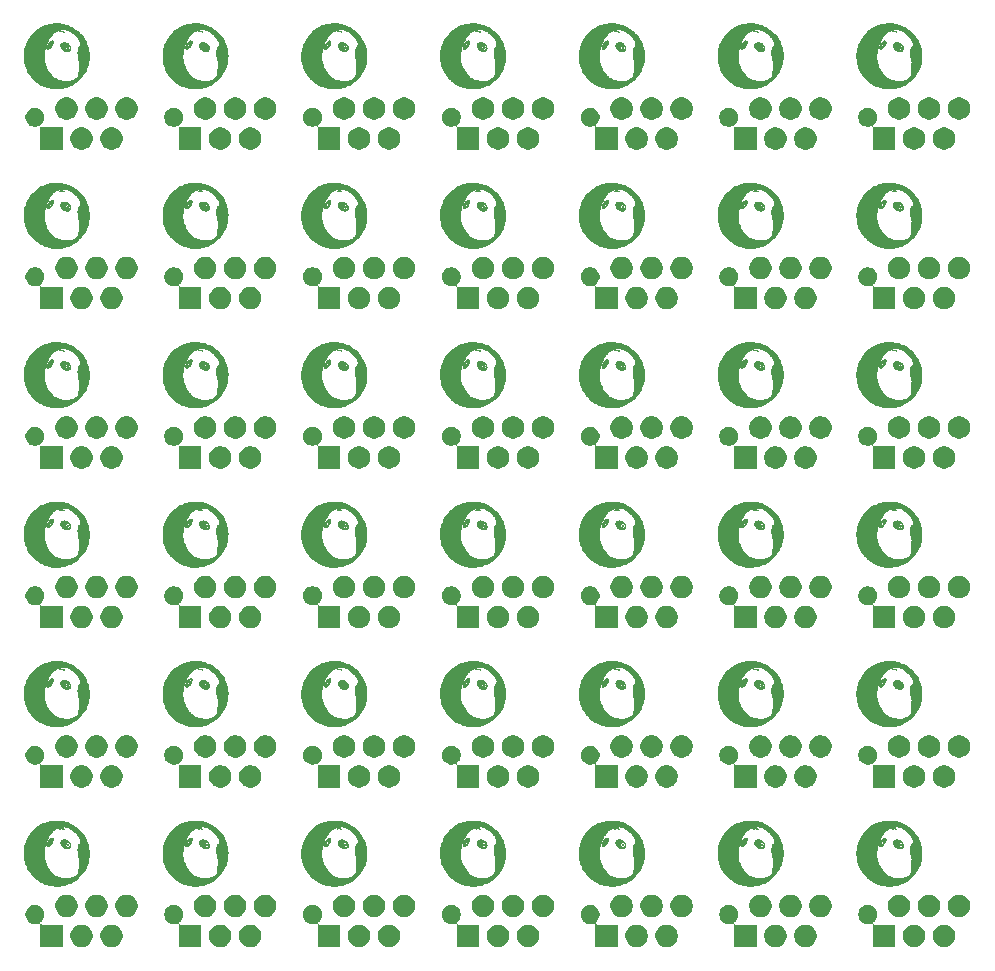
<source format=gbr>
G04 #@! TF.GenerationSoftware,KiCad,Pcbnew,5.1.0-060a0da~80~ubuntu18.04.1*
G04 #@! TF.CreationDate,2019-05-11T20:46:11+02:00*
G04 #@! TF.ProjectId,spi_connector_board,7370695f-636f-46e6-9e65-63746f725f62,rev?*
G04 #@! TF.SameCoordinates,Original*
G04 #@! TF.FileFunction,Soldermask,Bot*
G04 #@! TF.FilePolarity,Negative*
%FSLAX46Y46*%
G04 Gerber Fmt 4.6, Leading zero omitted, Abs format (unit mm)*
G04 Created by KiCad (PCBNEW 5.1.0-060a0da~80~ubuntu18.04.1) date 2019-05-11 20:46:11*
%MOMM*%
%LPD*%
G04 APERTURE LIST*
%ADD10C,0.010000*%
%ADD11C,0.060000*%
%ADD12C,0.150000*%
G04 APERTURE END LIST*
D10*
G36*
X192863667Y-142848898D02*
G01*
X192876744Y-142845507D01*
X192888048Y-142838378D01*
X192890392Y-142836455D01*
X192909692Y-142814618D01*
X192919619Y-142790141D01*
X192919926Y-142764232D01*
X192910441Y-142738235D01*
X192896012Y-142719141D01*
X192877537Y-142707675D01*
X192853024Y-142702790D01*
X192842228Y-142702440D01*
X192824829Y-142703053D01*
X192813155Y-142706066D01*
X192802794Y-142713242D01*
X192793903Y-142721741D01*
X192777278Y-142744631D01*
X192769936Y-142769566D01*
X192771832Y-142794794D01*
X192782919Y-142818564D01*
X192796859Y-142834049D01*
X192808713Y-142843246D01*
X192820030Y-142847967D01*
X192835130Y-142849631D01*
X192844667Y-142849760D01*
X192863667Y-142848898D01*
X192863667Y-142848898D01*
G37*
X192863667Y-142848898D02*
X192876744Y-142845507D01*
X192888048Y-142838378D01*
X192890392Y-142836455D01*
X192909692Y-142814618D01*
X192919619Y-142790141D01*
X192919926Y-142764232D01*
X192910441Y-142738235D01*
X192896012Y-142719141D01*
X192877537Y-142707675D01*
X192853024Y-142702790D01*
X192842228Y-142702440D01*
X192824829Y-142703053D01*
X192813155Y-142706066D01*
X192802794Y-142713242D01*
X192793903Y-142721741D01*
X192777278Y-142744631D01*
X192769936Y-142769566D01*
X192771832Y-142794794D01*
X192782919Y-142818564D01*
X192796859Y-142834049D01*
X192808713Y-142843246D01*
X192820030Y-142847967D01*
X192835130Y-142849631D01*
X192844667Y-142849760D01*
X192863667Y-142848898D01*
G36*
X191424466Y-142570074D02*
G01*
X191439554Y-142558667D01*
X191441789Y-142556390D01*
X191457997Y-142535924D01*
X191471303Y-142512812D01*
X191481395Y-142488652D01*
X191487961Y-142465040D01*
X191490691Y-142443574D01*
X191489274Y-142425850D01*
X191483397Y-142413465D01*
X191472750Y-142408017D01*
X191470740Y-142407897D01*
X191463319Y-142410310D01*
X191451818Y-142416298D01*
X191450097Y-142417329D01*
X191433099Y-142432092D01*
X191417367Y-142453599D01*
X191403917Y-142479317D01*
X191393764Y-142506711D01*
X191387921Y-142533246D01*
X191387405Y-142556387D01*
X191390003Y-142567405D01*
X191397422Y-142574926D01*
X191409666Y-142575655D01*
X191424466Y-142570074D01*
X191424466Y-142570074D01*
G37*
X191424466Y-142570074D02*
X191439554Y-142558667D01*
X191441789Y-142556390D01*
X191457997Y-142535924D01*
X191471303Y-142512812D01*
X191481395Y-142488652D01*
X191487961Y-142465040D01*
X191490691Y-142443574D01*
X191489274Y-142425850D01*
X191483397Y-142413465D01*
X191472750Y-142408017D01*
X191470740Y-142407897D01*
X191463319Y-142410310D01*
X191451818Y-142416298D01*
X191450097Y-142417329D01*
X191433099Y-142432092D01*
X191417367Y-142453599D01*
X191403917Y-142479317D01*
X191393764Y-142506711D01*
X191387921Y-142533246D01*
X191387405Y-142556387D01*
X191390003Y-142567405D01*
X191397422Y-142574926D01*
X191409666Y-142575655D01*
X191424466Y-142570074D01*
G36*
X192011411Y-146252342D02*
G01*
X192060303Y-146250966D01*
X192101791Y-146248773D01*
X192104248Y-146248596D01*
X192270730Y-146231383D01*
X192434856Y-146204381D01*
X192596263Y-146167764D01*
X192754589Y-146121703D01*
X192909470Y-146066372D01*
X193060545Y-146001944D01*
X193207451Y-145928590D01*
X193349824Y-145846485D01*
X193487304Y-145755801D01*
X193619526Y-145656710D01*
X193746128Y-145549386D01*
X193866748Y-145434001D01*
X193911488Y-145387494D01*
X194022388Y-145262198D01*
X194124852Y-145131320D01*
X194218766Y-144995106D01*
X194304014Y-144853803D01*
X194380485Y-144707656D01*
X194448064Y-144556909D01*
X194506637Y-144401810D01*
X194556090Y-144242604D01*
X194596310Y-144079535D01*
X194627184Y-143912851D01*
X194641027Y-143812420D01*
X194643688Y-143784386D01*
X194646056Y-143747842D01*
X194648107Y-143704435D01*
X194649818Y-143655812D01*
X194651168Y-143603621D01*
X194652131Y-143549507D01*
X194652687Y-143495119D01*
X194652810Y-143442102D01*
X194652479Y-143392103D01*
X194651671Y-143346771D01*
X194650362Y-143307750D01*
X194648529Y-143276689D01*
X194648521Y-143276591D01*
X194630425Y-143112262D01*
X194602523Y-142950053D01*
X194565024Y-142790364D01*
X194518137Y-142633595D01*
X194462068Y-142480147D01*
X194397026Y-142330420D01*
X194323220Y-142184814D01*
X194240858Y-142043729D01*
X194150147Y-141907567D01*
X194051295Y-141776727D01*
X193944512Y-141651609D01*
X193830005Y-141532615D01*
X193707982Y-141420144D01*
X193663827Y-141382635D01*
X193532339Y-141279836D01*
X193395556Y-141185630D01*
X193253820Y-141100156D01*
X193107475Y-141023556D01*
X192956863Y-140955970D01*
X192802328Y-140897538D01*
X192644213Y-140848401D01*
X192482861Y-140808700D01*
X192318615Y-140778575D01*
X192151818Y-140758166D01*
X192136220Y-140756770D01*
X192104605Y-140754579D01*
X192065273Y-140752717D01*
X192020337Y-140751209D01*
X191971909Y-140750084D01*
X191922102Y-140749366D01*
X191873029Y-140749083D01*
X191826802Y-140749260D01*
X191785534Y-140749924D01*
X191751338Y-140751101D01*
X191738694Y-140751813D01*
X191569062Y-140767958D01*
X191402378Y-140793692D01*
X191238908Y-140828901D01*
X191078916Y-140873471D01*
X190922667Y-140927288D01*
X190770427Y-140990237D01*
X190622461Y-141062204D01*
X190479033Y-141143075D01*
X190340408Y-141232735D01*
X190206852Y-141331071D01*
X190078630Y-141437969D01*
X190017269Y-141493964D01*
X189898879Y-141612133D01*
X189788479Y-141736429D01*
X189686241Y-141866490D01*
X189592338Y-142001952D01*
X189506943Y-142142454D01*
X189430229Y-142287631D01*
X189362370Y-142437120D01*
X189303537Y-142590559D01*
X189253904Y-142747584D01*
X189213644Y-142907832D01*
X189182930Y-143070940D01*
X189161935Y-143236546D01*
X189156484Y-143300832D01*
X189154235Y-143341757D01*
X189152806Y-143390216D01*
X189152158Y-143444259D01*
X189152254Y-143501935D01*
X189152845Y-143545720D01*
X190835866Y-143545720D01*
X190836087Y-143485133D01*
X190836800Y-143432745D01*
X190838154Y-143386602D01*
X190840296Y-143344751D01*
X190843376Y-143305237D01*
X190847541Y-143266105D01*
X190852939Y-143225402D01*
X190859719Y-143181173D01*
X190866683Y-143139320D01*
X190891321Y-143014233D01*
X190923172Y-142884216D01*
X190961644Y-142750845D01*
X191006146Y-142615694D01*
X191056085Y-142480340D01*
X191110869Y-142346356D01*
X191169907Y-142215317D01*
X191232605Y-142088799D01*
X191298373Y-141968377D01*
X191322138Y-141927740D01*
X191347850Y-141885850D01*
X191372392Y-141848930D01*
X191397458Y-141814837D01*
X191424739Y-141781423D01*
X191455927Y-141746545D01*
X191492714Y-141708056D01*
X191506237Y-141694332D01*
X191574539Y-141627937D01*
X191640032Y-141569661D01*
X191704180Y-141518406D01*
X191768445Y-141473073D01*
X191834292Y-141432564D01*
X191903183Y-141395780D01*
X191905625Y-141394568D01*
X191972865Y-141363369D01*
X192040523Y-141336409D01*
X192109818Y-141313426D01*
X192181972Y-141294159D01*
X192258208Y-141278347D01*
X192339746Y-141265729D01*
X192427807Y-141256045D01*
X192523614Y-141249032D01*
X192604301Y-141245257D01*
X192618468Y-141245935D01*
X192639174Y-141248395D01*
X192663042Y-141252195D01*
X192676346Y-141254705D01*
X192782126Y-141281031D01*
X192886227Y-141317276D01*
X192988740Y-141363480D01*
X193089759Y-141419684D01*
X193168715Y-141471285D01*
X193204948Y-141497557D01*
X193245856Y-141528952D01*
X193290005Y-141564236D01*
X193335964Y-141602174D01*
X193382299Y-141641533D01*
X193427577Y-141681079D01*
X193470365Y-141719577D01*
X193509230Y-141755793D01*
X193542740Y-141788494D01*
X193569357Y-141816331D01*
X193619078Y-141873429D01*
X193668026Y-141934167D01*
X193715342Y-141997228D01*
X193760168Y-142061298D01*
X193801646Y-142125061D01*
X193838916Y-142187200D01*
X193871120Y-142246400D01*
X193897399Y-142301346D01*
X193915547Y-142346840D01*
X193927166Y-142383317D01*
X193933669Y-142413080D01*
X193935291Y-142438054D01*
X193932266Y-142460162D01*
X193930229Y-142467345D01*
X193921899Y-142500817D01*
X193915174Y-142544150D01*
X193910045Y-142597418D01*
X193908557Y-142619520D01*
X193906914Y-142642715D01*
X193905091Y-142662173D01*
X193903327Y-142675646D01*
X193902048Y-142680721D01*
X193895985Y-142684909D01*
X193883461Y-142691184D01*
X193871213Y-142696506D01*
X193835191Y-142714195D01*
X193805050Y-142735889D01*
X193780055Y-142762667D01*
X193759472Y-142795604D01*
X193742567Y-142835779D01*
X193728606Y-142884267D01*
X193721731Y-142915800D01*
X193713109Y-142970016D01*
X193706872Y-143032701D01*
X193703003Y-143102453D01*
X193701488Y-143177869D01*
X193702310Y-143257547D01*
X193705454Y-143340083D01*
X193710904Y-143424076D01*
X193718644Y-143508122D01*
X193728658Y-143590819D01*
X193729391Y-143596143D01*
X193737683Y-143647379D01*
X193748851Y-143701477D01*
X193763299Y-143760119D01*
X193781436Y-143824988D01*
X193797507Y-143878106D01*
X193808001Y-143913404D01*
X193814749Y-143939777D01*
X193817856Y-143957702D01*
X193817630Y-143967006D01*
X193816992Y-143974183D01*
X193816273Y-143990661D01*
X193815490Y-144015578D01*
X193814662Y-144048074D01*
X193813807Y-144087292D01*
X193812943Y-144132369D01*
X193812087Y-144182447D01*
X193811258Y-144236665D01*
X193810474Y-144294164D01*
X193810024Y-144330580D01*
X193809099Y-144405134D01*
X193808178Y-144470564D01*
X193807209Y-144527906D01*
X193806143Y-144578198D01*
X193804928Y-144622475D01*
X193803514Y-144661772D01*
X193801851Y-144697128D01*
X193799886Y-144729578D01*
X193797570Y-144760157D01*
X193794853Y-144789903D01*
X193791682Y-144819852D01*
X193788009Y-144851039D01*
X193783781Y-144884502D01*
X193782415Y-144895005D01*
X193773450Y-144957467D01*
X193762637Y-145022818D01*
X193750663Y-145087228D01*
X193738216Y-145146869D01*
X193733201Y-145168780D01*
X193727194Y-145194260D01*
X193721859Y-145216922D01*
X193717719Y-145234535D01*
X193715300Y-145244865D01*
X193715099Y-145245727D01*
X193709514Y-145255404D01*
X193696770Y-145269860D01*
X193678059Y-145288088D01*
X193654573Y-145309080D01*
X193627505Y-145331830D01*
X193598047Y-145355329D01*
X193567391Y-145378570D01*
X193536729Y-145400546D01*
X193512900Y-145416602D01*
X193419663Y-145471439D01*
X193320366Y-145518335D01*
X193214885Y-145557335D01*
X193103099Y-145588485D01*
X192984885Y-145611827D01*
X192974420Y-145613471D01*
X192929797Y-145619006D01*
X192877546Y-145623267D01*
X192820123Y-145626211D01*
X192759984Y-145627792D01*
X192699587Y-145627964D01*
X192641389Y-145626684D01*
X192587846Y-145623906D01*
X192555320Y-145621136D01*
X192418305Y-145603124D01*
X192286889Y-145577752D01*
X192161374Y-145545137D01*
X192042065Y-145505393D01*
X191929262Y-145458638D01*
X191823270Y-145404986D01*
X191724391Y-145344553D01*
X191632928Y-145277456D01*
X191612307Y-145260535D01*
X191579118Y-145231516D01*
X191546726Y-145200572D01*
X191513635Y-145166130D01*
X191478349Y-145126622D01*
X191439372Y-145080476D01*
X191430517Y-145069720D01*
X191326906Y-144937268D01*
X191233379Y-144804813D01*
X191149858Y-144672203D01*
X191076268Y-144539284D01*
X191012533Y-144405902D01*
X190958577Y-144271902D01*
X190914324Y-144137133D01*
X190879697Y-144001439D01*
X190864339Y-143924180D01*
X190856862Y-143881036D01*
X190850787Y-143842439D01*
X190845975Y-143806548D01*
X190842287Y-143771523D01*
X190839585Y-143735523D01*
X190837730Y-143696709D01*
X190836585Y-143653238D01*
X190836009Y-143603271D01*
X190835866Y-143545720D01*
X189152845Y-143545720D01*
X189153056Y-143561296D01*
X189154526Y-143620389D01*
X189156624Y-143677265D01*
X189159314Y-143729973D01*
X189162556Y-143776563D01*
X189166314Y-143815085D01*
X189166582Y-143817320D01*
X189192056Y-143986852D01*
X189226728Y-144152074D01*
X189270629Y-144313062D01*
X189323792Y-144469888D01*
X189386249Y-144622626D01*
X189458030Y-144771350D01*
X189539169Y-144916134D01*
X189629697Y-145057052D01*
X189729646Y-145194178D01*
X189797157Y-145278282D01*
X189822254Y-145307266D01*
X189853460Y-145341436D01*
X189889254Y-145379272D01*
X189928116Y-145419253D01*
X189968523Y-145459857D01*
X190008955Y-145499562D01*
X190047890Y-145536849D01*
X190083808Y-145570195D01*
X190115186Y-145598080D01*
X190126798Y-145607923D01*
X190243126Y-145700237D01*
X190360135Y-145783925D01*
X190479986Y-145860414D01*
X190604836Y-145931130D01*
X190657940Y-145958770D01*
X190803201Y-146027483D01*
X190950453Y-146086924D01*
X191100545Y-146137350D01*
X191254324Y-146179016D01*
X191412640Y-146212177D01*
X191576342Y-146237089D01*
X191587760Y-146238498D01*
X191625674Y-146242289D01*
X191671787Y-146245567D01*
X191724148Y-146248295D01*
X191780806Y-146250434D01*
X191839812Y-146251946D01*
X191899215Y-146252794D01*
X191957065Y-146252938D01*
X192011411Y-146252342D01*
X192011411Y-146252342D01*
G37*
X192011411Y-146252342D02*
X192060303Y-146250966D01*
X192101791Y-146248773D01*
X192104248Y-146248596D01*
X192270730Y-146231383D01*
X192434856Y-146204381D01*
X192596263Y-146167764D01*
X192754589Y-146121703D01*
X192909470Y-146066372D01*
X193060545Y-146001944D01*
X193207451Y-145928590D01*
X193349824Y-145846485D01*
X193487304Y-145755801D01*
X193619526Y-145656710D01*
X193746128Y-145549386D01*
X193866748Y-145434001D01*
X193911488Y-145387494D01*
X194022388Y-145262198D01*
X194124852Y-145131320D01*
X194218766Y-144995106D01*
X194304014Y-144853803D01*
X194380485Y-144707656D01*
X194448064Y-144556909D01*
X194506637Y-144401810D01*
X194556090Y-144242604D01*
X194596310Y-144079535D01*
X194627184Y-143912851D01*
X194641027Y-143812420D01*
X194643688Y-143784386D01*
X194646056Y-143747842D01*
X194648107Y-143704435D01*
X194649818Y-143655812D01*
X194651168Y-143603621D01*
X194652131Y-143549507D01*
X194652687Y-143495119D01*
X194652810Y-143442102D01*
X194652479Y-143392103D01*
X194651671Y-143346771D01*
X194650362Y-143307750D01*
X194648529Y-143276689D01*
X194648521Y-143276591D01*
X194630425Y-143112262D01*
X194602523Y-142950053D01*
X194565024Y-142790364D01*
X194518137Y-142633595D01*
X194462068Y-142480147D01*
X194397026Y-142330420D01*
X194323220Y-142184814D01*
X194240858Y-142043729D01*
X194150147Y-141907567D01*
X194051295Y-141776727D01*
X193944512Y-141651609D01*
X193830005Y-141532615D01*
X193707982Y-141420144D01*
X193663827Y-141382635D01*
X193532339Y-141279836D01*
X193395556Y-141185630D01*
X193253820Y-141100156D01*
X193107475Y-141023556D01*
X192956863Y-140955970D01*
X192802328Y-140897538D01*
X192644213Y-140848401D01*
X192482861Y-140808700D01*
X192318615Y-140778575D01*
X192151818Y-140758166D01*
X192136220Y-140756770D01*
X192104605Y-140754579D01*
X192065273Y-140752717D01*
X192020337Y-140751209D01*
X191971909Y-140750084D01*
X191922102Y-140749366D01*
X191873029Y-140749083D01*
X191826802Y-140749260D01*
X191785534Y-140749924D01*
X191751338Y-140751101D01*
X191738694Y-140751813D01*
X191569062Y-140767958D01*
X191402378Y-140793692D01*
X191238908Y-140828901D01*
X191078916Y-140873471D01*
X190922667Y-140927288D01*
X190770427Y-140990237D01*
X190622461Y-141062204D01*
X190479033Y-141143075D01*
X190340408Y-141232735D01*
X190206852Y-141331071D01*
X190078630Y-141437969D01*
X190017269Y-141493964D01*
X189898879Y-141612133D01*
X189788479Y-141736429D01*
X189686241Y-141866490D01*
X189592338Y-142001952D01*
X189506943Y-142142454D01*
X189430229Y-142287631D01*
X189362370Y-142437120D01*
X189303537Y-142590559D01*
X189253904Y-142747584D01*
X189213644Y-142907832D01*
X189182930Y-143070940D01*
X189161935Y-143236546D01*
X189156484Y-143300832D01*
X189154235Y-143341757D01*
X189152806Y-143390216D01*
X189152158Y-143444259D01*
X189152254Y-143501935D01*
X189152845Y-143545720D01*
X190835866Y-143545720D01*
X190836087Y-143485133D01*
X190836800Y-143432745D01*
X190838154Y-143386602D01*
X190840296Y-143344751D01*
X190843376Y-143305237D01*
X190847541Y-143266105D01*
X190852939Y-143225402D01*
X190859719Y-143181173D01*
X190866683Y-143139320D01*
X190891321Y-143014233D01*
X190923172Y-142884216D01*
X190961644Y-142750845D01*
X191006146Y-142615694D01*
X191056085Y-142480340D01*
X191110869Y-142346356D01*
X191169907Y-142215317D01*
X191232605Y-142088799D01*
X191298373Y-141968377D01*
X191322138Y-141927740D01*
X191347850Y-141885850D01*
X191372392Y-141848930D01*
X191397458Y-141814837D01*
X191424739Y-141781423D01*
X191455927Y-141746545D01*
X191492714Y-141708056D01*
X191506237Y-141694332D01*
X191574539Y-141627937D01*
X191640032Y-141569661D01*
X191704180Y-141518406D01*
X191768445Y-141473073D01*
X191834292Y-141432564D01*
X191903183Y-141395780D01*
X191905625Y-141394568D01*
X191972865Y-141363369D01*
X192040523Y-141336409D01*
X192109818Y-141313426D01*
X192181972Y-141294159D01*
X192258208Y-141278347D01*
X192339746Y-141265729D01*
X192427807Y-141256045D01*
X192523614Y-141249032D01*
X192604301Y-141245257D01*
X192618468Y-141245935D01*
X192639174Y-141248395D01*
X192663042Y-141252195D01*
X192676346Y-141254705D01*
X192782126Y-141281031D01*
X192886227Y-141317276D01*
X192988740Y-141363480D01*
X193089759Y-141419684D01*
X193168715Y-141471285D01*
X193204948Y-141497557D01*
X193245856Y-141528952D01*
X193290005Y-141564236D01*
X193335964Y-141602174D01*
X193382299Y-141641533D01*
X193427577Y-141681079D01*
X193470365Y-141719577D01*
X193509230Y-141755793D01*
X193542740Y-141788494D01*
X193569357Y-141816331D01*
X193619078Y-141873429D01*
X193668026Y-141934167D01*
X193715342Y-141997228D01*
X193760168Y-142061298D01*
X193801646Y-142125061D01*
X193838916Y-142187200D01*
X193871120Y-142246400D01*
X193897399Y-142301346D01*
X193915547Y-142346840D01*
X193927166Y-142383317D01*
X193933669Y-142413080D01*
X193935291Y-142438054D01*
X193932266Y-142460162D01*
X193930229Y-142467345D01*
X193921899Y-142500817D01*
X193915174Y-142544150D01*
X193910045Y-142597418D01*
X193908557Y-142619520D01*
X193906914Y-142642715D01*
X193905091Y-142662173D01*
X193903327Y-142675646D01*
X193902048Y-142680721D01*
X193895985Y-142684909D01*
X193883461Y-142691184D01*
X193871213Y-142696506D01*
X193835191Y-142714195D01*
X193805050Y-142735889D01*
X193780055Y-142762667D01*
X193759472Y-142795604D01*
X193742567Y-142835779D01*
X193728606Y-142884267D01*
X193721731Y-142915800D01*
X193713109Y-142970016D01*
X193706872Y-143032701D01*
X193703003Y-143102453D01*
X193701488Y-143177869D01*
X193702310Y-143257547D01*
X193705454Y-143340083D01*
X193710904Y-143424076D01*
X193718644Y-143508122D01*
X193728658Y-143590819D01*
X193729391Y-143596143D01*
X193737683Y-143647379D01*
X193748851Y-143701477D01*
X193763299Y-143760119D01*
X193781436Y-143824988D01*
X193797507Y-143878106D01*
X193808001Y-143913404D01*
X193814749Y-143939777D01*
X193817856Y-143957702D01*
X193817630Y-143967006D01*
X193816992Y-143974183D01*
X193816273Y-143990661D01*
X193815490Y-144015578D01*
X193814662Y-144048074D01*
X193813807Y-144087292D01*
X193812943Y-144132369D01*
X193812087Y-144182447D01*
X193811258Y-144236665D01*
X193810474Y-144294164D01*
X193810024Y-144330580D01*
X193809099Y-144405134D01*
X193808178Y-144470564D01*
X193807209Y-144527906D01*
X193806143Y-144578198D01*
X193804928Y-144622475D01*
X193803514Y-144661772D01*
X193801851Y-144697128D01*
X193799886Y-144729578D01*
X193797570Y-144760157D01*
X193794853Y-144789903D01*
X193791682Y-144819852D01*
X193788009Y-144851039D01*
X193783781Y-144884502D01*
X193782415Y-144895005D01*
X193773450Y-144957467D01*
X193762637Y-145022818D01*
X193750663Y-145087228D01*
X193738216Y-145146869D01*
X193733201Y-145168780D01*
X193727194Y-145194260D01*
X193721859Y-145216922D01*
X193717719Y-145234535D01*
X193715300Y-145244865D01*
X193715099Y-145245727D01*
X193709514Y-145255404D01*
X193696770Y-145269860D01*
X193678059Y-145288088D01*
X193654573Y-145309080D01*
X193627505Y-145331830D01*
X193598047Y-145355329D01*
X193567391Y-145378570D01*
X193536729Y-145400546D01*
X193512900Y-145416602D01*
X193419663Y-145471439D01*
X193320366Y-145518335D01*
X193214885Y-145557335D01*
X193103099Y-145588485D01*
X192984885Y-145611827D01*
X192974420Y-145613471D01*
X192929797Y-145619006D01*
X192877546Y-145623267D01*
X192820123Y-145626211D01*
X192759984Y-145627792D01*
X192699587Y-145627964D01*
X192641389Y-145626684D01*
X192587846Y-145623906D01*
X192555320Y-145621136D01*
X192418305Y-145603124D01*
X192286889Y-145577752D01*
X192161374Y-145545137D01*
X192042065Y-145505393D01*
X191929262Y-145458638D01*
X191823270Y-145404986D01*
X191724391Y-145344553D01*
X191632928Y-145277456D01*
X191612307Y-145260535D01*
X191579118Y-145231516D01*
X191546726Y-145200572D01*
X191513635Y-145166130D01*
X191478349Y-145126622D01*
X191439372Y-145080476D01*
X191430517Y-145069720D01*
X191326906Y-144937268D01*
X191233379Y-144804813D01*
X191149858Y-144672203D01*
X191076268Y-144539284D01*
X191012533Y-144405902D01*
X190958577Y-144271902D01*
X190914324Y-144137133D01*
X190879697Y-144001439D01*
X190864339Y-143924180D01*
X190856862Y-143881036D01*
X190850787Y-143842439D01*
X190845975Y-143806548D01*
X190842287Y-143771523D01*
X190839585Y-143735523D01*
X190837730Y-143696709D01*
X190836585Y-143653238D01*
X190836009Y-143603271D01*
X190835866Y-143545720D01*
X189152845Y-143545720D01*
X189153056Y-143561296D01*
X189154526Y-143620389D01*
X189156624Y-143677265D01*
X189159314Y-143729973D01*
X189162556Y-143776563D01*
X189166314Y-143815085D01*
X189166582Y-143817320D01*
X189192056Y-143986852D01*
X189226728Y-144152074D01*
X189270629Y-144313062D01*
X189323792Y-144469888D01*
X189386249Y-144622626D01*
X189458030Y-144771350D01*
X189539169Y-144916134D01*
X189629697Y-145057052D01*
X189729646Y-145194178D01*
X189797157Y-145278282D01*
X189822254Y-145307266D01*
X189853460Y-145341436D01*
X189889254Y-145379272D01*
X189928116Y-145419253D01*
X189968523Y-145459857D01*
X190008955Y-145499562D01*
X190047890Y-145536849D01*
X190083808Y-145570195D01*
X190115186Y-145598080D01*
X190126798Y-145607923D01*
X190243126Y-145700237D01*
X190360135Y-145783925D01*
X190479986Y-145860414D01*
X190604836Y-145931130D01*
X190657940Y-145958770D01*
X190803201Y-146027483D01*
X190950453Y-146086924D01*
X191100545Y-146137350D01*
X191254324Y-146179016D01*
X191412640Y-146212177D01*
X191576342Y-146237089D01*
X191587760Y-146238498D01*
X191625674Y-146242289D01*
X191671787Y-146245567D01*
X191724148Y-146248295D01*
X191780806Y-146250434D01*
X191839812Y-146251946D01*
X191899215Y-146252794D01*
X191957065Y-146252938D01*
X192011411Y-146252342D01*
G36*
X181113667Y-142848898D02*
G01*
X181126744Y-142845507D01*
X181138048Y-142838378D01*
X181140392Y-142836455D01*
X181159692Y-142814618D01*
X181169619Y-142790141D01*
X181169926Y-142764232D01*
X181160441Y-142738235D01*
X181146012Y-142719141D01*
X181127537Y-142707675D01*
X181103024Y-142702790D01*
X181092228Y-142702440D01*
X181074829Y-142703053D01*
X181063155Y-142706066D01*
X181052794Y-142713242D01*
X181043903Y-142721741D01*
X181027278Y-142744631D01*
X181019936Y-142769566D01*
X181021832Y-142794794D01*
X181032919Y-142818564D01*
X181046859Y-142834049D01*
X181058713Y-142843246D01*
X181070030Y-142847967D01*
X181085130Y-142849631D01*
X181094667Y-142849760D01*
X181113667Y-142848898D01*
X181113667Y-142848898D01*
G37*
X181113667Y-142848898D02*
X181126744Y-142845507D01*
X181138048Y-142838378D01*
X181140392Y-142836455D01*
X181159692Y-142814618D01*
X181169619Y-142790141D01*
X181169926Y-142764232D01*
X181160441Y-142738235D01*
X181146012Y-142719141D01*
X181127537Y-142707675D01*
X181103024Y-142702790D01*
X181092228Y-142702440D01*
X181074829Y-142703053D01*
X181063155Y-142706066D01*
X181052794Y-142713242D01*
X181043903Y-142721741D01*
X181027278Y-142744631D01*
X181019936Y-142769566D01*
X181021832Y-142794794D01*
X181032919Y-142818564D01*
X181046859Y-142834049D01*
X181058713Y-142843246D01*
X181070030Y-142847967D01*
X181085130Y-142849631D01*
X181094667Y-142849760D01*
X181113667Y-142848898D01*
G36*
X179674466Y-142570074D02*
G01*
X179689554Y-142558667D01*
X179691789Y-142556390D01*
X179707997Y-142535924D01*
X179721303Y-142512812D01*
X179731395Y-142488652D01*
X179737961Y-142465040D01*
X179740691Y-142443574D01*
X179739274Y-142425850D01*
X179733397Y-142413465D01*
X179722750Y-142408017D01*
X179720740Y-142407897D01*
X179713319Y-142410310D01*
X179701818Y-142416298D01*
X179700097Y-142417329D01*
X179683099Y-142432092D01*
X179667367Y-142453599D01*
X179653917Y-142479317D01*
X179643764Y-142506711D01*
X179637921Y-142533246D01*
X179637405Y-142556387D01*
X179640003Y-142567405D01*
X179647422Y-142574926D01*
X179659666Y-142575655D01*
X179674466Y-142570074D01*
X179674466Y-142570074D01*
G37*
X179674466Y-142570074D02*
X179689554Y-142558667D01*
X179691789Y-142556390D01*
X179707997Y-142535924D01*
X179721303Y-142512812D01*
X179731395Y-142488652D01*
X179737961Y-142465040D01*
X179740691Y-142443574D01*
X179739274Y-142425850D01*
X179733397Y-142413465D01*
X179722750Y-142408017D01*
X179720740Y-142407897D01*
X179713319Y-142410310D01*
X179701818Y-142416298D01*
X179700097Y-142417329D01*
X179683099Y-142432092D01*
X179667367Y-142453599D01*
X179653917Y-142479317D01*
X179643764Y-142506711D01*
X179637921Y-142533246D01*
X179637405Y-142556387D01*
X179640003Y-142567405D01*
X179647422Y-142574926D01*
X179659666Y-142575655D01*
X179674466Y-142570074D01*
G36*
X180261411Y-146252342D02*
G01*
X180310303Y-146250966D01*
X180351791Y-146248773D01*
X180354248Y-146248596D01*
X180520730Y-146231383D01*
X180684856Y-146204381D01*
X180846263Y-146167764D01*
X181004589Y-146121703D01*
X181159470Y-146066372D01*
X181310545Y-146001944D01*
X181457451Y-145928590D01*
X181599824Y-145846485D01*
X181737304Y-145755801D01*
X181869526Y-145656710D01*
X181996128Y-145549386D01*
X182116748Y-145434001D01*
X182161488Y-145387494D01*
X182272388Y-145262198D01*
X182374852Y-145131320D01*
X182468766Y-144995106D01*
X182554014Y-144853803D01*
X182630485Y-144707656D01*
X182698064Y-144556909D01*
X182756637Y-144401810D01*
X182806090Y-144242604D01*
X182846310Y-144079535D01*
X182877184Y-143912851D01*
X182891027Y-143812420D01*
X182893688Y-143784386D01*
X182896056Y-143747842D01*
X182898107Y-143704435D01*
X182899818Y-143655812D01*
X182901168Y-143603621D01*
X182902131Y-143549507D01*
X182902687Y-143495119D01*
X182902810Y-143442102D01*
X182902479Y-143392103D01*
X182901671Y-143346771D01*
X182900362Y-143307750D01*
X182898529Y-143276689D01*
X182898521Y-143276591D01*
X182880425Y-143112262D01*
X182852523Y-142950053D01*
X182815024Y-142790364D01*
X182768137Y-142633595D01*
X182712068Y-142480147D01*
X182647026Y-142330420D01*
X182573220Y-142184814D01*
X182490858Y-142043729D01*
X182400147Y-141907567D01*
X182301295Y-141776727D01*
X182194512Y-141651609D01*
X182080005Y-141532615D01*
X181957982Y-141420144D01*
X181913827Y-141382635D01*
X181782339Y-141279836D01*
X181645556Y-141185630D01*
X181503820Y-141100156D01*
X181357475Y-141023556D01*
X181206863Y-140955970D01*
X181052328Y-140897538D01*
X180894213Y-140848401D01*
X180732861Y-140808700D01*
X180568615Y-140778575D01*
X180401818Y-140758166D01*
X180386220Y-140756770D01*
X180354605Y-140754579D01*
X180315273Y-140752717D01*
X180270337Y-140751209D01*
X180221909Y-140750084D01*
X180172102Y-140749366D01*
X180123029Y-140749083D01*
X180076802Y-140749260D01*
X180035534Y-140749924D01*
X180001338Y-140751101D01*
X179988694Y-140751813D01*
X179819062Y-140767958D01*
X179652378Y-140793692D01*
X179488908Y-140828901D01*
X179328916Y-140873471D01*
X179172667Y-140927288D01*
X179020427Y-140990237D01*
X178872461Y-141062204D01*
X178729033Y-141143075D01*
X178590408Y-141232735D01*
X178456852Y-141331071D01*
X178328630Y-141437969D01*
X178267269Y-141493964D01*
X178148879Y-141612133D01*
X178038479Y-141736429D01*
X177936241Y-141866490D01*
X177842338Y-142001952D01*
X177756943Y-142142454D01*
X177680229Y-142287631D01*
X177612370Y-142437120D01*
X177553537Y-142590559D01*
X177503904Y-142747584D01*
X177463644Y-142907832D01*
X177432930Y-143070940D01*
X177411935Y-143236546D01*
X177406484Y-143300832D01*
X177404235Y-143341757D01*
X177402806Y-143390216D01*
X177402158Y-143444259D01*
X177402254Y-143501935D01*
X177402845Y-143545720D01*
X179085866Y-143545720D01*
X179086087Y-143485133D01*
X179086800Y-143432745D01*
X179088154Y-143386602D01*
X179090296Y-143344751D01*
X179093376Y-143305237D01*
X179097541Y-143266105D01*
X179102939Y-143225402D01*
X179109719Y-143181173D01*
X179116683Y-143139320D01*
X179141321Y-143014233D01*
X179173172Y-142884216D01*
X179211644Y-142750845D01*
X179256146Y-142615694D01*
X179306085Y-142480340D01*
X179360869Y-142346356D01*
X179419907Y-142215317D01*
X179482605Y-142088799D01*
X179548373Y-141968377D01*
X179572138Y-141927740D01*
X179597850Y-141885850D01*
X179622392Y-141848930D01*
X179647458Y-141814837D01*
X179674739Y-141781423D01*
X179705927Y-141746545D01*
X179742714Y-141708056D01*
X179756237Y-141694332D01*
X179824539Y-141627937D01*
X179890032Y-141569661D01*
X179954180Y-141518406D01*
X180018445Y-141473073D01*
X180084292Y-141432564D01*
X180153183Y-141395780D01*
X180155625Y-141394568D01*
X180222865Y-141363369D01*
X180290523Y-141336409D01*
X180359818Y-141313426D01*
X180431972Y-141294159D01*
X180508208Y-141278347D01*
X180589746Y-141265729D01*
X180677807Y-141256045D01*
X180773614Y-141249032D01*
X180854301Y-141245257D01*
X180868468Y-141245935D01*
X180889174Y-141248395D01*
X180913042Y-141252195D01*
X180926346Y-141254705D01*
X181032126Y-141281031D01*
X181136227Y-141317276D01*
X181238740Y-141363480D01*
X181339759Y-141419684D01*
X181418715Y-141471285D01*
X181454948Y-141497557D01*
X181495856Y-141528952D01*
X181540005Y-141564236D01*
X181585964Y-141602174D01*
X181632299Y-141641533D01*
X181677577Y-141681079D01*
X181720365Y-141719577D01*
X181759230Y-141755793D01*
X181792740Y-141788494D01*
X181819357Y-141816331D01*
X181869078Y-141873429D01*
X181918026Y-141934167D01*
X181965342Y-141997228D01*
X182010168Y-142061298D01*
X182051646Y-142125061D01*
X182088916Y-142187200D01*
X182121120Y-142246400D01*
X182147399Y-142301346D01*
X182165547Y-142346840D01*
X182177166Y-142383317D01*
X182183669Y-142413080D01*
X182185291Y-142438054D01*
X182182266Y-142460162D01*
X182180229Y-142467345D01*
X182171899Y-142500817D01*
X182165174Y-142544150D01*
X182160045Y-142597418D01*
X182158557Y-142619520D01*
X182156914Y-142642715D01*
X182155091Y-142662173D01*
X182153327Y-142675646D01*
X182152048Y-142680721D01*
X182145985Y-142684909D01*
X182133461Y-142691184D01*
X182121213Y-142696506D01*
X182085191Y-142714195D01*
X182055050Y-142735889D01*
X182030055Y-142762667D01*
X182009472Y-142795604D01*
X181992567Y-142835779D01*
X181978606Y-142884267D01*
X181971731Y-142915800D01*
X181963109Y-142970016D01*
X181956872Y-143032701D01*
X181953003Y-143102453D01*
X181951488Y-143177869D01*
X181952310Y-143257547D01*
X181955454Y-143340083D01*
X181960904Y-143424076D01*
X181968644Y-143508122D01*
X181978658Y-143590819D01*
X181979391Y-143596143D01*
X181987683Y-143647379D01*
X181998851Y-143701477D01*
X182013299Y-143760119D01*
X182031436Y-143824988D01*
X182047507Y-143878106D01*
X182058001Y-143913404D01*
X182064749Y-143939777D01*
X182067856Y-143957702D01*
X182067630Y-143967006D01*
X182066992Y-143974183D01*
X182066273Y-143990661D01*
X182065490Y-144015578D01*
X182064662Y-144048074D01*
X182063807Y-144087292D01*
X182062943Y-144132369D01*
X182062087Y-144182447D01*
X182061258Y-144236665D01*
X182060474Y-144294164D01*
X182060024Y-144330580D01*
X182059099Y-144405134D01*
X182058178Y-144470564D01*
X182057209Y-144527906D01*
X182056143Y-144578198D01*
X182054928Y-144622475D01*
X182053514Y-144661772D01*
X182051851Y-144697128D01*
X182049886Y-144729578D01*
X182047570Y-144760157D01*
X182044853Y-144789903D01*
X182041682Y-144819852D01*
X182038009Y-144851039D01*
X182033781Y-144884502D01*
X182032415Y-144895005D01*
X182023450Y-144957467D01*
X182012637Y-145022818D01*
X182000663Y-145087228D01*
X181988216Y-145146869D01*
X181983201Y-145168780D01*
X181977194Y-145194260D01*
X181971859Y-145216922D01*
X181967719Y-145234535D01*
X181965300Y-145244865D01*
X181965099Y-145245727D01*
X181959514Y-145255404D01*
X181946770Y-145269860D01*
X181928059Y-145288088D01*
X181904573Y-145309080D01*
X181877505Y-145331830D01*
X181848047Y-145355329D01*
X181817391Y-145378570D01*
X181786729Y-145400546D01*
X181762900Y-145416602D01*
X181669663Y-145471439D01*
X181570366Y-145518335D01*
X181464885Y-145557335D01*
X181353099Y-145588485D01*
X181234885Y-145611827D01*
X181224420Y-145613471D01*
X181179797Y-145619006D01*
X181127546Y-145623267D01*
X181070123Y-145626211D01*
X181009984Y-145627792D01*
X180949587Y-145627964D01*
X180891389Y-145626684D01*
X180837846Y-145623906D01*
X180805320Y-145621136D01*
X180668305Y-145603124D01*
X180536889Y-145577752D01*
X180411374Y-145545137D01*
X180292065Y-145505393D01*
X180179262Y-145458638D01*
X180073270Y-145404986D01*
X179974391Y-145344553D01*
X179882928Y-145277456D01*
X179862307Y-145260535D01*
X179829118Y-145231516D01*
X179796726Y-145200572D01*
X179763635Y-145166130D01*
X179728349Y-145126622D01*
X179689372Y-145080476D01*
X179680517Y-145069720D01*
X179576906Y-144937268D01*
X179483379Y-144804813D01*
X179399858Y-144672203D01*
X179326268Y-144539284D01*
X179262533Y-144405902D01*
X179208577Y-144271902D01*
X179164324Y-144137133D01*
X179129697Y-144001439D01*
X179114339Y-143924180D01*
X179106862Y-143881036D01*
X179100787Y-143842439D01*
X179095975Y-143806548D01*
X179092287Y-143771523D01*
X179089585Y-143735523D01*
X179087730Y-143696709D01*
X179086585Y-143653238D01*
X179086009Y-143603271D01*
X179085866Y-143545720D01*
X177402845Y-143545720D01*
X177403056Y-143561296D01*
X177404526Y-143620389D01*
X177406624Y-143677265D01*
X177409314Y-143729973D01*
X177412556Y-143776563D01*
X177416314Y-143815085D01*
X177416582Y-143817320D01*
X177442056Y-143986852D01*
X177476728Y-144152074D01*
X177520629Y-144313062D01*
X177573792Y-144469888D01*
X177636249Y-144622626D01*
X177708030Y-144771350D01*
X177789169Y-144916134D01*
X177879697Y-145057052D01*
X177979646Y-145194178D01*
X178047157Y-145278282D01*
X178072254Y-145307266D01*
X178103460Y-145341436D01*
X178139254Y-145379272D01*
X178178116Y-145419253D01*
X178218523Y-145459857D01*
X178258955Y-145499562D01*
X178297890Y-145536849D01*
X178333808Y-145570195D01*
X178365186Y-145598080D01*
X178376798Y-145607923D01*
X178493126Y-145700237D01*
X178610135Y-145783925D01*
X178729986Y-145860414D01*
X178854836Y-145931130D01*
X178907940Y-145958770D01*
X179053201Y-146027483D01*
X179200453Y-146086924D01*
X179350545Y-146137350D01*
X179504324Y-146179016D01*
X179662640Y-146212177D01*
X179826342Y-146237089D01*
X179837760Y-146238498D01*
X179875674Y-146242289D01*
X179921787Y-146245567D01*
X179974148Y-146248295D01*
X180030806Y-146250434D01*
X180089812Y-146251946D01*
X180149215Y-146252794D01*
X180207065Y-146252938D01*
X180261411Y-146252342D01*
X180261411Y-146252342D01*
G37*
X180261411Y-146252342D02*
X180310303Y-146250966D01*
X180351791Y-146248773D01*
X180354248Y-146248596D01*
X180520730Y-146231383D01*
X180684856Y-146204381D01*
X180846263Y-146167764D01*
X181004589Y-146121703D01*
X181159470Y-146066372D01*
X181310545Y-146001944D01*
X181457451Y-145928590D01*
X181599824Y-145846485D01*
X181737304Y-145755801D01*
X181869526Y-145656710D01*
X181996128Y-145549386D01*
X182116748Y-145434001D01*
X182161488Y-145387494D01*
X182272388Y-145262198D01*
X182374852Y-145131320D01*
X182468766Y-144995106D01*
X182554014Y-144853803D01*
X182630485Y-144707656D01*
X182698064Y-144556909D01*
X182756637Y-144401810D01*
X182806090Y-144242604D01*
X182846310Y-144079535D01*
X182877184Y-143912851D01*
X182891027Y-143812420D01*
X182893688Y-143784386D01*
X182896056Y-143747842D01*
X182898107Y-143704435D01*
X182899818Y-143655812D01*
X182901168Y-143603621D01*
X182902131Y-143549507D01*
X182902687Y-143495119D01*
X182902810Y-143442102D01*
X182902479Y-143392103D01*
X182901671Y-143346771D01*
X182900362Y-143307750D01*
X182898529Y-143276689D01*
X182898521Y-143276591D01*
X182880425Y-143112262D01*
X182852523Y-142950053D01*
X182815024Y-142790364D01*
X182768137Y-142633595D01*
X182712068Y-142480147D01*
X182647026Y-142330420D01*
X182573220Y-142184814D01*
X182490858Y-142043729D01*
X182400147Y-141907567D01*
X182301295Y-141776727D01*
X182194512Y-141651609D01*
X182080005Y-141532615D01*
X181957982Y-141420144D01*
X181913827Y-141382635D01*
X181782339Y-141279836D01*
X181645556Y-141185630D01*
X181503820Y-141100156D01*
X181357475Y-141023556D01*
X181206863Y-140955970D01*
X181052328Y-140897538D01*
X180894213Y-140848401D01*
X180732861Y-140808700D01*
X180568615Y-140778575D01*
X180401818Y-140758166D01*
X180386220Y-140756770D01*
X180354605Y-140754579D01*
X180315273Y-140752717D01*
X180270337Y-140751209D01*
X180221909Y-140750084D01*
X180172102Y-140749366D01*
X180123029Y-140749083D01*
X180076802Y-140749260D01*
X180035534Y-140749924D01*
X180001338Y-140751101D01*
X179988694Y-140751813D01*
X179819062Y-140767958D01*
X179652378Y-140793692D01*
X179488908Y-140828901D01*
X179328916Y-140873471D01*
X179172667Y-140927288D01*
X179020427Y-140990237D01*
X178872461Y-141062204D01*
X178729033Y-141143075D01*
X178590408Y-141232735D01*
X178456852Y-141331071D01*
X178328630Y-141437969D01*
X178267269Y-141493964D01*
X178148879Y-141612133D01*
X178038479Y-141736429D01*
X177936241Y-141866490D01*
X177842338Y-142001952D01*
X177756943Y-142142454D01*
X177680229Y-142287631D01*
X177612370Y-142437120D01*
X177553537Y-142590559D01*
X177503904Y-142747584D01*
X177463644Y-142907832D01*
X177432930Y-143070940D01*
X177411935Y-143236546D01*
X177406484Y-143300832D01*
X177404235Y-143341757D01*
X177402806Y-143390216D01*
X177402158Y-143444259D01*
X177402254Y-143501935D01*
X177402845Y-143545720D01*
X179085866Y-143545720D01*
X179086087Y-143485133D01*
X179086800Y-143432745D01*
X179088154Y-143386602D01*
X179090296Y-143344751D01*
X179093376Y-143305237D01*
X179097541Y-143266105D01*
X179102939Y-143225402D01*
X179109719Y-143181173D01*
X179116683Y-143139320D01*
X179141321Y-143014233D01*
X179173172Y-142884216D01*
X179211644Y-142750845D01*
X179256146Y-142615694D01*
X179306085Y-142480340D01*
X179360869Y-142346356D01*
X179419907Y-142215317D01*
X179482605Y-142088799D01*
X179548373Y-141968377D01*
X179572138Y-141927740D01*
X179597850Y-141885850D01*
X179622392Y-141848930D01*
X179647458Y-141814837D01*
X179674739Y-141781423D01*
X179705927Y-141746545D01*
X179742714Y-141708056D01*
X179756237Y-141694332D01*
X179824539Y-141627937D01*
X179890032Y-141569661D01*
X179954180Y-141518406D01*
X180018445Y-141473073D01*
X180084292Y-141432564D01*
X180153183Y-141395780D01*
X180155625Y-141394568D01*
X180222865Y-141363369D01*
X180290523Y-141336409D01*
X180359818Y-141313426D01*
X180431972Y-141294159D01*
X180508208Y-141278347D01*
X180589746Y-141265729D01*
X180677807Y-141256045D01*
X180773614Y-141249032D01*
X180854301Y-141245257D01*
X180868468Y-141245935D01*
X180889174Y-141248395D01*
X180913042Y-141252195D01*
X180926346Y-141254705D01*
X181032126Y-141281031D01*
X181136227Y-141317276D01*
X181238740Y-141363480D01*
X181339759Y-141419684D01*
X181418715Y-141471285D01*
X181454948Y-141497557D01*
X181495856Y-141528952D01*
X181540005Y-141564236D01*
X181585964Y-141602174D01*
X181632299Y-141641533D01*
X181677577Y-141681079D01*
X181720365Y-141719577D01*
X181759230Y-141755793D01*
X181792740Y-141788494D01*
X181819357Y-141816331D01*
X181869078Y-141873429D01*
X181918026Y-141934167D01*
X181965342Y-141997228D01*
X182010168Y-142061298D01*
X182051646Y-142125061D01*
X182088916Y-142187200D01*
X182121120Y-142246400D01*
X182147399Y-142301346D01*
X182165547Y-142346840D01*
X182177166Y-142383317D01*
X182183669Y-142413080D01*
X182185291Y-142438054D01*
X182182266Y-142460162D01*
X182180229Y-142467345D01*
X182171899Y-142500817D01*
X182165174Y-142544150D01*
X182160045Y-142597418D01*
X182158557Y-142619520D01*
X182156914Y-142642715D01*
X182155091Y-142662173D01*
X182153327Y-142675646D01*
X182152048Y-142680721D01*
X182145985Y-142684909D01*
X182133461Y-142691184D01*
X182121213Y-142696506D01*
X182085191Y-142714195D01*
X182055050Y-142735889D01*
X182030055Y-142762667D01*
X182009472Y-142795604D01*
X181992567Y-142835779D01*
X181978606Y-142884267D01*
X181971731Y-142915800D01*
X181963109Y-142970016D01*
X181956872Y-143032701D01*
X181953003Y-143102453D01*
X181951488Y-143177869D01*
X181952310Y-143257547D01*
X181955454Y-143340083D01*
X181960904Y-143424076D01*
X181968644Y-143508122D01*
X181978658Y-143590819D01*
X181979391Y-143596143D01*
X181987683Y-143647379D01*
X181998851Y-143701477D01*
X182013299Y-143760119D01*
X182031436Y-143824988D01*
X182047507Y-143878106D01*
X182058001Y-143913404D01*
X182064749Y-143939777D01*
X182067856Y-143957702D01*
X182067630Y-143967006D01*
X182066992Y-143974183D01*
X182066273Y-143990661D01*
X182065490Y-144015578D01*
X182064662Y-144048074D01*
X182063807Y-144087292D01*
X182062943Y-144132369D01*
X182062087Y-144182447D01*
X182061258Y-144236665D01*
X182060474Y-144294164D01*
X182060024Y-144330580D01*
X182059099Y-144405134D01*
X182058178Y-144470564D01*
X182057209Y-144527906D01*
X182056143Y-144578198D01*
X182054928Y-144622475D01*
X182053514Y-144661772D01*
X182051851Y-144697128D01*
X182049886Y-144729578D01*
X182047570Y-144760157D01*
X182044853Y-144789903D01*
X182041682Y-144819852D01*
X182038009Y-144851039D01*
X182033781Y-144884502D01*
X182032415Y-144895005D01*
X182023450Y-144957467D01*
X182012637Y-145022818D01*
X182000663Y-145087228D01*
X181988216Y-145146869D01*
X181983201Y-145168780D01*
X181977194Y-145194260D01*
X181971859Y-145216922D01*
X181967719Y-145234535D01*
X181965300Y-145244865D01*
X181965099Y-145245727D01*
X181959514Y-145255404D01*
X181946770Y-145269860D01*
X181928059Y-145288088D01*
X181904573Y-145309080D01*
X181877505Y-145331830D01*
X181848047Y-145355329D01*
X181817391Y-145378570D01*
X181786729Y-145400546D01*
X181762900Y-145416602D01*
X181669663Y-145471439D01*
X181570366Y-145518335D01*
X181464885Y-145557335D01*
X181353099Y-145588485D01*
X181234885Y-145611827D01*
X181224420Y-145613471D01*
X181179797Y-145619006D01*
X181127546Y-145623267D01*
X181070123Y-145626211D01*
X181009984Y-145627792D01*
X180949587Y-145627964D01*
X180891389Y-145626684D01*
X180837846Y-145623906D01*
X180805320Y-145621136D01*
X180668305Y-145603124D01*
X180536889Y-145577752D01*
X180411374Y-145545137D01*
X180292065Y-145505393D01*
X180179262Y-145458638D01*
X180073270Y-145404986D01*
X179974391Y-145344553D01*
X179882928Y-145277456D01*
X179862307Y-145260535D01*
X179829118Y-145231516D01*
X179796726Y-145200572D01*
X179763635Y-145166130D01*
X179728349Y-145126622D01*
X179689372Y-145080476D01*
X179680517Y-145069720D01*
X179576906Y-144937268D01*
X179483379Y-144804813D01*
X179399858Y-144672203D01*
X179326268Y-144539284D01*
X179262533Y-144405902D01*
X179208577Y-144271902D01*
X179164324Y-144137133D01*
X179129697Y-144001439D01*
X179114339Y-143924180D01*
X179106862Y-143881036D01*
X179100787Y-143842439D01*
X179095975Y-143806548D01*
X179092287Y-143771523D01*
X179089585Y-143735523D01*
X179087730Y-143696709D01*
X179086585Y-143653238D01*
X179086009Y-143603271D01*
X179085866Y-143545720D01*
X177402845Y-143545720D01*
X177403056Y-143561296D01*
X177404526Y-143620389D01*
X177406624Y-143677265D01*
X177409314Y-143729973D01*
X177412556Y-143776563D01*
X177416314Y-143815085D01*
X177416582Y-143817320D01*
X177442056Y-143986852D01*
X177476728Y-144152074D01*
X177520629Y-144313062D01*
X177573792Y-144469888D01*
X177636249Y-144622626D01*
X177708030Y-144771350D01*
X177789169Y-144916134D01*
X177879697Y-145057052D01*
X177979646Y-145194178D01*
X178047157Y-145278282D01*
X178072254Y-145307266D01*
X178103460Y-145341436D01*
X178139254Y-145379272D01*
X178178116Y-145419253D01*
X178218523Y-145459857D01*
X178258955Y-145499562D01*
X178297890Y-145536849D01*
X178333808Y-145570195D01*
X178365186Y-145598080D01*
X178376798Y-145607923D01*
X178493126Y-145700237D01*
X178610135Y-145783925D01*
X178729986Y-145860414D01*
X178854836Y-145931130D01*
X178907940Y-145958770D01*
X179053201Y-146027483D01*
X179200453Y-146086924D01*
X179350545Y-146137350D01*
X179504324Y-146179016D01*
X179662640Y-146212177D01*
X179826342Y-146237089D01*
X179837760Y-146238498D01*
X179875674Y-146242289D01*
X179921787Y-146245567D01*
X179974148Y-146248295D01*
X180030806Y-146250434D01*
X180089812Y-146251946D01*
X180149215Y-146252794D01*
X180207065Y-146252938D01*
X180261411Y-146252342D01*
G36*
X169363667Y-142848898D02*
G01*
X169376744Y-142845507D01*
X169388048Y-142838378D01*
X169390392Y-142836455D01*
X169409692Y-142814618D01*
X169419619Y-142790141D01*
X169419926Y-142764232D01*
X169410441Y-142738235D01*
X169396012Y-142719141D01*
X169377537Y-142707675D01*
X169353024Y-142702790D01*
X169342228Y-142702440D01*
X169324829Y-142703053D01*
X169313155Y-142706066D01*
X169302794Y-142713242D01*
X169293903Y-142721741D01*
X169277278Y-142744631D01*
X169269936Y-142769566D01*
X169271832Y-142794794D01*
X169282919Y-142818564D01*
X169296859Y-142834049D01*
X169308713Y-142843246D01*
X169320030Y-142847967D01*
X169335130Y-142849631D01*
X169344667Y-142849760D01*
X169363667Y-142848898D01*
X169363667Y-142848898D01*
G37*
X169363667Y-142848898D02*
X169376744Y-142845507D01*
X169388048Y-142838378D01*
X169390392Y-142836455D01*
X169409692Y-142814618D01*
X169419619Y-142790141D01*
X169419926Y-142764232D01*
X169410441Y-142738235D01*
X169396012Y-142719141D01*
X169377537Y-142707675D01*
X169353024Y-142702790D01*
X169342228Y-142702440D01*
X169324829Y-142703053D01*
X169313155Y-142706066D01*
X169302794Y-142713242D01*
X169293903Y-142721741D01*
X169277278Y-142744631D01*
X169269936Y-142769566D01*
X169271832Y-142794794D01*
X169282919Y-142818564D01*
X169296859Y-142834049D01*
X169308713Y-142843246D01*
X169320030Y-142847967D01*
X169335130Y-142849631D01*
X169344667Y-142849760D01*
X169363667Y-142848898D01*
G36*
X167924466Y-142570074D02*
G01*
X167939554Y-142558667D01*
X167941789Y-142556390D01*
X167957997Y-142535924D01*
X167971303Y-142512812D01*
X167981395Y-142488652D01*
X167987961Y-142465040D01*
X167990691Y-142443574D01*
X167989274Y-142425850D01*
X167983397Y-142413465D01*
X167972750Y-142408017D01*
X167970740Y-142407897D01*
X167963319Y-142410310D01*
X167951818Y-142416298D01*
X167950097Y-142417329D01*
X167933099Y-142432092D01*
X167917367Y-142453599D01*
X167903917Y-142479317D01*
X167893764Y-142506711D01*
X167887921Y-142533246D01*
X167887405Y-142556387D01*
X167890003Y-142567405D01*
X167897422Y-142574926D01*
X167909666Y-142575655D01*
X167924466Y-142570074D01*
X167924466Y-142570074D01*
G37*
X167924466Y-142570074D02*
X167939554Y-142558667D01*
X167941789Y-142556390D01*
X167957997Y-142535924D01*
X167971303Y-142512812D01*
X167981395Y-142488652D01*
X167987961Y-142465040D01*
X167990691Y-142443574D01*
X167989274Y-142425850D01*
X167983397Y-142413465D01*
X167972750Y-142408017D01*
X167970740Y-142407897D01*
X167963319Y-142410310D01*
X167951818Y-142416298D01*
X167950097Y-142417329D01*
X167933099Y-142432092D01*
X167917367Y-142453599D01*
X167903917Y-142479317D01*
X167893764Y-142506711D01*
X167887921Y-142533246D01*
X167887405Y-142556387D01*
X167890003Y-142567405D01*
X167897422Y-142574926D01*
X167909666Y-142575655D01*
X167924466Y-142570074D01*
G36*
X168511411Y-146252342D02*
G01*
X168560303Y-146250966D01*
X168601791Y-146248773D01*
X168604248Y-146248596D01*
X168770730Y-146231383D01*
X168934856Y-146204381D01*
X169096263Y-146167764D01*
X169254589Y-146121703D01*
X169409470Y-146066372D01*
X169560545Y-146001944D01*
X169707451Y-145928590D01*
X169849824Y-145846485D01*
X169987304Y-145755801D01*
X170119526Y-145656710D01*
X170246128Y-145549386D01*
X170366748Y-145434001D01*
X170411488Y-145387494D01*
X170522388Y-145262198D01*
X170624852Y-145131320D01*
X170718766Y-144995106D01*
X170804014Y-144853803D01*
X170880485Y-144707656D01*
X170948064Y-144556909D01*
X171006637Y-144401810D01*
X171056090Y-144242604D01*
X171096310Y-144079535D01*
X171127184Y-143912851D01*
X171141027Y-143812420D01*
X171143688Y-143784386D01*
X171146056Y-143747842D01*
X171148107Y-143704435D01*
X171149818Y-143655812D01*
X171151168Y-143603621D01*
X171152131Y-143549507D01*
X171152687Y-143495119D01*
X171152810Y-143442102D01*
X171152479Y-143392103D01*
X171151671Y-143346771D01*
X171150362Y-143307750D01*
X171148529Y-143276689D01*
X171148521Y-143276591D01*
X171130425Y-143112262D01*
X171102523Y-142950053D01*
X171065024Y-142790364D01*
X171018137Y-142633595D01*
X170962068Y-142480147D01*
X170897026Y-142330420D01*
X170823220Y-142184814D01*
X170740858Y-142043729D01*
X170650147Y-141907567D01*
X170551295Y-141776727D01*
X170444512Y-141651609D01*
X170330005Y-141532615D01*
X170207982Y-141420144D01*
X170163827Y-141382635D01*
X170032339Y-141279836D01*
X169895556Y-141185630D01*
X169753820Y-141100156D01*
X169607475Y-141023556D01*
X169456863Y-140955970D01*
X169302328Y-140897538D01*
X169144213Y-140848401D01*
X168982861Y-140808700D01*
X168818615Y-140778575D01*
X168651818Y-140758166D01*
X168636220Y-140756770D01*
X168604605Y-140754579D01*
X168565273Y-140752717D01*
X168520337Y-140751209D01*
X168471909Y-140750084D01*
X168422102Y-140749366D01*
X168373029Y-140749083D01*
X168326802Y-140749260D01*
X168285534Y-140749924D01*
X168251338Y-140751101D01*
X168238694Y-140751813D01*
X168069062Y-140767958D01*
X167902378Y-140793692D01*
X167738908Y-140828901D01*
X167578916Y-140873471D01*
X167422667Y-140927288D01*
X167270427Y-140990237D01*
X167122461Y-141062204D01*
X166979033Y-141143075D01*
X166840408Y-141232735D01*
X166706852Y-141331071D01*
X166578630Y-141437969D01*
X166517269Y-141493964D01*
X166398879Y-141612133D01*
X166288479Y-141736429D01*
X166186241Y-141866490D01*
X166092338Y-142001952D01*
X166006943Y-142142454D01*
X165930229Y-142287631D01*
X165862370Y-142437120D01*
X165803537Y-142590559D01*
X165753904Y-142747584D01*
X165713644Y-142907832D01*
X165682930Y-143070940D01*
X165661935Y-143236546D01*
X165656484Y-143300832D01*
X165654235Y-143341757D01*
X165652806Y-143390216D01*
X165652158Y-143444259D01*
X165652254Y-143501935D01*
X165652845Y-143545720D01*
X167335866Y-143545720D01*
X167336087Y-143485133D01*
X167336800Y-143432745D01*
X167338154Y-143386602D01*
X167340296Y-143344751D01*
X167343376Y-143305237D01*
X167347541Y-143266105D01*
X167352939Y-143225402D01*
X167359719Y-143181173D01*
X167366683Y-143139320D01*
X167391321Y-143014233D01*
X167423172Y-142884216D01*
X167461644Y-142750845D01*
X167506146Y-142615694D01*
X167556085Y-142480340D01*
X167610869Y-142346356D01*
X167669907Y-142215317D01*
X167732605Y-142088799D01*
X167798373Y-141968377D01*
X167822138Y-141927740D01*
X167847850Y-141885850D01*
X167872392Y-141848930D01*
X167897458Y-141814837D01*
X167924739Y-141781423D01*
X167955927Y-141746545D01*
X167992714Y-141708056D01*
X168006237Y-141694332D01*
X168074539Y-141627937D01*
X168140032Y-141569661D01*
X168204180Y-141518406D01*
X168268445Y-141473073D01*
X168334292Y-141432564D01*
X168403183Y-141395780D01*
X168405625Y-141394568D01*
X168472865Y-141363369D01*
X168540523Y-141336409D01*
X168609818Y-141313426D01*
X168681972Y-141294159D01*
X168758208Y-141278347D01*
X168839746Y-141265729D01*
X168927807Y-141256045D01*
X169023614Y-141249032D01*
X169104301Y-141245257D01*
X169118468Y-141245935D01*
X169139174Y-141248395D01*
X169163042Y-141252195D01*
X169176346Y-141254705D01*
X169282126Y-141281031D01*
X169386227Y-141317276D01*
X169488740Y-141363480D01*
X169589759Y-141419684D01*
X169668715Y-141471285D01*
X169704948Y-141497557D01*
X169745856Y-141528952D01*
X169790005Y-141564236D01*
X169835964Y-141602174D01*
X169882299Y-141641533D01*
X169927577Y-141681079D01*
X169970365Y-141719577D01*
X170009230Y-141755793D01*
X170042740Y-141788494D01*
X170069357Y-141816331D01*
X170119078Y-141873429D01*
X170168026Y-141934167D01*
X170215342Y-141997228D01*
X170260168Y-142061298D01*
X170301646Y-142125061D01*
X170338916Y-142187200D01*
X170371120Y-142246400D01*
X170397399Y-142301346D01*
X170415547Y-142346840D01*
X170427166Y-142383317D01*
X170433669Y-142413080D01*
X170435291Y-142438054D01*
X170432266Y-142460162D01*
X170430229Y-142467345D01*
X170421899Y-142500817D01*
X170415174Y-142544150D01*
X170410045Y-142597418D01*
X170408557Y-142619520D01*
X170406914Y-142642715D01*
X170405091Y-142662173D01*
X170403327Y-142675646D01*
X170402048Y-142680721D01*
X170395985Y-142684909D01*
X170383461Y-142691184D01*
X170371213Y-142696506D01*
X170335191Y-142714195D01*
X170305050Y-142735889D01*
X170280055Y-142762667D01*
X170259472Y-142795604D01*
X170242567Y-142835779D01*
X170228606Y-142884267D01*
X170221731Y-142915800D01*
X170213109Y-142970016D01*
X170206872Y-143032701D01*
X170203003Y-143102453D01*
X170201488Y-143177869D01*
X170202310Y-143257547D01*
X170205454Y-143340083D01*
X170210904Y-143424076D01*
X170218644Y-143508122D01*
X170228658Y-143590819D01*
X170229391Y-143596143D01*
X170237683Y-143647379D01*
X170248851Y-143701477D01*
X170263299Y-143760119D01*
X170281436Y-143824988D01*
X170297507Y-143878106D01*
X170308001Y-143913404D01*
X170314749Y-143939777D01*
X170317856Y-143957702D01*
X170317630Y-143967006D01*
X170316992Y-143974183D01*
X170316273Y-143990661D01*
X170315490Y-144015578D01*
X170314662Y-144048074D01*
X170313807Y-144087292D01*
X170312943Y-144132369D01*
X170312087Y-144182447D01*
X170311258Y-144236665D01*
X170310474Y-144294164D01*
X170310024Y-144330580D01*
X170309099Y-144405134D01*
X170308178Y-144470564D01*
X170307209Y-144527906D01*
X170306143Y-144578198D01*
X170304928Y-144622475D01*
X170303514Y-144661772D01*
X170301851Y-144697128D01*
X170299886Y-144729578D01*
X170297570Y-144760157D01*
X170294853Y-144789903D01*
X170291682Y-144819852D01*
X170288009Y-144851039D01*
X170283781Y-144884502D01*
X170282415Y-144895005D01*
X170273450Y-144957467D01*
X170262637Y-145022818D01*
X170250663Y-145087228D01*
X170238216Y-145146869D01*
X170233201Y-145168780D01*
X170227194Y-145194260D01*
X170221859Y-145216922D01*
X170217719Y-145234535D01*
X170215300Y-145244865D01*
X170215099Y-145245727D01*
X170209514Y-145255404D01*
X170196770Y-145269860D01*
X170178059Y-145288088D01*
X170154573Y-145309080D01*
X170127505Y-145331830D01*
X170098047Y-145355329D01*
X170067391Y-145378570D01*
X170036729Y-145400546D01*
X170012900Y-145416602D01*
X169919663Y-145471439D01*
X169820366Y-145518335D01*
X169714885Y-145557335D01*
X169603099Y-145588485D01*
X169484885Y-145611827D01*
X169474420Y-145613471D01*
X169429797Y-145619006D01*
X169377546Y-145623267D01*
X169320123Y-145626211D01*
X169259984Y-145627792D01*
X169199587Y-145627964D01*
X169141389Y-145626684D01*
X169087846Y-145623906D01*
X169055320Y-145621136D01*
X168918305Y-145603124D01*
X168786889Y-145577752D01*
X168661374Y-145545137D01*
X168542065Y-145505393D01*
X168429262Y-145458638D01*
X168323270Y-145404986D01*
X168224391Y-145344553D01*
X168132928Y-145277456D01*
X168112307Y-145260535D01*
X168079118Y-145231516D01*
X168046726Y-145200572D01*
X168013635Y-145166130D01*
X167978349Y-145126622D01*
X167939372Y-145080476D01*
X167930517Y-145069720D01*
X167826906Y-144937268D01*
X167733379Y-144804813D01*
X167649858Y-144672203D01*
X167576268Y-144539284D01*
X167512533Y-144405902D01*
X167458577Y-144271902D01*
X167414324Y-144137133D01*
X167379697Y-144001439D01*
X167364339Y-143924180D01*
X167356862Y-143881036D01*
X167350787Y-143842439D01*
X167345975Y-143806548D01*
X167342287Y-143771523D01*
X167339585Y-143735523D01*
X167337730Y-143696709D01*
X167336585Y-143653238D01*
X167336009Y-143603271D01*
X167335866Y-143545720D01*
X165652845Y-143545720D01*
X165653056Y-143561296D01*
X165654526Y-143620389D01*
X165656624Y-143677265D01*
X165659314Y-143729973D01*
X165662556Y-143776563D01*
X165666314Y-143815085D01*
X165666582Y-143817320D01*
X165692056Y-143986852D01*
X165726728Y-144152074D01*
X165770629Y-144313062D01*
X165823792Y-144469888D01*
X165886249Y-144622626D01*
X165958030Y-144771350D01*
X166039169Y-144916134D01*
X166129697Y-145057052D01*
X166229646Y-145194178D01*
X166297157Y-145278282D01*
X166322254Y-145307266D01*
X166353460Y-145341436D01*
X166389254Y-145379272D01*
X166428116Y-145419253D01*
X166468523Y-145459857D01*
X166508955Y-145499562D01*
X166547890Y-145536849D01*
X166583808Y-145570195D01*
X166615186Y-145598080D01*
X166626798Y-145607923D01*
X166743126Y-145700237D01*
X166860135Y-145783925D01*
X166979986Y-145860414D01*
X167104836Y-145931130D01*
X167157940Y-145958770D01*
X167303201Y-146027483D01*
X167450453Y-146086924D01*
X167600545Y-146137350D01*
X167754324Y-146179016D01*
X167912640Y-146212177D01*
X168076342Y-146237089D01*
X168087760Y-146238498D01*
X168125674Y-146242289D01*
X168171787Y-146245567D01*
X168224148Y-146248295D01*
X168280806Y-146250434D01*
X168339812Y-146251946D01*
X168399215Y-146252794D01*
X168457065Y-146252938D01*
X168511411Y-146252342D01*
X168511411Y-146252342D01*
G37*
X168511411Y-146252342D02*
X168560303Y-146250966D01*
X168601791Y-146248773D01*
X168604248Y-146248596D01*
X168770730Y-146231383D01*
X168934856Y-146204381D01*
X169096263Y-146167764D01*
X169254589Y-146121703D01*
X169409470Y-146066372D01*
X169560545Y-146001944D01*
X169707451Y-145928590D01*
X169849824Y-145846485D01*
X169987304Y-145755801D01*
X170119526Y-145656710D01*
X170246128Y-145549386D01*
X170366748Y-145434001D01*
X170411488Y-145387494D01*
X170522388Y-145262198D01*
X170624852Y-145131320D01*
X170718766Y-144995106D01*
X170804014Y-144853803D01*
X170880485Y-144707656D01*
X170948064Y-144556909D01*
X171006637Y-144401810D01*
X171056090Y-144242604D01*
X171096310Y-144079535D01*
X171127184Y-143912851D01*
X171141027Y-143812420D01*
X171143688Y-143784386D01*
X171146056Y-143747842D01*
X171148107Y-143704435D01*
X171149818Y-143655812D01*
X171151168Y-143603621D01*
X171152131Y-143549507D01*
X171152687Y-143495119D01*
X171152810Y-143442102D01*
X171152479Y-143392103D01*
X171151671Y-143346771D01*
X171150362Y-143307750D01*
X171148529Y-143276689D01*
X171148521Y-143276591D01*
X171130425Y-143112262D01*
X171102523Y-142950053D01*
X171065024Y-142790364D01*
X171018137Y-142633595D01*
X170962068Y-142480147D01*
X170897026Y-142330420D01*
X170823220Y-142184814D01*
X170740858Y-142043729D01*
X170650147Y-141907567D01*
X170551295Y-141776727D01*
X170444512Y-141651609D01*
X170330005Y-141532615D01*
X170207982Y-141420144D01*
X170163827Y-141382635D01*
X170032339Y-141279836D01*
X169895556Y-141185630D01*
X169753820Y-141100156D01*
X169607475Y-141023556D01*
X169456863Y-140955970D01*
X169302328Y-140897538D01*
X169144213Y-140848401D01*
X168982861Y-140808700D01*
X168818615Y-140778575D01*
X168651818Y-140758166D01*
X168636220Y-140756770D01*
X168604605Y-140754579D01*
X168565273Y-140752717D01*
X168520337Y-140751209D01*
X168471909Y-140750084D01*
X168422102Y-140749366D01*
X168373029Y-140749083D01*
X168326802Y-140749260D01*
X168285534Y-140749924D01*
X168251338Y-140751101D01*
X168238694Y-140751813D01*
X168069062Y-140767958D01*
X167902378Y-140793692D01*
X167738908Y-140828901D01*
X167578916Y-140873471D01*
X167422667Y-140927288D01*
X167270427Y-140990237D01*
X167122461Y-141062204D01*
X166979033Y-141143075D01*
X166840408Y-141232735D01*
X166706852Y-141331071D01*
X166578630Y-141437969D01*
X166517269Y-141493964D01*
X166398879Y-141612133D01*
X166288479Y-141736429D01*
X166186241Y-141866490D01*
X166092338Y-142001952D01*
X166006943Y-142142454D01*
X165930229Y-142287631D01*
X165862370Y-142437120D01*
X165803537Y-142590559D01*
X165753904Y-142747584D01*
X165713644Y-142907832D01*
X165682930Y-143070940D01*
X165661935Y-143236546D01*
X165656484Y-143300832D01*
X165654235Y-143341757D01*
X165652806Y-143390216D01*
X165652158Y-143444259D01*
X165652254Y-143501935D01*
X165652845Y-143545720D01*
X167335866Y-143545720D01*
X167336087Y-143485133D01*
X167336800Y-143432745D01*
X167338154Y-143386602D01*
X167340296Y-143344751D01*
X167343376Y-143305237D01*
X167347541Y-143266105D01*
X167352939Y-143225402D01*
X167359719Y-143181173D01*
X167366683Y-143139320D01*
X167391321Y-143014233D01*
X167423172Y-142884216D01*
X167461644Y-142750845D01*
X167506146Y-142615694D01*
X167556085Y-142480340D01*
X167610869Y-142346356D01*
X167669907Y-142215317D01*
X167732605Y-142088799D01*
X167798373Y-141968377D01*
X167822138Y-141927740D01*
X167847850Y-141885850D01*
X167872392Y-141848930D01*
X167897458Y-141814837D01*
X167924739Y-141781423D01*
X167955927Y-141746545D01*
X167992714Y-141708056D01*
X168006237Y-141694332D01*
X168074539Y-141627937D01*
X168140032Y-141569661D01*
X168204180Y-141518406D01*
X168268445Y-141473073D01*
X168334292Y-141432564D01*
X168403183Y-141395780D01*
X168405625Y-141394568D01*
X168472865Y-141363369D01*
X168540523Y-141336409D01*
X168609818Y-141313426D01*
X168681972Y-141294159D01*
X168758208Y-141278347D01*
X168839746Y-141265729D01*
X168927807Y-141256045D01*
X169023614Y-141249032D01*
X169104301Y-141245257D01*
X169118468Y-141245935D01*
X169139174Y-141248395D01*
X169163042Y-141252195D01*
X169176346Y-141254705D01*
X169282126Y-141281031D01*
X169386227Y-141317276D01*
X169488740Y-141363480D01*
X169589759Y-141419684D01*
X169668715Y-141471285D01*
X169704948Y-141497557D01*
X169745856Y-141528952D01*
X169790005Y-141564236D01*
X169835964Y-141602174D01*
X169882299Y-141641533D01*
X169927577Y-141681079D01*
X169970365Y-141719577D01*
X170009230Y-141755793D01*
X170042740Y-141788494D01*
X170069357Y-141816331D01*
X170119078Y-141873429D01*
X170168026Y-141934167D01*
X170215342Y-141997228D01*
X170260168Y-142061298D01*
X170301646Y-142125061D01*
X170338916Y-142187200D01*
X170371120Y-142246400D01*
X170397399Y-142301346D01*
X170415547Y-142346840D01*
X170427166Y-142383317D01*
X170433669Y-142413080D01*
X170435291Y-142438054D01*
X170432266Y-142460162D01*
X170430229Y-142467345D01*
X170421899Y-142500817D01*
X170415174Y-142544150D01*
X170410045Y-142597418D01*
X170408557Y-142619520D01*
X170406914Y-142642715D01*
X170405091Y-142662173D01*
X170403327Y-142675646D01*
X170402048Y-142680721D01*
X170395985Y-142684909D01*
X170383461Y-142691184D01*
X170371213Y-142696506D01*
X170335191Y-142714195D01*
X170305050Y-142735889D01*
X170280055Y-142762667D01*
X170259472Y-142795604D01*
X170242567Y-142835779D01*
X170228606Y-142884267D01*
X170221731Y-142915800D01*
X170213109Y-142970016D01*
X170206872Y-143032701D01*
X170203003Y-143102453D01*
X170201488Y-143177869D01*
X170202310Y-143257547D01*
X170205454Y-143340083D01*
X170210904Y-143424076D01*
X170218644Y-143508122D01*
X170228658Y-143590819D01*
X170229391Y-143596143D01*
X170237683Y-143647379D01*
X170248851Y-143701477D01*
X170263299Y-143760119D01*
X170281436Y-143824988D01*
X170297507Y-143878106D01*
X170308001Y-143913404D01*
X170314749Y-143939777D01*
X170317856Y-143957702D01*
X170317630Y-143967006D01*
X170316992Y-143974183D01*
X170316273Y-143990661D01*
X170315490Y-144015578D01*
X170314662Y-144048074D01*
X170313807Y-144087292D01*
X170312943Y-144132369D01*
X170312087Y-144182447D01*
X170311258Y-144236665D01*
X170310474Y-144294164D01*
X170310024Y-144330580D01*
X170309099Y-144405134D01*
X170308178Y-144470564D01*
X170307209Y-144527906D01*
X170306143Y-144578198D01*
X170304928Y-144622475D01*
X170303514Y-144661772D01*
X170301851Y-144697128D01*
X170299886Y-144729578D01*
X170297570Y-144760157D01*
X170294853Y-144789903D01*
X170291682Y-144819852D01*
X170288009Y-144851039D01*
X170283781Y-144884502D01*
X170282415Y-144895005D01*
X170273450Y-144957467D01*
X170262637Y-145022818D01*
X170250663Y-145087228D01*
X170238216Y-145146869D01*
X170233201Y-145168780D01*
X170227194Y-145194260D01*
X170221859Y-145216922D01*
X170217719Y-145234535D01*
X170215300Y-145244865D01*
X170215099Y-145245727D01*
X170209514Y-145255404D01*
X170196770Y-145269860D01*
X170178059Y-145288088D01*
X170154573Y-145309080D01*
X170127505Y-145331830D01*
X170098047Y-145355329D01*
X170067391Y-145378570D01*
X170036729Y-145400546D01*
X170012900Y-145416602D01*
X169919663Y-145471439D01*
X169820366Y-145518335D01*
X169714885Y-145557335D01*
X169603099Y-145588485D01*
X169484885Y-145611827D01*
X169474420Y-145613471D01*
X169429797Y-145619006D01*
X169377546Y-145623267D01*
X169320123Y-145626211D01*
X169259984Y-145627792D01*
X169199587Y-145627964D01*
X169141389Y-145626684D01*
X169087846Y-145623906D01*
X169055320Y-145621136D01*
X168918305Y-145603124D01*
X168786889Y-145577752D01*
X168661374Y-145545137D01*
X168542065Y-145505393D01*
X168429262Y-145458638D01*
X168323270Y-145404986D01*
X168224391Y-145344553D01*
X168132928Y-145277456D01*
X168112307Y-145260535D01*
X168079118Y-145231516D01*
X168046726Y-145200572D01*
X168013635Y-145166130D01*
X167978349Y-145126622D01*
X167939372Y-145080476D01*
X167930517Y-145069720D01*
X167826906Y-144937268D01*
X167733379Y-144804813D01*
X167649858Y-144672203D01*
X167576268Y-144539284D01*
X167512533Y-144405902D01*
X167458577Y-144271902D01*
X167414324Y-144137133D01*
X167379697Y-144001439D01*
X167364339Y-143924180D01*
X167356862Y-143881036D01*
X167350787Y-143842439D01*
X167345975Y-143806548D01*
X167342287Y-143771523D01*
X167339585Y-143735523D01*
X167337730Y-143696709D01*
X167336585Y-143653238D01*
X167336009Y-143603271D01*
X167335866Y-143545720D01*
X165652845Y-143545720D01*
X165653056Y-143561296D01*
X165654526Y-143620389D01*
X165656624Y-143677265D01*
X165659314Y-143729973D01*
X165662556Y-143776563D01*
X165666314Y-143815085D01*
X165666582Y-143817320D01*
X165692056Y-143986852D01*
X165726728Y-144152074D01*
X165770629Y-144313062D01*
X165823792Y-144469888D01*
X165886249Y-144622626D01*
X165958030Y-144771350D01*
X166039169Y-144916134D01*
X166129697Y-145057052D01*
X166229646Y-145194178D01*
X166297157Y-145278282D01*
X166322254Y-145307266D01*
X166353460Y-145341436D01*
X166389254Y-145379272D01*
X166428116Y-145419253D01*
X166468523Y-145459857D01*
X166508955Y-145499562D01*
X166547890Y-145536849D01*
X166583808Y-145570195D01*
X166615186Y-145598080D01*
X166626798Y-145607923D01*
X166743126Y-145700237D01*
X166860135Y-145783925D01*
X166979986Y-145860414D01*
X167104836Y-145931130D01*
X167157940Y-145958770D01*
X167303201Y-146027483D01*
X167450453Y-146086924D01*
X167600545Y-146137350D01*
X167754324Y-146179016D01*
X167912640Y-146212177D01*
X168076342Y-146237089D01*
X168087760Y-146238498D01*
X168125674Y-146242289D01*
X168171787Y-146245567D01*
X168224148Y-146248295D01*
X168280806Y-146250434D01*
X168339812Y-146251946D01*
X168399215Y-146252794D01*
X168457065Y-146252938D01*
X168511411Y-146252342D01*
G36*
X157613667Y-142848898D02*
G01*
X157626744Y-142845507D01*
X157638048Y-142838378D01*
X157640392Y-142836455D01*
X157659692Y-142814618D01*
X157669619Y-142790141D01*
X157669926Y-142764232D01*
X157660441Y-142738235D01*
X157646012Y-142719141D01*
X157627537Y-142707675D01*
X157603024Y-142702790D01*
X157592228Y-142702440D01*
X157574829Y-142703053D01*
X157563155Y-142706066D01*
X157552794Y-142713242D01*
X157543903Y-142721741D01*
X157527278Y-142744631D01*
X157519936Y-142769566D01*
X157521832Y-142794794D01*
X157532919Y-142818564D01*
X157546859Y-142834049D01*
X157558713Y-142843246D01*
X157570030Y-142847967D01*
X157585130Y-142849631D01*
X157594667Y-142849760D01*
X157613667Y-142848898D01*
X157613667Y-142848898D01*
G37*
X157613667Y-142848898D02*
X157626744Y-142845507D01*
X157638048Y-142838378D01*
X157640392Y-142836455D01*
X157659692Y-142814618D01*
X157669619Y-142790141D01*
X157669926Y-142764232D01*
X157660441Y-142738235D01*
X157646012Y-142719141D01*
X157627537Y-142707675D01*
X157603024Y-142702790D01*
X157592228Y-142702440D01*
X157574829Y-142703053D01*
X157563155Y-142706066D01*
X157552794Y-142713242D01*
X157543903Y-142721741D01*
X157527278Y-142744631D01*
X157519936Y-142769566D01*
X157521832Y-142794794D01*
X157532919Y-142818564D01*
X157546859Y-142834049D01*
X157558713Y-142843246D01*
X157570030Y-142847967D01*
X157585130Y-142849631D01*
X157594667Y-142849760D01*
X157613667Y-142848898D01*
G36*
X156174466Y-142570074D02*
G01*
X156189554Y-142558667D01*
X156191789Y-142556390D01*
X156207997Y-142535924D01*
X156221303Y-142512812D01*
X156231395Y-142488652D01*
X156237961Y-142465040D01*
X156240691Y-142443574D01*
X156239274Y-142425850D01*
X156233397Y-142413465D01*
X156222750Y-142408017D01*
X156220740Y-142407897D01*
X156213319Y-142410310D01*
X156201818Y-142416298D01*
X156200097Y-142417329D01*
X156183099Y-142432092D01*
X156167367Y-142453599D01*
X156153917Y-142479317D01*
X156143764Y-142506711D01*
X156137921Y-142533246D01*
X156137405Y-142556387D01*
X156140003Y-142567405D01*
X156147422Y-142574926D01*
X156159666Y-142575655D01*
X156174466Y-142570074D01*
X156174466Y-142570074D01*
G37*
X156174466Y-142570074D02*
X156189554Y-142558667D01*
X156191789Y-142556390D01*
X156207997Y-142535924D01*
X156221303Y-142512812D01*
X156231395Y-142488652D01*
X156237961Y-142465040D01*
X156240691Y-142443574D01*
X156239274Y-142425850D01*
X156233397Y-142413465D01*
X156222750Y-142408017D01*
X156220740Y-142407897D01*
X156213319Y-142410310D01*
X156201818Y-142416298D01*
X156200097Y-142417329D01*
X156183099Y-142432092D01*
X156167367Y-142453599D01*
X156153917Y-142479317D01*
X156143764Y-142506711D01*
X156137921Y-142533246D01*
X156137405Y-142556387D01*
X156140003Y-142567405D01*
X156147422Y-142574926D01*
X156159666Y-142575655D01*
X156174466Y-142570074D01*
G36*
X156761411Y-146252342D02*
G01*
X156810303Y-146250966D01*
X156851791Y-146248773D01*
X156854248Y-146248596D01*
X157020730Y-146231383D01*
X157184856Y-146204381D01*
X157346263Y-146167764D01*
X157504589Y-146121703D01*
X157659470Y-146066372D01*
X157810545Y-146001944D01*
X157957451Y-145928590D01*
X158099824Y-145846485D01*
X158237304Y-145755801D01*
X158369526Y-145656710D01*
X158496128Y-145549386D01*
X158616748Y-145434001D01*
X158661488Y-145387494D01*
X158772388Y-145262198D01*
X158874852Y-145131320D01*
X158968766Y-144995106D01*
X159054014Y-144853803D01*
X159130485Y-144707656D01*
X159198064Y-144556909D01*
X159256637Y-144401810D01*
X159306090Y-144242604D01*
X159346310Y-144079535D01*
X159377184Y-143912851D01*
X159391027Y-143812420D01*
X159393688Y-143784386D01*
X159396056Y-143747842D01*
X159398107Y-143704435D01*
X159399818Y-143655812D01*
X159401168Y-143603621D01*
X159402131Y-143549507D01*
X159402687Y-143495119D01*
X159402810Y-143442102D01*
X159402479Y-143392103D01*
X159401671Y-143346771D01*
X159400362Y-143307750D01*
X159398529Y-143276689D01*
X159398521Y-143276591D01*
X159380425Y-143112262D01*
X159352523Y-142950053D01*
X159315024Y-142790364D01*
X159268137Y-142633595D01*
X159212068Y-142480147D01*
X159147026Y-142330420D01*
X159073220Y-142184814D01*
X158990858Y-142043729D01*
X158900147Y-141907567D01*
X158801295Y-141776727D01*
X158694512Y-141651609D01*
X158580005Y-141532615D01*
X158457982Y-141420144D01*
X158413827Y-141382635D01*
X158282339Y-141279836D01*
X158145556Y-141185630D01*
X158003820Y-141100156D01*
X157857475Y-141023556D01*
X157706863Y-140955970D01*
X157552328Y-140897538D01*
X157394213Y-140848401D01*
X157232861Y-140808700D01*
X157068615Y-140778575D01*
X156901818Y-140758166D01*
X156886220Y-140756770D01*
X156854605Y-140754579D01*
X156815273Y-140752717D01*
X156770337Y-140751209D01*
X156721909Y-140750084D01*
X156672102Y-140749366D01*
X156623029Y-140749083D01*
X156576802Y-140749260D01*
X156535534Y-140749924D01*
X156501338Y-140751101D01*
X156488694Y-140751813D01*
X156319062Y-140767958D01*
X156152378Y-140793692D01*
X155988908Y-140828901D01*
X155828916Y-140873471D01*
X155672667Y-140927288D01*
X155520427Y-140990237D01*
X155372461Y-141062204D01*
X155229033Y-141143075D01*
X155090408Y-141232735D01*
X154956852Y-141331071D01*
X154828630Y-141437969D01*
X154767269Y-141493964D01*
X154648879Y-141612133D01*
X154538479Y-141736429D01*
X154436241Y-141866490D01*
X154342338Y-142001952D01*
X154256943Y-142142454D01*
X154180229Y-142287631D01*
X154112370Y-142437120D01*
X154053537Y-142590559D01*
X154003904Y-142747584D01*
X153963644Y-142907832D01*
X153932930Y-143070940D01*
X153911935Y-143236546D01*
X153906484Y-143300832D01*
X153904235Y-143341757D01*
X153902806Y-143390216D01*
X153902158Y-143444259D01*
X153902254Y-143501935D01*
X153902845Y-143545720D01*
X155585866Y-143545720D01*
X155586087Y-143485133D01*
X155586800Y-143432745D01*
X155588154Y-143386602D01*
X155590296Y-143344751D01*
X155593376Y-143305237D01*
X155597541Y-143266105D01*
X155602939Y-143225402D01*
X155609719Y-143181173D01*
X155616683Y-143139320D01*
X155641321Y-143014233D01*
X155673172Y-142884216D01*
X155711644Y-142750845D01*
X155756146Y-142615694D01*
X155806085Y-142480340D01*
X155860869Y-142346356D01*
X155919907Y-142215317D01*
X155982605Y-142088799D01*
X156048373Y-141968377D01*
X156072138Y-141927740D01*
X156097850Y-141885850D01*
X156122392Y-141848930D01*
X156147458Y-141814837D01*
X156174739Y-141781423D01*
X156205927Y-141746545D01*
X156242714Y-141708056D01*
X156256237Y-141694332D01*
X156324539Y-141627937D01*
X156390032Y-141569661D01*
X156454180Y-141518406D01*
X156518445Y-141473073D01*
X156584292Y-141432564D01*
X156653183Y-141395780D01*
X156655625Y-141394568D01*
X156722865Y-141363369D01*
X156790523Y-141336409D01*
X156859818Y-141313426D01*
X156931972Y-141294159D01*
X157008208Y-141278347D01*
X157089746Y-141265729D01*
X157177807Y-141256045D01*
X157273614Y-141249032D01*
X157354301Y-141245257D01*
X157368468Y-141245935D01*
X157389174Y-141248395D01*
X157413042Y-141252195D01*
X157426346Y-141254705D01*
X157532126Y-141281031D01*
X157636227Y-141317276D01*
X157738740Y-141363480D01*
X157839759Y-141419684D01*
X157918715Y-141471285D01*
X157954948Y-141497557D01*
X157995856Y-141528952D01*
X158040005Y-141564236D01*
X158085964Y-141602174D01*
X158132299Y-141641533D01*
X158177577Y-141681079D01*
X158220365Y-141719577D01*
X158259230Y-141755793D01*
X158292740Y-141788494D01*
X158319357Y-141816331D01*
X158369078Y-141873429D01*
X158418026Y-141934167D01*
X158465342Y-141997228D01*
X158510168Y-142061298D01*
X158551646Y-142125061D01*
X158588916Y-142187200D01*
X158621120Y-142246400D01*
X158647399Y-142301346D01*
X158665547Y-142346840D01*
X158677166Y-142383317D01*
X158683669Y-142413080D01*
X158685291Y-142438054D01*
X158682266Y-142460162D01*
X158680229Y-142467345D01*
X158671899Y-142500817D01*
X158665174Y-142544150D01*
X158660045Y-142597418D01*
X158658557Y-142619520D01*
X158656914Y-142642715D01*
X158655091Y-142662173D01*
X158653327Y-142675646D01*
X158652048Y-142680721D01*
X158645985Y-142684909D01*
X158633461Y-142691184D01*
X158621213Y-142696506D01*
X158585191Y-142714195D01*
X158555050Y-142735889D01*
X158530055Y-142762667D01*
X158509472Y-142795604D01*
X158492567Y-142835779D01*
X158478606Y-142884267D01*
X158471731Y-142915800D01*
X158463109Y-142970016D01*
X158456872Y-143032701D01*
X158453003Y-143102453D01*
X158451488Y-143177869D01*
X158452310Y-143257547D01*
X158455454Y-143340083D01*
X158460904Y-143424076D01*
X158468644Y-143508122D01*
X158478658Y-143590819D01*
X158479391Y-143596143D01*
X158487683Y-143647379D01*
X158498851Y-143701477D01*
X158513299Y-143760119D01*
X158531436Y-143824988D01*
X158547507Y-143878106D01*
X158558001Y-143913404D01*
X158564749Y-143939777D01*
X158567856Y-143957702D01*
X158567630Y-143967006D01*
X158566992Y-143974183D01*
X158566273Y-143990661D01*
X158565490Y-144015578D01*
X158564662Y-144048074D01*
X158563807Y-144087292D01*
X158562943Y-144132369D01*
X158562087Y-144182447D01*
X158561258Y-144236665D01*
X158560474Y-144294164D01*
X158560024Y-144330580D01*
X158559099Y-144405134D01*
X158558178Y-144470564D01*
X158557209Y-144527906D01*
X158556143Y-144578198D01*
X158554928Y-144622475D01*
X158553514Y-144661772D01*
X158551851Y-144697128D01*
X158549886Y-144729578D01*
X158547570Y-144760157D01*
X158544853Y-144789903D01*
X158541682Y-144819852D01*
X158538009Y-144851039D01*
X158533781Y-144884502D01*
X158532415Y-144895005D01*
X158523450Y-144957467D01*
X158512637Y-145022818D01*
X158500663Y-145087228D01*
X158488216Y-145146869D01*
X158483201Y-145168780D01*
X158477194Y-145194260D01*
X158471859Y-145216922D01*
X158467719Y-145234535D01*
X158465300Y-145244865D01*
X158465099Y-145245727D01*
X158459514Y-145255404D01*
X158446770Y-145269860D01*
X158428059Y-145288088D01*
X158404573Y-145309080D01*
X158377505Y-145331830D01*
X158348047Y-145355329D01*
X158317391Y-145378570D01*
X158286729Y-145400546D01*
X158262900Y-145416602D01*
X158169663Y-145471439D01*
X158070366Y-145518335D01*
X157964885Y-145557335D01*
X157853099Y-145588485D01*
X157734885Y-145611827D01*
X157724420Y-145613471D01*
X157679797Y-145619006D01*
X157627546Y-145623267D01*
X157570123Y-145626211D01*
X157509984Y-145627792D01*
X157449587Y-145627964D01*
X157391389Y-145626684D01*
X157337846Y-145623906D01*
X157305320Y-145621136D01*
X157168305Y-145603124D01*
X157036889Y-145577752D01*
X156911374Y-145545137D01*
X156792065Y-145505393D01*
X156679262Y-145458638D01*
X156573270Y-145404986D01*
X156474391Y-145344553D01*
X156382928Y-145277456D01*
X156362307Y-145260535D01*
X156329118Y-145231516D01*
X156296726Y-145200572D01*
X156263635Y-145166130D01*
X156228349Y-145126622D01*
X156189372Y-145080476D01*
X156180517Y-145069720D01*
X156076906Y-144937268D01*
X155983379Y-144804813D01*
X155899858Y-144672203D01*
X155826268Y-144539284D01*
X155762533Y-144405902D01*
X155708577Y-144271902D01*
X155664324Y-144137133D01*
X155629697Y-144001439D01*
X155614339Y-143924180D01*
X155606862Y-143881036D01*
X155600787Y-143842439D01*
X155595975Y-143806548D01*
X155592287Y-143771523D01*
X155589585Y-143735523D01*
X155587730Y-143696709D01*
X155586585Y-143653238D01*
X155586009Y-143603271D01*
X155585866Y-143545720D01*
X153902845Y-143545720D01*
X153903056Y-143561296D01*
X153904526Y-143620389D01*
X153906624Y-143677265D01*
X153909314Y-143729973D01*
X153912556Y-143776563D01*
X153916314Y-143815085D01*
X153916582Y-143817320D01*
X153942056Y-143986852D01*
X153976728Y-144152074D01*
X154020629Y-144313062D01*
X154073792Y-144469888D01*
X154136249Y-144622626D01*
X154208030Y-144771350D01*
X154289169Y-144916134D01*
X154379697Y-145057052D01*
X154479646Y-145194178D01*
X154547157Y-145278282D01*
X154572254Y-145307266D01*
X154603460Y-145341436D01*
X154639254Y-145379272D01*
X154678116Y-145419253D01*
X154718523Y-145459857D01*
X154758955Y-145499562D01*
X154797890Y-145536849D01*
X154833808Y-145570195D01*
X154865186Y-145598080D01*
X154876798Y-145607923D01*
X154993126Y-145700237D01*
X155110135Y-145783925D01*
X155229986Y-145860414D01*
X155354836Y-145931130D01*
X155407940Y-145958770D01*
X155553201Y-146027483D01*
X155700453Y-146086924D01*
X155850545Y-146137350D01*
X156004324Y-146179016D01*
X156162640Y-146212177D01*
X156326342Y-146237089D01*
X156337760Y-146238498D01*
X156375674Y-146242289D01*
X156421787Y-146245567D01*
X156474148Y-146248295D01*
X156530806Y-146250434D01*
X156589812Y-146251946D01*
X156649215Y-146252794D01*
X156707065Y-146252938D01*
X156761411Y-146252342D01*
X156761411Y-146252342D01*
G37*
X156761411Y-146252342D02*
X156810303Y-146250966D01*
X156851791Y-146248773D01*
X156854248Y-146248596D01*
X157020730Y-146231383D01*
X157184856Y-146204381D01*
X157346263Y-146167764D01*
X157504589Y-146121703D01*
X157659470Y-146066372D01*
X157810545Y-146001944D01*
X157957451Y-145928590D01*
X158099824Y-145846485D01*
X158237304Y-145755801D01*
X158369526Y-145656710D01*
X158496128Y-145549386D01*
X158616748Y-145434001D01*
X158661488Y-145387494D01*
X158772388Y-145262198D01*
X158874852Y-145131320D01*
X158968766Y-144995106D01*
X159054014Y-144853803D01*
X159130485Y-144707656D01*
X159198064Y-144556909D01*
X159256637Y-144401810D01*
X159306090Y-144242604D01*
X159346310Y-144079535D01*
X159377184Y-143912851D01*
X159391027Y-143812420D01*
X159393688Y-143784386D01*
X159396056Y-143747842D01*
X159398107Y-143704435D01*
X159399818Y-143655812D01*
X159401168Y-143603621D01*
X159402131Y-143549507D01*
X159402687Y-143495119D01*
X159402810Y-143442102D01*
X159402479Y-143392103D01*
X159401671Y-143346771D01*
X159400362Y-143307750D01*
X159398529Y-143276689D01*
X159398521Y-143276591D01*
X159380425Y-143112262D01*
X159352523Y-142950053D01*
X159315024Y-142790364D01*
X159268137Y-142633595D01*
X159212068Y-142480147D01*
X159147026Y-142330420D01*
X159073220Y-142184814D01*
X158990858Y-142043729D01*
X158900147Y-141907567D01*
X158801295Y-141776727D01*
X158694512Y-141651609D01*
X158580005Y-141532615D01*
X158457982Y-141420144D01*
X158413827Y-141382635D01*
X158282339Y-141279836D01*
X158145556Y-141185630D01*
X158003820Y-141100156D01*
X157857475Y-141023556D01*
X157706863Y-140955970D01*
X157552328Y-140897538D01*
X157394213Y-140848401D01*
X157232861Y-140808700D01*
X157068615Y-140778575D01*
X156901818Y-140758166D01*
X156886220Y-140756770D01*
X156854605Y-140754579D01*
X156815273Y-140752717D01*
X156770337Y-140751209D01*
X156721909Y-140750084D01*
X156672102Y-140749366D01*
X156623029Y-140749083D01*
X156576802Y-140749260D01*
X156535534Y-140749924D01*
X156501338Y-140751101D01*
X156488694Y-140751813D01*
X156319062Y-140767958D01*
X156152378Y-140793692D01*
X155988908Y-140828901D01*
X155828916Y-140873471D01*
X155672667Y-140927288D01*
X155520427Y-140990237D01*
X155372461Y-141062204D01*
X155229033Y-141143075D01*
X155090408Y-141232735D01*
X154956852Y-141331071D01*
X154828630Y-141437969D01*
X154767269Y-141493964D01*
X154648879Y-141612133D01*
X154538479Y-141736429D01*
X154436241Y-141866490D01*
X154342338Y-142001952D01*
X154256943Y-142142454D01*
X154180229Y-142287631D01*
X154112370Y-142437120D01*
X154053537Y-142590559D01*
X154003904Y-142747584D01*
X153963644Y-142907832D01*
X153932930Y-143070940D01*
X153911935Y-143236546D01*
X153906484Y-143300832D01*
X153904235Y-143341757D01*
X153902806Y-143390216D01*
X153902158Y-143444259D01*
X153902254Y-143501935D01*
X153902845Y-143545720D01*
X155585866Y-143545720D01*
X155586087Y-143485133D01*
X155586800Y-143432745D01*
X155588154Y-143386602D01*
X155590296Y-143344751D01*
X155593376Y-143305237D01*
X155597541Y-143266105D01*
X155602939Y-143225402D01*
X155609719Y-143181173D01*
X155616683Y-143139320D01*
X155641321Y-143014233D01*
X155673172Y-142884216D01*
X155711644Y-142750845D01*
X155756146Y-142615694D01*
X155806085Y-142480340D01*
X155860869Y-142346356D01*
X155919907Y-142215317D01*
X155982605Y-142088799D01*
X156048373Y-141968377D01*
X156072138Y-141927740D01*
X156097850Y-141885850D01*
X156122392Y-141848930D01*
X156147458Y-141814837D01*
X156174739Y-141781423D01*
X156205927Y-141746545D01*
X156242714Y-141708056D01*
X156256237Y-141694332D01*
X156324539Y-141627937D01*
X156390032Y-141569661D01*
X156454180Y-141518406D01*
X156518445Y-141473073D01*
X156584292Y-141432564D01*
X156653183Y-141395780D01*
X156655625Y-141394568D01*
X156722865Y-141363369D01*
X156790523Y-141336409D01*
X156859818Y-141313426D01*
X156931972Y-141294159D01*
X157008208Y-141278347D01*
X157089746Y-141265729D01*
X157177807Y-141256045D01*
X157273614Y-141249032D01*
X157354301Y-141245257D01*
X157368468Y-141245935D01*
X157389174Y-141248395D01*
X157413042Y-141252195D01*
X157426346Y-141254705D01*
X157532126Y-141281031D01*
X157636227Y-141317276D01*
X157738740Y-141363480D01*
X157839759Y-141419684D01*
X157918715Y-141471285D01*
X157954948Y-141497557D01*
X157995856Y-141528952D01*
X158040005Y-141564236D01*
X158085964Y-141602174D01*
X158132299Y-141641533D01*
X158177577Y-141681079D01*
X158220365Y-141719577D01*
X158259230Y-141755793D01*
X158292740Y-141788494D01*
X158319357Y-141816331D01*
X158369078Y-141873429D01*
X158418026Y-141934167D01*
X158465342Y-141997228D01*
X158510168Y-142061298D01*
X158551646Y-142125061D01*
X158588916Y-142187200D01*
X158621120Y-142246400D01*
X158647399Y-142301346D01*
X158665547Y-142346840D01*
X158677166Y-142383317D01*
X158683669Y-142413080D01*
X158685291Y-142438054D01*
X158682266Y-142460162D01*
X158680229Y-142467345D01*
X158671899Y-142500817D01*
X158665174Y-142544150D01*
X158660045Y-142597418D01*
X158658557Y-142619520D01*
X158656914Y-142642715D01*
X158655091Y-142662173D01*
X158653327Y-142675646D01*
X158652048Y-142680721D01*
X158645985Y-142684909D01*
X158633461Y-142691184D01*
X158621213Y-142696506D01*
X158585191Y-142714195D01*
X158555050Y-142735889D01*
X158530055Y-142762667D01*
X158509472Y-142795604D01*
X158492567Y-142835779D01*
X158478606Y-142884267D01*
X158471731Y-142915800D01*
X158463109Y-142970016D01*
X158456872Y-143032701D01*
X158453003Y-143102453D01*
X158451488Y-143177869D01*
X158452310Y-143257547D01*
X158455454Y-143340083D01*
X158460904Y-143424076D01*
X158468644Y-143508122D01*
X158478658Y-143590819D01*
X158479391Y-143596143D01*
X158487683Y-143647379D01*
X158498851Y-143701477D01*
X158513299Y-143760119D01*
X158531436Y-143824988D01*
X158547507Y-143878106D01*
X158558001Y-143913404D01*
X158564749Y-143939777D01*
X158567856Y-143957702D01*
X158567630Y-143967006D01*
X158566992Y-143974183D01*
X158566273Y-143990661D01*
X158565490Y-144015578D01*
X158564662Y-144048074D01*
X158563807Y-144087292D01*
X158562943Y-144132369D01*
X158562087Y-144182447D01*
X158561258Y-144236665D01*
X158560474Y-144294164D01*
X158560024Y-144330580D01*
X158559099Y-144405134D01*
X158558178Y-144470564D01*
X158557209Y-144527906D01*
X158556143Y-144578198D01*
X158554928Y-144622475D01*
X158553514Y-144661772D01*
X158551851Y-144697128D01*
X158549886Y-144729578D01*
X158547570Y-144760157D01*
X158544853Y-144789903D01*
X158541682Y-144819852D01*
X158538009Y-144851039D01*
X158533781Y-144884502D01*
X158532415Y-144895005D01*
X158523450Y-144957467D01*
X158512637Y-145022818D01*
X158500663Y-145087228D01*
X158488216Y-145146869D01*
X158483201Y-145168780D01*
X158477194Y-145194260D01*
X158471859Y-145216922D01*
X158467719Y-145234535D01*
X158465300Y-145244865D01*
X158465099Y-145245727D01*
X158459514Y-145255404D01*
X158446770Y-145269860D01*
X158428059Y-145288088D01*
X158404573Y-145309080D01*
X158377505Y-145331830D01*
X158348047Y-145355329D01*
X158317391Y-145378570D01*
X158286729Y-145400546D01*
X158262900Y-145416602D01*
X158169663Y-145471439D01*
X158070366Y-145518335D01*
X157964885Y-145557335D01*
X157853099Y-145588485D01*
X157734885Y-145611827D01*
X157724420Y-145613471D01*
X157679797Y-145619006D01*
X157627546Y-145623267D01*
X157570123Y-145626211D01*
X157509984Y-145627792D01*
X157449587Y-145627964D01*
X157391389Y-145626684D01*
X157337846Y-145623906D01*
X157305320Y-145621136D01*
X157168305Y-145603124D01*
X157036889Y-145577752D01*
X156911374Y-145545137D01*
X156792065Y-145505393D01*
X156679262Y-145458638D01*
X156573270Y-145404986D01*
X156474391Y-145344553D01*
X156382928Y-145277456D01*
X156362307Y-145260535D01*
X156329118Y-145231516D01*
X156296726Y-145200572D01*
X156263635Y-145166130D01*
X156228349Y-145126622D01*
X156189372Y-145080476D01*
X156180517Y-145069720D01*
X156076906Y-144937268D01*
X155983379Y-144804813D01*
X155899858Y-144672203D01*
X155826268Y-144539284D01*
X155762533Y-144405902D01*
X155708577Y-144271902D01*
X155664324Y-144137133D01*
X155629697Y-144001439D01*
X155614339Y-143924180D01*
X155606862Y-143881036D01*
X155600787Y-143842439D01*
X155595975Y-143806548D01*
X155592287Y-143771523D01*
X155589585Y-143735523D01*
X155587730Y-143696709D01*
X155586585Y-143653238D01*
X155586009Y-143603271D01*
X155585866Y-143545720D01*
X153902845Y-143545720D01*
X153903056Y-143561296D01*
X153904526Y-143620389D01*
X153906624Y-143677265D01*
X153909314Y-143729973D01*
X153912556Y-143776563D01*
X153916314Y-143815085D01*
X153916582Y-143817320D01*
X153942056Y-143986852D01*
X153976728Y-144152074D01*
X154020629Y-144313062D01*
X154073792Y-144469888D01*
X154136249Y-144622626D01*
X154208030Y-144771350D01*
X154289169Y-144916134D01*
X154379697Y-145057052D01*
X154479646Y-145194178D01*
X154547157Y-145278282D01*
X154572254Y-145307266D01*
X154603460Y-145341436D01*
X154639254Y-145379272D01*
X154678116Y-145419253D01*
X154718523Y-145459857D01*
X154758955Y-145499562D01*
X154797890Y-145536849D01*
X154833808Y-145570195D01*
X154865186Y-145598080D01*
X154876798Y-145607923D01*
X154993126Y-145700237D01*
X155110135Y-145783925D01*
X155229986Y-145860414D01*
X155354836Y-145931130D01*
X155407940Y-145958770D01*
X155553201Y-146027483D01*
X155700453Y-146086924D01*
X155850545Y-146137350D01*
X156004324Y-146179016D01*
X156162640Y-146212177D01*
X156326342Y-146237089D01*
X156337760Y-146238498D01*
X156375674Y-146242289D01*
X156421787Y-146245567D01*
X156474148Y-146248295D01*
X156530806Y-146250434D01*
X156589812Y-146251946D01*
X156649215Y-146252794D01*
X156707065Y-146252938D01*
X156761411Y-146252342D01*
G36*
X145863667Y-142848898D02*
G01*
X145876744Y-142845507D01*
X145888048Y-142838378D01*
X145890392Y-142836455D01*
X145909692Y-142814618D01*
X145919619Y-142790141D01*
X145919926Y-142764232D01*
X145910441Y-142738235D01*
X145896012Y-142719141D01*
X145877537Y-142707675D01*
X145853024Y-142702790D01*
X145842228Y-142702440D01*
X145824829Y-142703053D01*
X145813155Y-142706066D01*
X145802794Y-142713242D01*
X145793903Y-142721741D01*
X145777278Y-142744631D01*
X145769936Y-142769566D01*
X145771832Y-142794794D01*
X145782919Y-142818564D01*
X145796859Y-142834049D01*
X145808713Y-142843246D01*
X145820030Y-142847967D01*
X145835130Y-142849631D01*
X145844667Y-142849760D01*
X145863667Y-142848898D01*
X145863667Y-142848898D01*
G37*
X145863667Y-142848898D02*
X145876744Y-142845507D01*
X145888048Y-142838378D01*
X145890392Y-142836455D01*
X145909692Y-142814618D01*
X145919619Y-142790141D01*
X145919926Y-142764232D01*
X145910441Y-142738235D01*
X145896012Y-142719141D01*
X145877537Y-142707675D01*
X145853024Y-142702790D01*
X145842228Y-142702440D01*
X145824829Y-142703053D01*
X145813155Y-142706066D01*
X145802794Y-142713242D01*
X145793903Y-142721741D01*
X145777278Y-142744631D01*
X145769936Y-142769566D01*
X145771832Y-142794794D01*
X145782919Y-142818564D01*
X145796859Y-142834049D01*
X145808713Y-142843246D01*
X145820030Y-142847967D01*
X145835130Y-142849631D01*
X145844667Y-142849760D01*
X145863667Y-142848898D01*
G36*
X144424466Y-142570074D02*
G01*
X144439554Y-142558667D01*
X144441789Y-142556390D01*
X144457997Y-142535924D01*
X144471303Y-142512812D01*
X144481395Y-142488652D01*
X144487961Y-142465040D01*
X144490691Y-142443574D01*
X144489274Y-142425850D01*
X144483397Y-142413465D01*
X144472750Y-142408017D01*
X144470740Y-142407897D01*
X144463319Y-142410310D01*
X144451818Y-142416298D01*
X144450097Y-142417329D01*
X144433099Y-142432092D01*
X144417367Y-142453599D01*
X144403917Y-142479317D01*
X144393764Y-142506711D01*
X144387921Y-142533246D01*
X144387405Y-142556387D01*
X144390003Y-142567405D01*
X144397422Y-142574926D01*
X144409666Y-142575655D01*
X144424466Y-142570074D01*
X144424466Y-142570074D01*
G37*
X144424466Y-142570074D02*
X144439554Y-142558667D01*
X144441789Y-142556390D01*
X144457997Y-142535924D01*
X144471303Y-142512812D01*
X144481395Y-142488652D01*
X144487961Y-142465040D01*
X144490691Y-142443574D01*
X144489274Y-142425850D01*
X144483397Y-142413465D01*
X144472750Y-142408017D01*
X144470740Y-142407897D01*
X144463319Y-142410310D01*
X144451818Y-142416298D01*
X144450097Y-142417329D01*
X144433099Y-142432092D01*
X144417367Y-142453599D01*
X144403917Y-142479317D01*
X144393764Y-142506711D01*
X144387921Y-142533246D01*
X144387405Y-142556387D01*
X144390003Y-142567405D01*
X144397422Y-142574926D01*
X144409666Y-142575655D01*
X144424466Y-142570074D01*
G36*
X145011411Y-146252342D02*
G01*
X145060303Y-146250966D01*
X145101791Y-146248773D01*
X145104248Y-146248596D01*
X145270730Y-146231383D01*
X145434856Y-146204381D01*
X145596263Y-146167764D01*
X145754589Y-146121703D01*
X145909470Y-146066372D01*
X146060545Y-146001944D01*
X146207451Y-145928590D01*
X146349824Y-145846485D01*
X146487304Y-145755801D01*
X146619526Y-145656710D01*
X146746128Y-145549386D01*
X146866748Y-145434001D01*
X146911488Y-145387494D01*
X147022388Y-145262198D01*
X147124852Y-145131320D01*
X147218766Y-144995106D01*
X147304014Y-144853803D01*
X147380485Y-144707656D01*
X147448064Y-144556909D01*
X147506637Y-144401810D01*
X147556090Y-144242604D01*
X147596310Y-144079535D01*
X147627184Y-143912851D01*
X147641027Y-143812420D01*
X147643688Y-143784386D01*
X147646056Y-143747842D01*
X147648107Y-143704435D01*
X147649818Y-143655812D01*
X147651168Y-143603621D01*
X147652131Y-143549507D01*
X147652687Y-143495119D01*
X147652810Y-143442102D01*
X147652479Y-143392103D01*
X147651671Y-143346771D01*
X147650362Y-143307750D01*
X147648529Y-143276689D01*
X147648521Y-143276591D01*
X147630425Y-143112262D01*
X147602523Y-142950053D01*
X147565024Y-142790364D01*
X147518137Y-142633595D01*
X147462068Y-142480147D01*
X147397026Y-142330420D01*
X147323220Y-142184814D01*
X147240858Y-142043729D01*
X147150147Y-141907567D01*
X147051295Y-141776727D01*
X146944512Y-141651609D01*
X146830005Y-141532615D01*
X146707982Y-141420144D01*
X146663827Y-141382635D01*
X146532339Y-141279836D01*
X146395556Y-141185630D01*
X146253820Y-141100156D01*
X146107475Y-141023556D01*
X145956863Y-140955970D01*
X145802328Y-140897538D01*
X145644213Y-140848401D01*
X145482861Y-140808700D01*
X145318615Y-140778575D01*
X145151818Y-140758166D01*
X145136220Y-140756770D01*
X145104605Y-140754579D01*
X145065273Y-140752717D01*
X145020337Y-140751209D01*
X144971909Y-140750084D01*
X144922102Y-140749366D01*
X144873029Y-140749083D01*
X144826802Y-140749260D01*
X144785534Y-140749924D01*
X144751338Y-140751101D01*
X144738694Y-140751813D01*
X144569062Y-140767958D01*
X144402378Y-140793692D01*
X144238908Y-140828901D01*
X144078916Y-140873471D01*
X143922667Y-140927288D01*
X143770427Y-140990237D01*
X143622461Y-141062204D01*
X143479033Y-141143075D01*
X143340408Y-141232735D01*
X143206852Y-141331071D01*
X143078630Y-141437969D01*
X143017269Y-141493964D01*
X142898879Y-141612133D01*
X142788479Y-141736429D01*
X142686241Y-141866490D01*
X142592338Y-142001952D01*
X142506943Y-142142454D01*
X142430229Y-142287631D01*
X142362370Y-142437120D01*
X142303537Y-142590559D01*
X142253904Y-142747584D01*
X142213644Y-142907832D01*
X142182930Y-143070940D01*
X142161935Y-143236546D01*
X142156484Y-143300832D01*
X142154235Y-143341757D01*
X142152806Y-143390216D01*
X142152158Y-143444259D01*
X142152254Y-143501935D01*
X142152845Y-143545720D01*
X143835866Y-143545720D01*
X143836087Y-143485133D01*
X143836800Y-143432745D01*
X143838154Y-143386602D01*
X143840296Y-143344751D01*
X143843376Y-143305237D01*
X143847541Y-143266105D01*
X143852939Y-143225402D01*
X143859719Y-143181173D01*
X143866683Y-143139320D01*
X143891321Y-143014233D01*
X143923172Y-142884216D01*
X143961644Y-142750845D01*
X144006146Y-142615694D01*
X144056085Y-142480340D01*
X144110869Y-142346356D01*
X144169907Y-142215317D01*
X144232605Y-142088799D01*
X144298373Y-141968377D01*
X144322138Y-141927740D01*
X144347850Y-141885850D01*
X144372392Y-141848930D01*
X144397458Y-141814837D01*
X144424739Y-141781423D01*
X144455927Y-141746545D01*
X144492714Y-141708056D01*
X144506237Y-141694332D01*
X144574539Y-141627937D01*
X144640032Y-141569661D01*
X144704180Y-141518406D01*
X144768445Y-141473073D01*
X144834292Y-141432564D01*
X144903183Y-141395780D01*
X144905625Y-141394568D01*
X144972865Y-141363369D01*
X145040523Y-141336409D01*
X145109818Y-141313426D01*
X145181972Y-141294159D01*
X145258208Y-141278347D01*
X145339746Y-141265729D01*
X145427807Y-141256045D01*
X145523614Y-141249032D01*
X145604301Y-141245257D01*
X145618468Y-141245935D01*
X145639174Y-141248395D01*
X145663042Y-141252195D01*
X145676346Y-141254705D01*
X145782126Y-141281031D01*
X145886227Y-141317276D01*
X145988740Y-141363480D01*
X146089759Y-141419684D01*
X146168715Y-141471285D01*
X146204948Y-141497557D01*
X146245856Y-141528952D01*
X146290005Y-141564236D01*
X146335964Y-141602174D01*
X146382299Y-141641533D01*
X146427577Y-141681079D01*
X146470365Y-141719577D01*
X146509230Y-141755793D01*
X146542740Y-141788494D01*
X146569357Y-141816331D01*
X146619078Y-141873429D01*
X146668026Y-141934167D01*
X146715342Y-141997228D01*
X146760168Y-142061298D01*
X146801646Y-142125061D01*
X146838916Y-142187200D01*
X146871120Y-142246400D01*
X146897399Y-142301346D01*
X146915547Y-142346840D01*
X146927166Y-142383317D01*
X146933669Y-142413080D01*
X146935291Y-142438054D01*
X146932266Y-142460162D01*
X146930229Y-142467345D01*
X146921899Y-142500817D01*
X146915174Y-142544150D01*
X146910045Y-142597418D01*
X146908557Y-142619520D01*
X146906914Y-142642715D01*
X146905091Y-142662173D01*
X146903327Y-142675646D01*
X146902048Y-142680721D01*
X146895985Y-142684909D01*
X146883461Y-142691184D01*
X146871213Y-142696506D01*
X146835191Y-142714195D01*
X146805050Y-142735889D01*
X146780055Y-142762667D01*
X146759472Y-142795604D01*
X146742567Y-142835779D01*
X146728606Y-142884267D01*
X146721731Y-142915800D01*
X146713109Y-142970016D01*
X146706872Y-143032701D01*
X146703003Y-143102453D01*
X146701488Y-143177869D01*
X146702310Y-143257547D01*
X146705454Y-143340083D01*
X146710904Y-143424076D01*
X146718644Y-143508122D01*
X146728658Y-143590819D01*
X146729391Y-143596143D01*
X146737683Y-143647379D01*
X146748851Y-143701477D01*
X146763299Y-143760119D01*
X146781436Y-143824988D01*
X146797507Y-143878106D01*
X146808001Y-143913404D01*
X146814749Y-143939777D01*
X146817856Y-143957702D01*
X146817630Y-143967006D01*
X146816992Y-143974183D01*
X146816273Y-143990661D01*
X146815490Y-144015578D01*
X146814662Y-144048074D01*
X146813807Y-144087292D01*
X146812943Y-144132369D01*
X146812087Y-144182447D01*
X146811258Y-144236665D01*
X146810474Y-144294164D01*
X146810024Y-144330580D01*
X146809099Y-144405134D01*
X146808178Y-144470564D01*
X146807209Y-144527906D01*
X146806143Y-144578198D01*
X146804928Y-144622475D01*
X146803514Y-144661772D01*
X146801851Y-144697128D01*
X146799886Y-144729578D01*
X146797570Y-144760157D01*
X146794853Y-144789903D01*
X146791682Y-144819852D01*
X146788009Y-144851039D01*
X146783781Y-144884502D01*
X146782415Y-144895005D01*
X146773450Y-144957467D01*
X146762637Y-145022818D01*
X146750663Y-145087228D01*
X146738216Y-145146869D01*
X146733201Y-145168780D01*
X146727194Y-145194260D01*
X146721859Y-145216922D01*
X146717719Y-145234535D01*
X146715300Y-145244865D01*
X146715099Y-145245727D01*
X146709514Y-145255404D01*
X146696770Y-145269860D01*
X146678059Y-145288088D01*
X146654573Y-145309080D01*
X146627505Y-145331830D01*
X146598047Y-145355329D01*
X146567391Y-145378570D01*
X146536729Y-145400546D01*
X146512900Y-145416602D01*
X146419663Y-145471439D01*
X146320366Y-145518335D01*
X146214885Y-145557335D01*
X146103099Y-145588485D01*
X145984885Y-145611827D01*
X145974420Y-145613471D01*
X145929797Y-145619006D01*
X145877546Y-145623267D01*
X145820123Y-145626211D01*
X145759984Y-145627792D01*
X145699587Y-145627964D01*
X145641389Y-145626684D01*
X145587846Y-145623906D01*
X145555320Y-145621136D01*
X145418305Y-145603124D01*
X145286889Y-145577752D01*
X145161374Y-145545137D01*
X145042065Y-145505393D01*
X144929262Y-145458638D01*
X144823270Y-145404986D01*
X144724391Y-145344553D01*
X144632928Y-145277456D01*
X144612307Y-145260535D01*
X144579118Y-145231516D01*
X144546726Y-145200572D01*
X144513635Y-145166130D01*
X144478349Y-145126622D01*
X144439372Y-145080476D01*
X144430517Y-145069720D01*
X144326906Y-144937268D01*
X144233379Y-144804813D01*
X144149858Y-144672203D01*
X144076268Y-144539284D01*
X144012533Y-144405902D01*
X143958577Y-144271902D01*
X143914324Y-144137133D01*
X143879697Y-144001439D01*
X143864339Y-143924180D01*
X143856862Y-143881036D01*
X143850787Y-143842439D01*
X143845975Y-143806548D01*
X143842287Y-143771523D01*
X143839585Y-143735523D01*
X143837730Y-143696709D01*
X143836585Y-143653238D01*
X143836009Y-143603271D01*
X143835866Y-143545720D01*
X142152845Y-143545720D01*
X142153056Y-143561296D01*
X142154526Y-143620389D01*
X142156624Y-143677265D01*
X142159314Y-143729973D01*
X142162556Y-143776563D01*
X142166314Y-143815085D01*
X142166582Y-143817320D01*
X142192056Y-143986852D01*
X142226728Y-144152074D01*
X142270629Y-144313062D01*
X142323792Y-144469888D01*
X142386249Y-144622626D01*
X142458030Y-144771350D01*
X142539169Y-144916134D01*
X142629697Y-145057052D01*
X142729646Y-145194178D01*
X142797157Y-145278282D01*
X142822254Y-145307266D01*
X142853460Y-145341436D01*
X142889254Y-145379272D01*
X142928116Y-145419253D01*
X142968523Y-145459857D01*
X143008955Y-145499562D01*
X143047890Y-145536849D01*
X143083808Y-145570195D01*
X143115186Y-145598080D01*
X143126798Y-145607923D01*
X143243126Y-145700237D01*
X143360135Y-145783925D01*
X143479986Y-145860414D01*
X143604836Y-145931130D01*
X143657940Y-145958770D01*
X143803201Y-146027483D01*
X143950453Y-146086924D01*
X144100545Y-146137350D01*
X144254324Y-146179016D01*
X144412640Y-146212177D01*
X144576342Y-146237089D01*
X144587760Y-146238498D01*
X144625674Y-146242289D01*
X144671787Y-146245567D01*
X144724148Y-146248295D01*
X144780806Y-146250434D01*
X144839812Y-146251946D01*
X144899215Y-146252794D01*
X144957065Y-146252938D01*
X145011411Y-146252342D01*
X145011411Y-146252342D01*
G37*
X145011411Y-146252342D02*
X145060303Y-146250966D01*
X145101791Y-146248773D01*
X145104248Y-146248596D01*
X145270730Y-146231383D01*
X145434856Y-146204381D01*
X145596263Y-146167764D01*
X145754589Y-146121703D01*
X145909470Y-146066372D01*
X146060545Y-146001944D01*
X146207451Y-145928590D01*
X146349824Y-145846485D01*
X146487304Y-145755801D01*
X146619526Y-145656710D01*
X146746128Y-145549386D01*
X146866748Y-145434001D01*
X146911488Y-145387494D01*
X147022388Y-145262198D01*
X147124852Y-145131320D01*
X147218766Y-144995106D01*
X147304014Y-144853803D01*
X147380485Y-144707656D01*
X147448064Y-144556909D01*
X147506637Y-144401810D01*
X147556090Y-144242604D01*
X147596310Y-144079535D01*
X147627184Y-143912851D01*
X147641027Y-143812420D01*
X147643688Y-143784386D01*
X147646056Y-143747842D01*
X147648107Y-143704435D01*
X147649818Y-143655812D01*
X147651168Y-143603621D01*
X147652131Y-143549507D01*
X147652687Y-143495119D01*
X147652810Y-143442102D01*
X147652479Y-143392103D01*
X147651671Y-143346771D01*
X147650362Y-143307750D01*
X147648529Y-143276689D01*
X147648521Y-143276591D01*
X147630425Y-143112262D01*
X147602523Y-142950053D01*
X147565024Y-142790364D01*
X147518137Y-142633595D01*
X147462068Y-142480147D01*
X147397026Y-142330420D01*
X147323220Y-142184814D01*
X147240858Y-142043729D01*
X147150147Y-141907567D01*
X147051295Y-141776727D01*
X146944512Y-141651609D01*
X146830005Y-141532615D01*
X146707982Y-141420144D01*
X146663827Y-141382635D01*
X146532339Y-141279836D01*
X146395556Y-141185630D01*
X146253820Y-141100156D01*
X146107475Y-141023556D01*
X145956863Y-140955970D01*
X145802328Y-140897538D01*
X145644213Y-140848401D01*
X145482861Y-140808700D01*
X145318615Y-140778575D01*
X145151818Y-140758166D01*
X145136220Y-140756770D01*
X145104605Y-140754579D01*
X145065273Y-140752717D01*
X145020337Y-140751209D01*
X144971909Y-140750084D01*
X144922102Y-140749366D01*
X144873029Y-140749083D01*
X144826802Y-140749260D01*
X144785534Y-140749924D01*
X144751338Y-140751101D01*
X144738694Y-140751813D01*
X144569062Y-140767958D01*
X144402378Y-140793692D01*
X144238908Y-140828901D01*
X144078916Y-140873471D01*
X143922667Y-140927288D01*
X143770427Y-140990237D01*
X143622461Y-141062204D01*
X143479033Y-141143075D01*
X143340408Y-141232735D01*
X143206852Y-141331071D01*
X143078630Y-141437969D01*
X143017269Y-141493964D01*
X142898879Y-141612133D01*
X142788479Y-141736429D01*
X142686241Y-141866490D01*
X142592338Y-142001952D01*
X142506943Y-142142454D01*
X142430229Y-142287631D01*
X142362370Y-142437120D01*
X142303537Y-142590559D01*
X142253904Y-142747584D01*
X142213644Y-142907832D01*
X142182930Y-143070940D01*
X142161935Y-143236546D01*
X142156484Y-143300832D01*
X142154235Y-143341757D01*
X142152806Y-143390216D01*
X142152158Y-143444259D01*
X142152254Y-143501935D01*
X142152845Y-143545720D01*
X143835866Y-143545720D01*
X143836087Y-143485133D01*
X143836800Y-143432745D01*
X143838154Y-143386602D01*
X143840296Y-143344751D01*
X143843376Y-143305237D01*
X143847541Y-143266105D01*
X143852939Y-143225402D01*
X143859719Y-143181173D01*
X143866683Y-143139320D01*
X143891321Y-143014233D01*
X143923172Y-142884216D01*
X143961644Y-142750845D01*
X144006146Y-142615694D01*
X144056085Y-142480340D01*
X144110869Y-142346356D01*
X144169907Y-142215317D01*
X144232605Y-142088799D01*
X144298373Y-141968377D01*
X144322138Y-141927740D01*
X144347850Y-141885850D01*
X144372392Y-141848930D01*
X144397458Y-141814837D01*
X144424739Y-141781423D01*
X144455927Y-141746545D01*
X144492714Y-141708056D01*
X144506237Y-141694332D01*
X144574539Y-141627937D01*
X144640032Y-141569661D01*
X144704180Y-141518406D01*
X144768445Y-141473073D01*
X144834292Y-141432564D01*
X144903183Y-141395780D01*
X144905625Y-141394568D01*
X144972865Y-141363369D01*
X145040523Y-141336409D01*
X145109818Y-141313426D01*
X145181972Y-141294159D01*
X145258208Y-141278347D01*
X145339746Y-141265729D01*
X145427807Y-141256045D01*
X145523614Y-141249032D01*
X145604301Y-141245257D01*
X145618468Y-141245935D01*
X145639174Y-141248395D01*
X145663042Y-141252195D01*
X145676346Y-141254705D01*
X145782126Y-141281031D01*
X145886227Y-141317276D01*
X145988740Y-141363480D01*
X146089759Y-141419684D01*
X146168715Y-141471285D01*
X146204948Y-141497557D01*
X146245856Y-141528952D01*
X146290005Y-141564236D01*
X146335964Y-141602174D01*
X146382299Y-141641533D01*
X146427577Y-141681079D01*
X146470365Y-141719577D01*
X146509230Y-141755793D01*
X146542740Y-141788494D01*
X146569357Y-141816331D01*
X146619078Y-141873429D01*
X146668026Y-141934167D01*
X146715342Y-141997228D01*
X146760168Y-142061298D01*
X146801646Y-142125061D01*
X146838916Y-142187200D01*
X146871120Y-142246400D01*
X146897399Y-142301346D01*
X146915547Y-142346840D01*
X146927166Y-142383317D01*
X146933669Y-142413080D01*
X146935291Y-142438054D01*
X146932266Y-142460162D01*
X146930229Y-142467345D01*
X146921899Y-142500817D01*
X146915174Y-142544150D01*
X146910045Y-142597418D01*
X146908557Y-142619520D01*
X146906914Y-142642715D01*
X146905091Y-142662173D01*
X146903327Y-142675646D01*
X146902048Y-142680721D01*
X146895985Y-142684909D01*
X146883461Y-142691184D01*
X146871213Y-142696506D01*
X146835191Y-142714195D01*
X146805050Y-142735889D01*
X146780055Y-142762667D01*
X146759472Y-142795604D01*
X146742567Y-142835779D01*
X146728606Y-142884267D01*
X146721731Y-142915800D01*
X146713109Y-142970016D01*
X146706872Y-143032701D01*
X146703003Y-143102453D01*
X146701488Y-143177869D01*
X146702310Y-143257547D01*
X146705454Y-143340083D01*
X146710904Y-143424076D01*
X146718644Y-143508122D01*
X146728658Y-143590819D01*
X146729391Y-143596143D01*
X146737683Y-143647379D01*
X146748851Y-143701477D01*
X146763299Y-143760119D01*
X146781436Y-143824988D01*
X146797507Y-143878106D01*
X146808001Y-143913404D01*
X146814749Y-143939777D01*
X146817856Y-143957702D01*
X146817630Y-143967006D01*
X146816992Y-143974183D01*
X146816273Y-143990661D01*
X146815490Y-144015578D01*
X146814662Y-144048074D01*
X146813807Y-144087292D01*
X146812943Y-144132369D01*
X146812087Y-144182447D01*
X146811258Y-144236665D01*
X146810474Y-144294164D01*
X146810024Y-144330580D01*
X146809099Y-144405134D01*
X146808178Y-144470564D01*
X146807209Y-144527906D01*
X146806143Y-144578198D01*
X146804928Y-144622475D01*
X146803514Y-144661772D01*
X146801851Y-144697128D01*
X146799886Y-144729578D01*
X146797570Y-144760157D01*
X146794853Y-144789903D01*
X146791682Y-144819852D01*
X146788009Y-144851039D01*
X146783781Y-144884502D01*
X146782415Y-144895005D01*
X146773450Y-144957467D01*
X146762637Y-145022818D01*
X146750663Y-145087228D01*
X146738216Y-145146869D01*
X146733201Y-145168780D01*
X146727194Y-145194260D01*
X146721859Y-145216922D01*
X146717719Y-145234535D01*
X146715300Y-145244865D01*
X146715099Y-145245727D01*
X146709514Y-145255404D01*
X146696770Y-145269860D01*
X146678059Y-145288088D01*
X146654573Y-145309080D01*
X146627505Y-145331830D01*
X146598047Y-145355329D01*
X146567391Y-145378570D01*
X146536729Y-145400546D01*
X146512900Y-145416602D01*
X146419663Y-145471439D01*
X146320366Y-145518335D01*
X146214885Y-145557335D01*
X146103099Y-145588485D01*
X145984885Y-145611827D01*
X145974420Y-145613471D01*
X145929797Y-145619006D01*
X145877546Y-145623267D01*
X145820123Y-145626211D01*
X145759984Y-145627792D01*
X145699587Y-145627964D01*
X145641389Y-145626684D01*
X145587846Y-145623906D01*
X145555320Y-145621136D01*
X145418305Y-145603124D01*
X145286889Y-145577752D01*
X145161374Y-145545137D01*
X145042065Y-145505393D01*
X144929262Y-145458638D01*
X144823270Y-145404986D01*
X144724391Y-145344553D01*
X144632928Y-145277456D01*
X144612307Y-145260535D01*
X144579118Y-145231516D01*
X144546726Y-145200572D01*
X144513635Y-145166130D01*
X144478349Y-145126622D01*
X144439372Y-145080476D01*
X144430517Y-145069720D01*
X144326906Y-144937268D01*
X144233379Y-144804813D01*
X144149858Y-144672203D01*
X144076268Y-144539284D01*
X144012533Y-144405902D01*
X143958577Y-144271902D01*
X143914324Y-144137133D01*
X143879697Y-144001439D01*
X143864339Y-143924180D01*
X143856862Y-143881036D01*
X143850787Y-143842439D01*
X143845975Y-143806548D01*
X143842287Y-143771523D01*
X143839585Y-143735523D01*
X143837730Y-143696709D01*
X143836585Y-143653238D01*
X143836009Y-143603271D01*
X143835866Y-143545720D01*
X142152845Y-143545720D01*
X142153056Y-143561296D01*
X142154526Y-143620389D01*
X142156624Y-143677265D01*
X142159314Y-143729973D01*
X142162556Y-143776563D01*
X142166314Y-143815085D01*
X142166582Y-143817320D01*
X142192056Y-143986852D01*
X142226728Y-144152074D01*
X142270629Y-144313062D01*
X142323792Y-144469888D01*
X142386249Y-144622626D01*
X142458030Y-144771350D01*
X142539169Y-144916134D01*
X142629697Y-145057052D01*
X142729646Y-145194178D01*
X142797157Y-145278282D01*
X142822254Y-145307266D01*
X142853460Y-145341436D01*
X142889254Y-145379272D01*
X142928116Y-145419253D01*
X142968523Y-145459857D01*
X143008955Y-145499562D01*
X143047890Y-145536849D01*
X143083808Y-145570195D01*
X143115186Y-145598080D01*
X143126798Y-145607923D01*
X143243126Y-145700237D01*
X143360135Y-145783925D01*
X143479986Y-145860414D01*
X143604836Y-145931130D01*
X143657940Y-145958770D01*
X143803201Y-146027483D01*
X143950453Y-146086924D01*
X144100545Y-146137350D01*
X144254324Y-146179016D01*
X144412640Y-146212177D01*
X144576342Y-146237089D01*
X144587760Y-146238498D01*
X144625674Y-146242289D01*
X144671787Y-146245567D01*
X144724148Y-146248295D01*
X144780806Y-146250434D01*
X144839812Y-146251946D01*
X144899215Y-146252794D01*
X144957065Y-146252938D01*
X145011411Y-146252342D01*
G36*
X134113667Y-142848898D02*
G01*
X134126744Y-142845507D01*
X134138048Y-142838378D01*
X134140392Y-142836455D01*
X134159692Y-142814618D01*
X134169619Y-142790141D01*
X134169926Y-142764232D01*
X134160441Y-142738235D01*
X134146012Y-142719141D01*
X134127537Y-142707675D01*
X134103024Y-142702790D01*
X134092228Y-142702440D01*
X134074829Y-142703053D01*
X134063155Y-142706066D01*
X134052794Y-142713242D01*
X134043903Y-142721741D01*
X134027278Y-142744631D01*
X134019936Y-142769566D01*
X134021832Y-142794794D01*
X134032919Y-142818564D01*
X134046859Y-142834049D01*
X134058713Y-142843246D01*
X134070030Y-142847967D01*
X134085130Y-142849631D01*
X134094667Y-142849760D01*
X134113667Y-142848898D01*
X134113667Y-142848898D01*
G37*
X134113667Y-142848898D02*
X134126744Y-142845507D01*
X134138048Y-142838378D01*
X134140392Y-142836455D01*
X134159692Y-142814618D01*
X134169619Y-142790141D01*
X134169926Y-142764232D01*
X134160441Y-142738235D01*
X134146012Y-142719141D01*
X134127537Y-142707675D01*
X134103024Y-142702790D01*
X134092228Y-142702440D01*
X134074829Y-142703053D01*
X134063155Y-142706066D01*
X134052794Y-142713242D01*
X134043903Y-142721741D01*
X134027278Y-142744631D01*
X134019936Y-142769566D01*
X134021832Y-142794794D01*
X134032919Y-142818564D01*
X134046859Y-142834049D01*
X134058713Y-142843246D01*
X134070030Y-142847967D01*
X134085130Y-142849631D01*
X134094667Y-142849760D01*
X134113667Y-142848898D01*
G36*
X132674466Y-142570074D02*
G01*
X132689554Y-142558667D01*
X132691789Y-142556390D01*
X132707997Y-142535924D01*
X132721303Y-142512812D01*
X132731395Y-142488652D01*
X132737961Y-142465040D01*
X132740691Y-142443574D01*
X132739274Y-142425850D01*
X132733397Y-142413465D01*
X132722750Y-142408017D01*
X132720740Y-142407897D01*
X132713319Y-142410310D01*
X132701818Y-142416298D01*
X132700097Y-142417329D01*
X132683099Y-142432092D01*
X132667367Y-142453599D01*
X132653917Y-142479317D01*
X132643764Y-142506711D01*
X132637921Y-142533246D01*
X132637405Y-142556387D01*
X132640003Y-142567405D01*
X132647422Y-142574926D01*
X132659666Y-142575655D01*
X132674466Y-142570074D01*
X132674466Y-142570074D01*
G37*
X132674466Y-142570074D02*
X132689554Y-142558667D01*
X132691789Y-142556390D01*
X132707997Y-142535924D01*
X132721303Y-142512812D01*
X132731395Y-142488652D01*
X132737961Y-142465040D01*
X132740691Y-142443574D01*
X132739274Y-142425850D01*
X132733397Y-142413465D01*
X132722750Y-142408017D01*
X132720740Y-142407897D01*
X132713319Y-142410310D01*
X132701818Y-142416298D01*
X132700097Y-142417329D01*
X132683099Y-142432092D01*
X132667367Y-142453599D01*
X132653917Y-142479317D01*
X132643764Y-142506711D01*
X132637921Y-142533246D01*
X132637405Y-142556387D01*
X132640003Y-142567405D01*
X132647422Y-142574926D01*
X132659666Y-142575655D01*
X132674466Y-142570074D01*
G36*
X133261411Y-146252342D02*
G01*
X133310303Y-146250966D01*
X133351791Y-146248773D01*
X133354248Y-146248596D01*
X133520730Y-146231383D01*
X133684856Y-146204381D01*
X133846263Y-146167764D01*
X134004589Y-146121703D01*
X134159470Y-146066372D01*
X134310545Y-146001944D01*
X134457451Y-145928590D01*
X134599824Y-145846485D01*
X134737304Y-145755801D01*
X134869526Y-145656710D01*
X134996128Y-145549386D01*
X135116748Y-145434001D01*
X135161488Y-145387494D01*
X135272388Y-145262198D01*
X135374852Y-145131320D01*
X135468766Y-144995106D01*
X135554014Y-144853803D01*
X135630485Y-144707656D01*
X135698064Y-144556909D01*
X135756637Y-144401810D01*
X135806090Y-144242604D01*
X135846310Y-144079535D01*
X135877184Y-143912851D01*
X135891027Y-143812420D01*
X135893688Y-143784386D01*
X135896056Y-143747842D01*
X135898107Y-143704435D01*
X135899818Y-143655812D01*
X135901168Y-143603621D01*
X135902131Y-143549507D01*
X135902687Y-143495119D01*
X135902810Y-143442102D01*
X135902479Y-143392103D01*
X135901671Y-143346771D01*
X135900362Y-143307750D01*
X135898529Y-143276689D01*
X135898521Y-143276591D01*
X135880425Y-143112262D01*
X135852523Y-142950053D01*
X135815024Y-142790364D01*
X135768137Y-142633595D01*
X135712068Y-142480147D01*
X135647026Y-142330420D01*
X135573220Y-142184814D01*
X135490858Y-142043729D01*
X135400147Y-141907567D01*
X135301295Y-141776727D01*
X135194512Y-141651609D01*
X135080005Y-141532615D01*
X134957982Y-141420144D01*
X134913827Y-141382635D01*
X134782339Y-141279836D01*
X134645556Y-141185630D01*
X134503820Y-141100156D01*
X134357475Y-141023556D01*
X134206863Y-140955970D01*
X134052328Y-140897538D01*
X133894213Y-140848401D01*
X133732861Y-140808700D01*
X133568615Y-140778575D01*
X133401818Y-140758166D01*
X133386220Y-140756770D01*
X133354605Y-140754579D01*
X133315273Y-140752717D01*
X133270337Y-140751209D01*
X133221909Y-140750084D01*
X133172102Y-140749366D01*
X133123029Y-140749083D01*
X133076802Y-140749260D01*
X133035534Y-140749924D01*
X133001338Y-140751101D01*
X132988694Y-140751813D01*
X132819062Y-140767958D01*
X132652378Y-140793692D01*
X132488908Y-140828901D01*
X132328916Y-140873471D01*
X132172667Y-140927288D01*
X132020427Y-140990237D01*
X131872461Y-141062204D01*
X131729033Y-141143075D01*
X131590408Y-141232735D01*
X131456852Y-141331071D01*
X131328630Y-141437969D01*
X131267269Y-141493964D01*
X131148879Y-141612133D01*
X131038479Y-141736429D01*
X130936241Y-141866490D01*
X130842338Y-142001952D01*
X130756943Y-142142454D01*
X130680229Y-142287631D01*
X130612370Y-142437120D01*
X130553537Y-142590559D01*
X130503904Y-142747584D01*
X130463644Y-142907832D01*
X130432930Y-143070940D01*
X130411935Y-143236546D01*
X130406484Y-143300832D01*
X130404235Y-143341757D01*
X130402806Y-143390216D01*
X130402158Y-143444259D01*
X130402254Y-143501935D01*
X130402845Y-143545720D01*
X132085866Y-143545720D01*
X132086087Y-143485133D01*
X132086800Y-143432745D01*
X132088154Y-143386602D01*
X132090296Y-143344751D01*
X132093376Y-143305237D01*
X132097541Y-143266105D01*
X132102939Y-143225402D01*
X132109719Y-143181173D01*
X132116683Y-143139320D01*
X132141321Y-143014233D01*
X132173172Y-142884216D01*
X132211644Y-142750845D01*
X132256146Y-142615694D01*
X132306085Y-142480340D01*
X132360869Y-142346356D01*
X132419907Y-142215317D01*
X132482605Y-142088799D01*
X132548373Y-141968377D01*
X132572138Y-141927740D01*
X132597850Y-141885850D01*
X132622392Y-141848930D01*
X132647458Y-141814837D01*
X132674739Y-141781423D01*
X132705927Y-141746545D01*
X132742714Y-141708056D01*
X132756237Y-141694332D01*
X132824539Y-141627937D01*
X132890032Y-141569661D01*
X132954180Y-141518406D01*
X133018445Y-141473073D01*
X133084292Y-141432564D01*
X133153183Y-141395780D01*
X133155625Y-141394568D01*
X133222865Y-141363369D01*
X133290523Y-141336409D01*
X133359818Y-141313426D01*
X133431972Y-141294159D01*
X133508208Y-141278347D01*
X133589746Y-141265729D01*
X133677807Y-141256045D01*
X133773614Y-141249032D01*
X133854301Y-141245257D01*
X133868468Y-141245935D01*
X133889174Y-141248395D01*
X133913042Y-141252195D01*
X133926346Y-141254705D01*
X134032126Y-141281031D01*
X134136227Y-141317276D01*
X134238740Y-141363480D01*
X134339759Y-141419684D01*
X134418715Y-141471285D01*
X134454948Y-141497557D01*
X134495856Y-141528952D01*
X134540005Y-141564236D01*
X134585964Y-141602174D01*
X134632299Y-141641533D01*
X134677577Y-141681079D01*
X134720365Y-141719577D01*
X134759230Y-141755793D01*
X134792740Y-141788494D01*
X134819357Y-141816331D01*
X134869078Y-141873429D01*
X134918026Y-141934167D01*
X134965342Y-141997228D01*
X135010168Y-142061298D01*
X135051646Y-142125061D01*
X135088916Y-142187200D01*
X135121120Y-142246400D01*
X135147399Y-142301346D01*
X135165547Y-142346840D01*
X135177166Y-142383317D01*
X135183669Y-142413080D01*
X135185291Y-142438054D01*
X135182266Y-142460162D01*
X135180229Y-142467345D01*
X135171899Y-142500817D01*
X135165174Y-142544150D01*
X135160045Y-142597418D01*
X135158557Y-142619520D01*
X135156914Y-142642715D01*
X135155091Y-142662173D01*
X135153327Y-142675646D01*
X135152048Y-142680721D01*
X135145985Y-142684909D01*
X135133461Y-142691184D01*
X135121213Y-142696506D01*
X135085191Y-142714195D01*
X135055050Y-142735889D01*
X135030055Y-142762667D01*
X135009472Y-142795604D01*
X134992567Y-142835779D01*
X134978606Y-142884267D01*
X134971731Y-142915800D01*
X134963109Y-142970016D01*
X134956872Y-143032701D01*
X134953003Y-143102453D01*
X134951488Y-143177869D01*
X134952310Y-143257547D01*
X134955454Y-143340083D01*
X134960904Y-143424076D01*
X134968644Y-143508122D01*
X134978658Y-143590819D01*
X134979391Y-143596143D01*
X134987683Y-143647379D01*
X134998851Y-143701477D01*
X135013299Y-143760119D01*
X135031436Y-143824988D01*
X135047507Y-143878106D01*
X135058001Y-143913404D01*
X135064749Y-143939777D01*
X135067856Y-143957702D01*
X135067630Y-143967006D01*
X135066992Y-143974183D01*
X135066273Y-143990661D01*
X135065490Y-144015578D01*
X135064662Y-144048074D01*
X135063807Y-144087292D01*
X135062943Y-144132369D01*
X135062087Y-144182447D01*
X135061258Y-144236665D01*
X135060474Y-144294164D01*
X135060024Y-144330580D01*
X135059099Y-144405134D01*
X135058178Y-144470564D01*
X135057209Y-144527906D01*
X135056143Y-144578198D01*
X135054928Y-144622475D01*
X135053514Y-144661772D01*
X135051851Y-144697128D01*
X135049886Y-144729578D01*
X135047570Y-144760157D01*
X135044853Y-144789903D01*
X135041682Y-144819852D01*
X135038009Y-144851039D01*
X135033781Y-144884502D01*
X135032415Y-144895005D01*
X135023450Y-144957467D01*
X135012637Y-145022818D01*
X135000663Y-145087228D01*
X134988216Y-145146869D01*
X134983201Y-145168780D01*
X134977194Y-145194260D01*
X134971859Y-145216922D01*
X134967719Y-145234535D01*
X134965300Y-145244865D01*
X134965099Y-145245727D01*
X134959514Y-145255404D01*
X134946770Y-145269860D01*
X134928059Y-145288088D01*
X134904573Y-145309080D01*
X134877505Y-145331830D01*
X134848047Y-145355329D01*
X134817391Y-145378570D01*
X134786729Y-145400546D01*
X134762900Y-145416602D01*
X134669663Y-145471439D01*
X134570366Y-145518335D01*
X134464885Y-145557335D01*
X134353099Y-145588485D01*
X134234885Y-145611827D01*
X134224420Y-145613471D01*
X134179797Y-145619006D01*
X134127546Y-145623267D01*
X134070123Y-145626211D01*
X134009984Y-145627792D01*
X133949587Y-145627964D01*
X133891389Y-145626684D01*
X133837846Y-145623906D01*
X133805320Y-145621136D01*
X133668305Y-145603124D01*
X133536889Y-145577752D01*
X133411374Y-145545137D01*
X133292065Y-145505393D01*
X133179262Y-145458638D01*
X133073270Y-145404986D01*
X132974391Y-145344553D01*
X132882928Y-145277456D01*
X132862307Y-145260535D01*
X132829118Y-145231516D01*
X132796726Y-145200572D01*
X132763635Y-145166130D01*
X132728349Y-145126622D01*
X132689372Y-145080476D01*
X132680517Y-145069720D01*
X132576906Y-144937268D01*
X132483379Y-144804813D01*
X132399858Y-144672203D01*
X132326268Y-144539284D01*
X132262533Y-144405902D01*
X132208577Y-144271902D01*
X132164324Y-144137133D01*
X132129697Y-144001439D01*
X132114339Y-143924180D01*
X132106862Y-143881036D01*
X132100787Y-143842439D01*
X132095975Y-143806548D01*
X132092287Y-143771523D01*
X132089585Y-143735523D01*
X132087730Y-143696709D01*
X132086585Y-143653238D01*
X132086009Y-143603271D01*
X132085866Y-143545720D01*
X130402845Y-143545720D01*
X130403056Y-143561296D01*
X130404526Y-143620389D01*
X130406624Y-143677265D01*
X130409314Y-143729973D01*
X130412556Y-143776563D01*
X130416314Y-143815085D01*
X130416582Y-143817320D01*
X130442056Y-143986852D01*
X130476728Y-144152074D01*
X130520629Y-144313062D01*
X130573792Y-144469888D01*
X130636249Y-144622626D01*
X130708030Y-144771350D01*
X130789169Y-144916134D01*
X130879697Y-145057052D01*
X130979646Y-145194178D01*
X131047157Y-145278282D01*
X131072254Y-145307266D01*
X131103460Y-145341436D01*
X131139254Y-145379272D01*
X131178116Y-145419253D01*
X131218523Y-145459857D01*
X131258955Y-145499562D01*
X131297890Y-145536849D01*
X131333808Y-145570195D01*
X131365186Y-145598080D01*
X131376798Y-145607923D01*
X131493126Y-145700237D01*
X131610135Y-145783925D01*
X131729986Y-145860414D01*
X131854836Y-145931130D01*
X131907940Y-145958770D01*
X132053201Y-146027483D01*
X132200453Y-146086924D01*
X132350545Y-146137350D01*
X132504324Y-146179016D01*
X132662640Y-146212177D01*
X132826342Y-146237089D01*
X132837760Y-146238498D01*
X132875674Y-146242289D01*
X132921787Y-146245567D01*
X132974148Y-146248295D01*
X133030806Y-146250434D01*
X133089812Y-146251946D01*
X133149215Y-146252794D01*
X133207065Y-146252938D01*
X133261411Y-146252342D01*
X133261411Y-146252342D01*
G37*
X133261411Y-146252342D02*
X133310303Y-146250966D01*
X133351791Y-146248773D01*
X133354248Y-146248596D01*
X133520730Y-146231383D01*
X133684856Y-146204381D01*
X133846263Y-146167764D01*
X134004589Y-146121703D01*
X134159470Y-146066372D01*
X134310545Y-146001944D01*
X134457451Y-145928590D01*
X134599824Y-145846485D01*
X134737304Y-145755801D01*
X134869526Y-145656710D01*
X134996128Y-145549386D01*
X135116748Y-145434001D01*
X135161488Y-145387494D01*
X135272388Y-145262198D01*
X135374852Y-145131320D01*
X135468766Y-144995106D01*
X135554014Y-144853803D01*
X135630485Y-144707656D01*
X135698064Y-144556909D01*
X135756637Y-144401810D01*
X135806090Y-144242604D01*
X135846310Y-144079535D01*
X135877184Y-143912851D01*
X135891027Y-143812420D01*
X135893688Y-143784386D01*
X135896056Y-143747842D01*
X135898107Y-143704435D01*
X135899818Y-143655812D01*
X135901168Y-143603621D01*
X135902131Y-143549507D01*
X135902687Y-143495119D01*
X135902810Y-143442102D01*
X135902479Y-143392103D01*
X135901671Y-143346771D01*
X135900362Y-143307750D01*
X135898529Y-143276689D01*
X135898521Y-143276591D01*
X135880425Y-143112262D01*
X135852523Y-142950053D01*
X135815024Y-142790364D01*
X135768137Y-142633595D01*
X135712068Y-142480147D01*
X135647026Y-142330420D01*
X135573220Y-142184814D01*
X135490858Y-142043729D01*
X135400147Y-141907567D01*
X135301295Y-141776727D01*
X135194512Y-141651609D01*
X135080005Y-141532615D01*
X134957982Y-141420144D01*
X134913827Y-141382635D01*
X134782339Y-141279836D01*
X134645556Y-141185630D01*
X134503820Y-141100156D01*
X134357475Y-141023556D01*
X134206863Y-140955970D01*
X134052328Y-140897538D01*
X133894213Y-140848401D01*
X133732861Y-140808700D01*
X133568615Y-140778575D01*
X133401818Y-140758166D01*
X133386220Y-140756770D01*
X133354605Y-140754579D01*
X133315273Y-140752717D01*
X133270337Y-140751209D01*
X133221909Y-140750084D01*
X133172102Y-140749366D01*
X133123029Y-140749083D01*
X133076802Y-140749260D01*
X133035534Y-140749924D01*
X133001338Y-140751101D01*
X132988694Y-140751813D01*
X132819062Y-140767958D01*
X132652378Y-140793692D01*
X132488908Y-140828901D01*
X132328916Y-140873471D01*
X132172667Y-140927288D01*
X132020427Y-140990237D01*
X131872461Y-141062204D01*
X131729033Y-141143075D01*
X131590408Y-141232735D01*
X131456852Y-141331071D01*
X131328630Y-141437969D01*
X131267269Y-141493964D01*
X131148879Y-141612133D01*
X131038479Y-141736429D01*
X130936241Y-141866490D01*
X130842338Y-142001952D01*
X130756943Y-142142454D01*
X130680229Y-142287631D01*
X130612370Y-142437120D01*
X130553537Y-142590559D01*
X130503904Y-142747584D01*
X130463644Y-142907832D01*
X130432930Y-143070940D01*
X130411935Y-143236546D01*
X130406484Y-143300832D01*
X130404235Y-143341757D01*
X130402806Y-143390216D01*
X130402158Y-143444259D01*
X130402254Y-143501935D01*
X130402845Y-143545720D01*
X132085866Y-143545720D01*
X132086087Y-143485133D01*
X132086800Y-143432745D01*
X132088154Y-143386602D01*
X132090296Y-143344751D01*
X132093376Y-143305237D01*
X132097541Y-143266105D01*
X132102939Y-143225402D01*
X132109719Y-143181173D01*
X132116683Y-143139320D01*
X132141321Y-143014233D01*
X132173172Y-142884216D01*
X132211644Y-142750845D01*
X132256146Y-142615694D01*
X132306085Y-142480340D01*
X132360869Y-142346356D01*
X132419907Y-142215317D01*
X132482605Y-142088799D01*
X132548373Y-141968377D01*
X132572138Y-141927740D01*
X132597850Y-141885850D01*
X132622392Y-141848930D01*
X132647458Y-141814837D01*
X132674739Y-141781423D01*
X132705927Y-141746545D01*
X132742714Y-141708056D01*
X132756237Y-141694332D01*
X132824539Y-141627937D01*
X132890032Y-141569661D01*
X132954180Y-141518406D01*
X133018445Y-141473073D01*
X133084292Y-141432564D01*
X133153183Y-141395780D01*
X133155625Y-141394568D01*
X133222865Y-141363369D01*
X133290523Y-141336409D01*
X133359818Y-141313426D01*
X133431972Y-141294159D01*
X133508208Y-141278347D01*
X133589746Y-141265729D01*
X133677807Y-141256045D01*
X133773614Y-141249032D01*
X133854301Y-141245257D01*
X133868468Y-141245935D01*
X133889174Y-141248395D01*
X133913042Y-141252195D01*
X133926346Y-141254705D01*
X134032126Y-141281031D01*
X134136227Y-141317276D01*
X134238740Y-141363480D01*
X134339759Y-141419684D01*
X134418715Y-141471285D01*
X134454948Y-141497557D01*
X134495856Y-141528952D01*
X134540005Y-141564236D01*
X134585964Y-141602174D01*
X134632299Y-141641533D01*
X134677577Y-141681079D01*
X134720365Y-141719577D01*
X134759230Y-141755793D01*
X134792740Y-141788494D01*
X134819357Y-141816331D01*
X134869078Y-141873429D01*
X134918026Y-141934167D01*
X134965342Y-141997228D01*
X135010168Y-142061298D01*
X135051646Y-142125061D01*
X135088916Y-142187200D01*
X135121120Y-142246400D01*
X135147399Y-142301346D01*
X135165547Y-142346840D01*
X135177166Y-142383317D01*
X135183669Y-142413080D01*
X135185291Y-142438054D01*
X135182266Y-142460162D01*
X135180229Y-142467345D01*
X135171899Y-142500817D01*
X135165174Y-142544150D01*
X135160045Y-142597418D01*
X135158557Y-142619520D01*
X135156914Y-142642715D01*
X135155091Y-142662173D01*
X135153327Y-142675646D01*
X135152048Y-142680721D01*
X135145985Y-142684909D01*
X135133461Y-142691184D01*
X135121213Y-142696506D01*
X135085191Y-142714195D01*
X135055050Y-142735889D01*
X135030055Y-142762667D01*
X135009472Y-142795604D01*
X134992567Y-142835779D01*
X134978606Y-142884267D01*
X134971731Y-142915800D01*
X134963109Y-142970016D01*
X134956872Y-143032701D01*
X134953003Y-143102453D01*
X134951488Y-143177869D01*
X134952310Y-143257547D01*
X134955454Y-143340083D01*
X134960904Y-143424076D01*
X134968644Y-143508122D01*
X134978658Y-143590819D01*
X134979391Y-143596143D01*
X134987683Y-143647379D01*
X134998851Y-143701477D01*
X135013299Y-143760119D01*
X135031436Y-143824988D01*
X135047507Y-143878106D01*
X135058001Y-143913404D01*
X135064749Y-143939777D01*
X135067856Y-143957702D01*
X135067630Y-143967006D01*
X135066992Y-143974183D01*
X135066273Y-143990661D01*
X135065490Y-144015578D01*
X135064662Y-144048074D01*
X135063807Y-144087292D01*
X135062943Y-144132369D01*
X135062087Y-144182447D01*
X135061258Y-144236665D01*
X135060474Y-144294164D01*
X135060024Y-144330580D01*
X135059099Y-144405134D01*
X135058178Y-144470564D01*
X135057209Y-144527906D01*
X135056143Y-144578198D01*
X135054928Y-144622475D01*
X135053514Y-144661772D01*
X135051851Y-144697128D01*
X135049886Y-144729578D01*
X135047570Y-144760157D01*
X135044853Y-144789903D01*
X135041682Y-144819852D01*
X135038009Y-144851039D01*
X135033781Y-144884502D01*
X135032415Y-144895005D01*
X135023450Y-144957467D01*
X135012637Y-145022818D01*
X135000663Y-145087228D01*
X134988216Y-145146869D01*
X134983201Y-145168780D01*
X134977194Y-145194260D01*
X134971859Y-145216922D01*
X134967719Y-145234535D01*
X134965300Y-145244865D01*
X134965099Y-145245727D01*
X134959514Y-145255404D01*
X134946770Y-145269860D01*
X134928059Y-145288088D01*
X134904573Y-145309080D01*
X134877505Y-145331830D01*
X134848047Y-145355329D01*
X134817391Y-145378570D01*
X134786729Y-145400546D01*
X134762900Y-145416602D01*
X134669663Y-145471439D01*
X134570366Y-145518335D01*
X134464885Y-145557335D01*
X134353099Y-145588485D01*
X134234885Y-145611827D01*
X134224420Y-145613471D01*
X134179797Y-145619006D01*
X134127546Y-145623267D01*
X134070123Y-145626211D01*
X134009984Y-145627792D01*
X133949587Y-145627964D01*
X133891389Y-145626684D01*
X133837846Y-145623906D01*
X133805320Y-145621136D01*
X133668305Y-145603124D01*
X133536889Y-145577752D01*
X133411374Y-145545137D01*
X133292065Y-145505393D01*
X133179262Y-145458638D01*
X133073270Y-145404986D01*
X132974391Y-145344553D01*
X132882928Y-145277456D01*
X132862307Y-145260535D01*
X132829118Y-145231516D01*
X132796726Y-145200572D01*
X132763635Y-145166130D01*
X132728349Y-145126622D01*
X132689372Y-145080476D01*
X132680517Y-145069720D01*
X132576906Y-144937268D01*
X132483379Y-144804813D01*
X132399858Y-144672203D01*
X132326268Y-144539284D01*
X132262533Y-144405902D01*
X132208577Y-144271902D01*
X132164324Y-144137133D01*
X132129697Y-144001439D01*
X132114339Y-143924180D01*
X132106862Y-143881036D01*
X132100787Y-143842439D01*
X132095975Y-143806548D01*
X132092287Y-143771523D01*
X132089585Y-143735523D01*
X132087730Y-143696709D01*
X132086585Y-143653238D01*
X132086009Y-143603271D01*
X132085866Y-143545720D01*
X130402845Y-143545720D01*
X130403056Y-143561296D01*
X130404526Y-143620389D01*
X130406624Y-143677265D01*
X130409314Y-143729973D01*
X130412556Y-143776563D01*
X130416314Y-143815085D01*
X130416582Y-143817320D01*
X130442056Y-143986852D01*
X130476728Y-144152074D01*
X130520629Y-144313062D01*
X130573792Y-144469888D01*
X130636249Y-144622626D01*
X130708030Y-144771350D01*
X130789169Y-144916134D01*
X130879697Y-145057052D01*
X130979646Y-145194178D01*
X131047157Y-145278282D01*
X131072254Y-145307266D01*
X131103460Y-145341436D01*
X131139254Y-145379272D01*
X131178116Y-145419253D01*
X131218523Y-145459857D01*
X131258955Y-145499562D01*
X131297890Y-145536849D01*
X131333808Y-145570195D01*
X131365186Y-145598080D01*
X131376798Y-145607923D01*
X131493126Y-145700237D01*
X131610135Y-145783925D01*
X131729986Y-145860414D01*
X131854836Y-145931130D01*
X131907940Y-145958770D01*
X132053201Y-146027483D01*
X132200453Y-146086924D01*
X132350545Y-146137350D01*
X132504324Y-146179016D01*
X132662640Y-146212177D01*
X132826342Y-146237089D01*
X132837760Y-146238498D01*
X132875674Y-146242289D01*
X132921787Y-146245567D01*
X132974148Y-146248295D01*
X133030806Y-146250434D01*
X133089812Y-146251946D01*
X133149215Y-146252794D01*
X133207065Y-146252938D01*
X133261411Y-146252342D01*
G36*
X122363667Y-142848898D02*
G01*
X122376744Y-142845507D01*
X122388048Y-142838378D01*
X122390392Y-142836455D01*
X122409692Y-142814618D01*
X122419619Y-142790141D01*
X122419926Y-142764232D01*
X122410441Y-142738235D01*
X122396012Y-142719141D01*
X122377537Y-142707675D01*
X122353024Y-142702790D01*
X122342228Y-142702440D01*
X122324829Y-142703053D01*
X122313155Y-142706066D01*
X122302794Y-142713242D01*
X122293903Y-142721741D01*
X122277278Y-142744631D01*
X122269936Y-142769566D01*
X122271832Y-142794794D01*
X122282919Y-142818564D01*
X122296859Y-142834049D01*
X122308713Y-142843246D01*
X122320030Y-142847967D01*
X122335130Y-142849631D01*
X122344667Y-142849760D01*
X122363667Y-142848898D01*
X122363667Y-142848898D01*
G37*
X122363667Y-142848898D02*
X122376744Y-142845507D01*
X122388048Y-142838378D01*
X122390392Y-142836455D01*
X122409692Y-142814618D01*
X122419619Y-142790141D01*
X122419926Y-142764232D01*
X122410441Y-142738235D01*
X122396012Y-142719141D01*
X122377537Y-142707675D01*
X122353024Y-142702790D01*
X122342228Y-142702440D01*
X122324829Y-142703053D01*
X122313155Y-142706066D01*
X122302794Y-142713242D01*
X122293903Y-142721741D01*
X122277278Y-142744631D01*
X122269936Y-142769566D01*
X122271832Y-142794794D01*
X122282919Y-142818564D01*
X122296859Y-142834049D01*
X122308713Y-142843246D01*
X122320030Y-142847967D01*
X122335130Y-142849631D01*
X122344667Y-142849760D01*
X122363667Y-142848898D01*
G36*
X120924466Y-142570074D02*
G01*
X120939554Y-142558667D01*
X120941789Y-142556390D01*
X120957997Y-142535924D01*
X120971303Y-142512812D01*
X120981395Y-142488652D01*
X120987961Y-142465040D01*
X120990691Y-142443574D01*
X120989274Y-142425850D01*
X120983397Y-142413465D01*
X120972750Y-142408017D01*
X120970740Y-142407897D01*
X120963319Y-142410310D01*
X120951818Y-142416298D01*
X120950097Y-142417329D01*
X120933099Y-142432092D01*
X120917367Y-142453599D01*
X120903917Y-142479317D01*
X120893764Y-142506711D01*
X120887921Y-142533246D01*
X120887405Y-142556387D01*
X120890003Y-142567405D01*
X120897422Y-142574926D01*
X120909666Y-142575655D01*
X120924466Y-142570074D01*
X120924466Y-142570074D01*
G37*
X120924466Y-142570074D02*
X120939554Y-142558667D01*
X120941789Y-142556390D01*
X120957997Y-142535924D01*
X120971303Y-142512812D01*
X120981395Y-142488652D01*
X120987961Y-142465040D01*
X120990691Y-142443574D01*
X120989274Y-142425850D01*
X120983397Y-142413465D01*
X120972750Y-142408017D01*
X120970740Y-142407897D01*
X120963319Y-142410310D01*
X120951818Y-142416298D01*
X120950097Y-142417329D01*
X120933099Y-142432092D01*
X120917367Y-142453599D01*
X120903917Y-142479317D01*
X120893764Y-142506711D01*
X120887921Y-142533246D01*
X120887405Y-142556387D01*
X120890003Y-142567405D01*
X120897422Y-142574926D01*
X120909666Y-142575655D01*
X120924466Y-142570074D01*
G36*
X121511411Y-146252342D02*
G01*
X121560303Y-146250966D01*
X121601791Y-146248773D01*
X121604248Y-146248596D01*
X121770730Y-146231383D01*
X121934856Y-146204381D01*
X122096263Y-146167764D01*
X122254589Y-146121703D01*
X122409470Y-146066372D01*
X122560545Y-146001944D01*
X122707451Y-145928590D01*
X122849824Y-145846485D01*
X122987304Y-145755801D01*
X123119526Y-145656710D01*
X123246128Y-145549386D01*
X123366748Y-145434001D01*
X123411488Y-145387494D01*
X123522388Y-145262198D01*
X123624852Y-145131320D01*
X123718766Y-144995106D01*
X123804014Y-144853803D01*
X123880485Y-144707656D01*
X123948064Y-144556909D01*
X124006637Y-144401810D01*
X124056090Y-144242604D01*
X124096310Y-144079535D01*
X124127184Y-143912851D01*
X124141027Y-143812420D01*
X124143688Y-143784386D01*
X124146056Y-143747842D01*
X124148107Y-143704435D01*
X124149818Y-143655812D01*
X124151168Y-143603621D01*
X124152131Y-143549507D01*
X124152687Y-143495119D01*
X124152810Y-143442102D01*
X124152479Y-143392103D01*
X124151671Y-143346771D01*
X124150362Y-143307750D01*
X124148529Y-143276689D01*
X124148521Y-143276591D01*
X124130425Y-143112262D01*
X124102523Y-142950053D01*
X124065024Y-142790364D01*
X124018137Y-142633595D01*
X123962068Y-142480147D01*
X123897026Y-142330420D01*
X123823220Y-142184814D01*
X123740858Y-142043729D01*
X123650147Y-141907567D01*
X123551295Y-141776727D01*
X123444512Y-141651609D01*
X123330005Y-141532615D01*
X123207982Y-141420144D01*
X123163827Y-141382635D01*
X123032339Y-141279836D01*
X122895556Y-141185630D01*
X122753820Y-141100156D01*
X122607475Y-141023556D01*
X122456863Y-140955970D01*
X122302328Y-140897538D01*
X122144213Y-140848401D01*
X121982861Y-140808700D01*
X121818615Y-140778575D01*
X121651818Y-140758166D01*
X121636220Y-140756770D01*
X121604605Y-140754579D01*
X121565273Y-140752717D01*
X121520337Y-140751209D01*
X121471909Y-140750084D01*
X121422102Y-140749366D01*
X121373029Y-140749083D01*
X121326802Y-140749260D01*
X121285534Y-140749924D01*
X121251338Y-140751101D01*
X121238694Y-140751813D01*
X121069062Y-140767958D01*
X120902378Y-140793692D01*
X120738908Y-140828901D01*
X120578916Y-140873471D01*
X120422667Y-140927288D01*
X120270427Y-140990237D01*
X120122461Y-141062204D01*
X119979033Y-141143075D01*
X119840408Y-141232735D01*
X119706852Y-141331071D01*
X119578630Y-141437969D01*
X119517269Y-141493964D01*
X119398879Y-141612133D01*
X119288479Y-141736429D01*
X119186241Y-141866490D01*
X119092338Y-142001952D01*
X119006943Y-142142454D01*
X118930229Y-142287631D01*
X118862370Y-142437120D01*
X118803537Y-142590559D01*
X118753904Y-142747584D01*
X118713644Y-142907832D01*
X118682930Y-143070940D01*
X118661935Y-143236546D01*
X118656484Y-143300832D01*
X118654235Y-143341757D01*
X118652806Y-143390216D01*
X118652158Y-143444259D01*
X118652254Y-143501935D01*
X118652845Y-143545720D01*
X120335866Y-143545720D01*
X120336087Y-143485133D01*
X120336800Y-143432745D01*
X120338154Y-143386602D01*
X120340296Y-143344751D01*
X120343376Y-143305237D01*
X120347541Y-143266105D01*
X120352939Y-143225402D01*
X120359719Y-143181173D01*
X120366683Y-143139320D01*
X120391321Y-143014233D01*
X120423172Y-142884216D01*
X120461644Y-142750845D01*
X120506146Y-142615694D01*
X120556085Y-142480340D01*
X120610869Y-142346356D01*
X120669907Y-142215317D01*
X120732605Y-142088799D01*
X120798373Y-141968377D01*
X120822138Y-141927740D01*
X120847850Y-141885850D01*
X120872392Y-141848930D01*
X120897458Y-141814837D01*
X120924739Y-141781423D01*
X120955927Y-141746545D01*
X120992714Y-141708056D01*
X121006237Y-141694332D01*
X121074539Y-141627937D01*
X121140032Y-141569661D01*
X121204180Y-141518406D01*
X121268445Y-141473073D01*
X121334292Y-141432564D01*
X121403183Y-141395780D01*
X121405625Y-141394568D01*
X121472865Y-141363369D01*
X121540523Y-141336409D01*
X121609818Y-141313426D01*
X121681972Y-141294159D01*
X121758208Y-141278347D01*
X121839746Y-141265729D01*
X121927807Y-141256045D01*
X122023614Y-141249032D01*
X122104301Y-141245257D01*
X122118468Y-141245935D01*
X122139174Y-141248395D01*
X122163042Y-141252195D01*
X122176346Y-141254705D01*
X122282126Y-141281031D01*
X122386227Y-141317276D01*
X122488740Y-141363480D01*
X122589759Y-141419684D01*
X122668715Y-141471285D01*
X122704948Y-141497557D01*
X122745856Y-141528952D01*
X122790005Y-141564236D01*
X122835964Y-141602174D01*
X122882299Y-141641533D01*
X122927577Y-141681079D01*
X122970365Y-141719577D01*
X123009230Y-141755793D01*
X123042740Y-141788494D01*
X123069357Y-141816331D01*
X123119078Y-141873429D01*
X123168026Y-141934167D01*
X123215342Y-141997228D01*
X123260168Y-142061298D01*
X123301646Y-142125061D01*
X123338916Y-142187200D01*
X123371120Y-142246400D01*
X123397399Y-142301346D01*
X123415547Y-142346840D01*
X123427166Y-142383317D01*
X123433669Y-142413080D01*
X123435291Y-142438054D01*
X123432266Y-142460162D01*
X123430229Y-142467345D01*
X123421899Y-142500817D01*
X123415174Y-142544150D01*
X123410045Y-142597418D01*
X123408557Y-142619520D01*
X123406914Y-142642715D01*
X123405091Y-142662173D01*
X123403327Y-142675646D01*
X123402048Y-142680721D01*
X123395985Y-142684909D01*
X123383461Y-142691184D01*
X123371213Y-142696506D01*
X123335191Y-142714195D01*
X123305050Y-142735889D01*
X123280055Y-142762667D01*
X123259472Y-142795604D01*
X123242567Y-142835779D01*
X123228606Y-142884267D01*
X123221731Y-142915800D01*
X123213109Y-142970016D01*
X123206872Y-143032701D01*
X123203003Y-143102453D01*
X123201488Y-143177869D01*
X123202310Y-143257547D01*
X123205454Y-143340083D01*
X123210904Y-143424076D01*
X123218644Y-143508122D01*
X123228658Y-143590819D01*
X123229391Y-143596143D01*
X123237683Y-143647379D01*
X123248851Y-143701477D01*
X123263299Y-143760119D01*
X123281436Y-143824988D01*
X123297507Y-143878106D01*
X123308001Y-143913404D01*
X123314749Y-143939777D01*
X123317856Y-143957702D01*
X123317630Y-143967006D01*
X123316992Y-143974183D01*
X123316273Y-143990661D01*
X123315490Y-144015578D01*
X123314662Y-144048074D01*
X123313807Y-144087292D01*
X123312943Y-144132369D01*
X123312087Y-144182447D01*
X123311258Y-144236665D01*
X123310474Y-144294164D01*
X123310024Y-144330580D01*
X123309099Y-144405134D01*
X123308178Y-144470564D01*
X123307209Y-144527906D01*
X123306143Y-144578198D01*
X123304928Y-144622475D01*
X123303514Y-144661772D01*
X123301851Y-144697128D01*
X123299886Y-144729578D01*
X123297570Y-144760157D01*
X123294853Y-144789903D01*
X123291682Y-144819852D01*
X123288009Y-144851039D01*
X123283781Y-144884502D01*
X123282415Y-144895005D01*
X123273450Y-144957467D01*
X123262637Y-145022818D01*
X123250663Y-145087228D01*
X123238216Y-145146869D01*
X123233201Y-145168780D01*
X123227194Y-145194260D01*
X123221859Y-145216922D01*
X123217719Y-145234535D01*
X123215300Y-145244865D01*
X123215099Y-145245727D01*
X123209514Y-145255404D01*
X123196770Y-145269860D01*
X123178059Y-145288088D01*
X123154573Y-145309080D01*
X123127505Y-145331830D01*
X123098047Y-145355329D01*
X123067391Y-145378570D01*
X123036729Y-145400546D01*
X123012900Y-145416602D01*
X122919663Y-145471439D01*
X122820366Y-145518335D01*
X122714885Y-145557335D01*
X122603099Y-145588485D01*
X122484885Y-145611827D01*
X122474420Y-145613471D01*
X122429797Y-145619006D01*
X122377546Y-145623267D01*
X122320123Y-145626211D01*
X122259984Y-145627792D01*
X122199587Y-145627964D01*
X122141389Y-145626684D01*
X122087846Y-145623906D01*
X122055320Y-145621136D01*
X121918305Y-145603124D01*
X121786889Y-145577752D01*
X121661374Y-145545137D01*
X121542065Y-145505393D01*
X121429262Y-145458638D01*
X121323270Y-145404986D01*
X121224391Y-145344553D01*
X121132928Y-145277456D01*
X121112307Y-145260535D01*
X121079118Y-145231516D01*
X121046726Y-145200572D01*
X121013635Y-145166130D01*
X120978349Y-145126622D01*
X120939372Y-145080476D01*
X120930517Y-145069720D01*
X120826906Y-144937268D01*
X120733379Y-144804813D01*
X120649858Y-144672203D01*
X120576268Y-144539284D01*
X120512533Y-144405902D01*
X120458577Y-144271902D01*
X120414324Y-144137133D01*
X120379697Y-144001439D01*
X120364339Y-143924180D01*
X120356862Y-143881036D01*
X120350787Y-143842439D01*
X120345975Y-143806548D01*
X120342287Y-143771523D01*
X120339585Y-143735523D01*
X120337730Y-143696709D01*
X120336585Y-143653238D01*
X120336009Y-143603271D01*
X120335866Y-143545720D01*
X118652845Y-143545720D01*
X118653056Y-143561296D01*
X118654526Y-143620389D01*
X118656624Y-143677265D01*
X118659314Y-143729973D01*
X118662556Y-143776563D01*
X118666314Y-143815085D01*
X118666582Y-143817320D01*
X118692056Y-143986852D01*
X118726728Y-144152074D01*
X118770629Y-144313062D01*
X118823792Y-144469888D01*
X118886249Y-144622626D01*
X118958030Y-144771350D01*
X119039169Y-144916134D01*
X119129697Y-145057052D01*
X119229646Y-145194178D01*
X119297157Y-145278282D01*
X119322254Y-145307266D01*
X119353460Y-145341436D01*
X119389254Y-145379272D01*
X119428116Y-145419253D01*
X119468523Y-145459857D01*
X119508955Y-145499562D01*
X119547890Y-145536849D01*
X119583808Y-145570195D01*
X119615186Y-145598080D01*
X119626798Y-145607923D01*
X119743126Y-145700237D01*
X119860135Y-145783925D01*
X119979986Y-145860414D01*
X120104836Y-145931130D01*
X120157940Y-145958770D01*
X120303201Y-146027483D01*
X120450453Y-146086924D01*
X120600545Y-146137350D01*
X120754324Y-146179016D01*
X120912640Y-146212177D01*
X121076342Y-146237089D01*
X121087760Y-146238498D01*
X121125674Y-146242289D01*
X121171787Y-146245567D01*
X121224148Y-146248295D01*
X121280806Y-146250434D01*
X121339812Y-146251946D01*
X121399215Y-146252794D01*
X121457065Y-146252938D01*
X121511411Y-146252342D01*
X121511411Y-146252342D01*
G37*
X121511411Y-146252342D02*
X121560303Y-146250966D01*
X121601791Y-146248773D01*
X121604248Y-146248596D01*
X121770730Y-146231383D01*
X121934856Y-146204381D01*
X122096263Y-146167764D01*
X122254589Y-146121703D01*
X122409470Y-146066372D01*
X122560545Y-146001944D01*
X122707451Y-145928590D01*
X122849824Y-145846485D01*
X122987304Y-145755801D01*
X123119526Y-145656710D01*
X123246128Y-145549386D01*
X123366748Y-145434001D01*
X123411488Y-145387494D01*
X123522388Y-145262198D01*
X123624852Y-145131320D01*
X123718766Y-144995106D01*
X123804014Y-144853803D01*
X123880485Y-144707656D01*
X123948064Y-144556909D01*
X124006637Y-144401810D01*
X124056090Y-144242604D01*
X124096310Y-144079535D01*
X124127184Y-143912851D01*
X124141027Y-143812420D01*
X124143688Y-143784386D01*
X124146056Y-143747842D01*
X124148107Y-143704435D01*
X124149818Y-143655812D01*
X124151168Y-143603621D01*
X124152131Y-143549507D01*
X124152687Y-143495119D01*
X124152810Y-143442102D01*
X124152479Y-143392103D01*
X124151671Y-143346771D01*
X124150362Y-143307750D01*
X124148529Y-143276689D01*
X124148521Y-143276591D01*
X124130425Y-143112262D01*
X124102523Y-142950053D01*
X124065024Y-142790364D01*
X124018137Y-142633595D01*
X123962068Y-142480147D01*
X123897026Y-142330420D01*
X123823220Y-142184814D01*
X123740858Y-142043729D01*
X123650147Y-141907567D01*
X123551295Y-141776727D01*
X123444512Y-141651609D01*
X123330005Y-141532615D01*
X123207982Y-141420144D01*
X123163827Y-141382635D01*
X123032339Y-141279836D01*
X122895556Y-141185630D01*
X122753820Y-141100156D01*
X122607475Y-141023556D01*
X122456863Y-140955970D01*
X122302328Y-140897538D01*
X122144213Y-140848401D01*
X121982861Y-140808700D01*
X121818615Y-140778575D01*
X121651818Y-140758166D01*
X121636220Y-140756770D01*
X121604605Y-140754579D01*
X121565273Y-140752717D01*
X121520337Y-140751209D01*
X121471909Y-140750084D01*
X121422102Y-140749366D01*
X121373029Y-140749083D01*
X121326802Y-140749260D01*
X121285534Y-140749924D01*
X121251338Y-140751101D01*
X121238694Y-140751813D01*
X121069062Y-140767958D01*
X120902378Y-140793692D01*
X120738908Y-140828901D01*
X120578916Y-140873471D01*
X120422667Y-140927288D01*
X120270427Y-140990237D01*
X120122461Y-141062204D01*
X119979033Y-141143075D01*
X119840408Y-141232735D01*
X119706852Y-141331071D01*
X119578630Y-141437969D01*
X119517269Y-141493964D01*
X119398879Y-141612133D01*
X119288479Y-141736429D01*
X119186241Y-141866490D01*
X119092338Y-142001952D01*
X119006943Y-142142454D01*
X118930229Y-142287631D01*
X118862370Y-142437120D01*
X118803537Y-142590559D01*
X118753904Y-142747584D01*
X118713644Y-142907832D01*
X118682930Y-143070940D01*
X118661935Y-143236546D01*
X118656484Y-143300832D01*
X118654235Y-143341757D01*
X118652806Y-143390216D01*
X118652158Y-143444259D01*
X118652254Y-143501935D01*
X118652845Y-143545720D01*
X120335866Y-143545720D01*
X120336087Y-143485133D01*
X120336800Y-143432745D01*
X120338154Y-143386602D01*
X120340296Y-143344751D01*
X120343376Y-143305237D01*
X120347541Y-143266105D01*
X120352939Y-143225402D01*
X120359719Y-143181173D01*
X120366683Y-143139320D01*
X120391321Y-143014233D01*
X120423172Y-142884216D01*
X120461644Y-142750845D01*
X120506146Y-142615694D01*
X120556085Y-142480340D01*
X120610869Y-142346356D01*
X120669907Y-142215317D01*
X120732605Y-142088799D01*
X120798373Y-141968377D01*
X120822138Y-141927740D01*
X120847850Y-141885850D01*
X120872392Y-141848930D01*
X120897458Y-141814837D01*
X120924739Y-141781423D01*
X120955927Y-141746545D01*
X120992714Y-141708056D01*
X121006237Y-141694332D01*
X121074539Y-141627937D01*
X121140032Y-141569661D01*
X121204180Y-141518406D01*
X121268445Y-141473073D01*
X121334292Y-141432564D01*
X121403183Y-141395780D01*
X121405625Y-141394568D01*
X121472865Y-141363369D01*
X121540523Y-141336409D01*
X121609818Y-141313426D01*
X121681972Y-141294159D01*
X121758208Y-141278347D01*
X121839746Y-141265729D01*
X121927807Y-141256045D01*
X122023614Y-141249032D01*
X122104301Y-141245257D01*
X122118468Y-141245935D01*
X122139174Y-141248395D01*
X122163042Y-141252195D01*
X122176346Y-141254705D01*
X122282126Y-141281031D01*
X122386227Y-141317276D01*
X122488740Y-141363480D01*
X122589759Y-141419684D01*
X122668715Y-141471285D01*
X122704948Y-141497557D01*
X122745856Y-141528952D01*
X122790005Y-141564236D01*
X122835964Y-141602174D01*
X122882299Y-141641533D01*
X122927577Y-141681079D01*
X122970365Y-141719577D01*
X123009230Y-141755793D01*
X123042740Y-141788494D01*
X123069357Y-141816331D01*
X123119078Y-141873429D01*
X123168026Y-141934167D01*
X123215342Y-141997228D01*
X123260168Y-142061298D01*
X123301646Y-142125061D01*
X123338916Y-142187200D01*
X123371120Y-142246400D01*
X123397399Y-142301346D01*
X123415547Y-142346840D01*
X123427166Y-142383317D01*
X123433669Y-142413080D01*
X123435291Y-142438054D01*
X123432266Y-142460162D01*
X123430229Y-142467345D01*
X123421899Y-142500817D01*
X123415174Y-142544150D01*
X123410045Y-142597418D01*
X123408557Y-142619520D01*
X123406914Y-142642715D01*
X123405091Y-142662173D01*
X123403327Y-142675646D01*
X123402048Y-142680721D01*
X123395985Y-142684909D01*
X123383461Y-142691184D01*
X123371213Y-142696506D01*
X123335191Y-142714195D01*
X123305050Y-142735889D01*
X123280055Y-142762667D01*
X123259472Y-142795604D01*
X123242567Y-142835779D01*
X123228606Y-142884267D01*
X123221731Y-142915800D01*
X123213109Y-142970016D01*
X123206872Y-143032701D01*
X123203003Y-143102453D01*
X123201488Y-143177869D01*
X123202310Y-143257547D01*
X123205454Y-143340083D01*
X123210904Y-143424076D01*
X123218644Y-143508122D01*
X123228658Y-143590819D01*
X123229391Y-143596143D01*
X123237683Y-143647379D01*
X123248851Y-143701477D01*
X123263299Y-143760119D01*
X123281436Y-143824988D01*
X123297507Y-143878106D01*
X123308001Y-143913404D01*
X123314749Y-143939777D01*
X123317856Y-143957702D01*
X123317630Y-143967006D01*
X123316992Y-143974183D01*
X123316273Y-143990661D01*
X123315490Y-144015578D01*
X123314662Y-144048074D01*
X123313807Y-144087292D01*
X123312943Y-144132369D01*
X123312087Y-144182447D01*
X123311258Y-144236665D01*
X123310474Y-144294164D01*
X123310024Y-144330580D01*
X123309099Y-144405134D01*
X123308178Y-144470564D01*
X123307209Y-144527906D01*
X123306143Y-144578198D01*
X123304928Y-144622475D01*
X123303514Y-144661772D01*
X123301851Y-144697128D01*
X123299886Y-144729578D01*
X123297570Y-144760157D01*
X123294853Y-144789903D01*
X123291682Y-144819852D01*
X123288009Y-144851039D01*
X123283781Y-144884502D01*
X123282415Y-144895005D01*
X123273450Y-144957467D01*
X123262637Y-145022818D01*
X123250663Y-145087228D01*
X123238216Y-145146869D01*
X123233201Y-145168780D01*
X123227194Y-145194260D01*
X123221859Y-145216922D01*
X123217719Y-145234535D01*
X123215300Y-145244865D01*
X123215099Y-145245727D01*
X123209514Y-145255404D01*
X123196770Y-145269860D01*
X123178059Y-145288088D01*
X123154573Y-145309080D01*
X123127505Y-145331830D01*
X123098047Y-145355329D01*
X123067391Y-145378570D01*
X123036729Y-145400546D01*
X123012900Y-145416602D01*
X122919663Y-145471439D01*
X122820366Y-145518335D01*
X122714885Y-145557335D01*
X122603099Y-145588485D01*
X122484885Y-145611827D01*
X122474420Y-145613471D01*
X122429797Y-145619006D01*
X122377546Y-145623267D01*
X122320123Y-145626211D01*
X122259984Y-145627792D01*
X122199587Y-145627964D01*
X122141389Y-145626684D01*
X122087846Y-145623906D01*
X122055320Y-145621136D01*
X121918305Y-145603124D01*
X121786889Y-145577752D01*
X121661374Y-145545137D01*
X121542065Y-145505393D01*
X121429262Y-145458638D01*
X121323270Y-145404986D01*
X121224391Y-145344553D01*
X121132928Y-145277456D01*
X121112307Y-145260535D01*
X121079118Y-145231516D01*
X121046726Y-145200572D01*
X121013635Y-145166130D01*
X120978349Y-145126622D01*
X120939372Y-145080476D01*
X120930517Y-145069720D01*
X120826906Y-144937268D01*
X120733379Y-144804813D01*
X120649858Y-144672203D01*
X120576268Y-144539284D01*
X120512533Y-144405902D01*
X120458577Y-144271902D01*
X120414324Y-144137133D01*
X120379697Y-144001439D01*
X120364339Y-143924180D01*
X120356862Y-143881036D01*
X120350787Y-143842439D01*
X120345975Y-143806548D01*
X120342287Y-143771523D01*
X120339585Y-143735523D01*
X120337730Y-143696709D01*
X120336585Y-143653238D01*
X120336009Y-143603271D01*
X120335866Y-143545720D01*
X118652845Y-143545720D01*
X118653056Y-143561296D01*
X118654526Y-143620389D01*
X118656624Y-143677265D01*
X118659314Y-143729973D01*
X118662556Y-143776563D01*
X118666314Y-143815085D01*
X118666582Y-143817320D01*
X118692056Y-143986852D01*
X118726728Y-144152074D01*
X118770629Y-144313062D01*
X118823792Y-144469888D01*
X118886249Y-144622626D01*
X118958030Y-144771350D01*
X119039169Y-144916134D01*
X119129697Y-145057052D01*
X119229646Y-145194178D01*
X119297157Y-145278282D01*
X119322254Y-145307266D01*
X119353460Y-145341436D01*
X119389254Y-145379272D01*
X119428116Y-145419253D01*
X119468523Y-145459857D01*
X119508955Y-145499562D01*
X119547890Y-145536849D01*
X119583808Y-145570195D01*
X119615186Y-145598080D01*
X119626798Y-145607923D01*
X119743126Y-145700237D01*
X119860135Y-145783925D01*
X119979986Y-145860414D01*
X120104836Y-145931130D01*
X120157940Y-145958770D01*
X120303201Y-146027483D01*
X120450453Y-146086924D01*
X120600545Y-146137350D01*
X120754324Y-146179016D01*
X120912640Y-146212177D01*
X121076342Y-146237089D01*
X121087760Y-146238498D01*
X121125674Y-146242289D01*
X121171787Y-146245567D01*
X121224148Y-146248295D01*
X121280806Y-146250434D01*
X121339812Y-146251946D01*
X121399215Y-146252794D01*
X121457065Y-146252938D01*
X121511411Y-146252342D01*
G36*
X192863667Y-129348898D02*
G01*
X192876744Y-129345507D01*
X192888048Y-129338378D01*
X192890392Y-129336455D01*
X192909692Y-129314618D01*
X192919619Y-129290141D01*
X192919926Y-129264232D01*
X192910441Y-129238235D01*
X192896012Y-129219141D01*
X192877537Y-129207675D01*
X192853024Y-129202790D01*
X192842228Y-129202440D01*
X192824829Y-129203053D01*
X192813155Y-129206066D01*
X192802794Y-129213242D01*
X192793903Y-129221741D01*
X192777278Y-129244631D01*
X192769936Y-129269566D01*
X192771832Y-129294794D01*
X192782919Y-129318564D01*
X192796859Y-129334049D01*
X192808713Y-129343246D01*
X192820030Y-129347967D01*
X192835130Y-129349631D01*
X192844667Y-129349760D01*
X192863667Y-129348898D01*
X192863667Y-129348898D01*
G37*
X192863667Y-129348898D02*
X192876744Y-129345507D01*
X192888048Y-129338378D01*
X192890392Y-129336455D01*
X192909692Y-129314618D01*
X192919619Y-129290141D01*
X192919926Y-129264232D01*
X192910441Y-129238235D01*
X192896012Y-129219141D01*
X192877537Y-129207675D01*
X192853024Y-129202790D01*
X192842228Y-129202440D01*
X192824829Y-129203053D01*
X192813155Y-129206066D01*
X192802794Y-129213242D01*
X192793903Y-129221741D01*
X192777278Y-129244631D01*
X192769936Y-129269566D01*
X192771832Y-129294794D01*
X192782919Y-129318564D01*
X192796859Y-129334049D01*
X192808713Y-129343246D01*
X192820030Y-129347967D01*
X192835130Y-129349631D01*
X192844667Y-129349760D01*
X192863667Y-129348898D01*
G36*
X191424466Y-129070074D02*
G01*
X191439554Y-129058667D01*
X191441789Y-129056390D01*
X191457997Y-129035924D01*
X191471303Y-129012812D01*
X191481395Y-128988652D01*
X191487961Y-128965040D01*
X191490691Y-128943574D01*
X191489274Y-128925850D01*
X191483397Y-128913465D01*
X191472750Y-128908017D01*
X191470740Y-128907897D01*
X191463319Y-128910310D01*
X191451818Y-128916298D01*
X191450097Y-128917329D01*
X191433099Y-128932092D01*
X191417367Y-128953599D01*
X191403917Y-128979317D01*
X191393764Y-129006711D01*
X191387921Y-129033246D01*
X191387405Y-129056387D01*
X191390003Y-129067405D01*
X191397422Y-129074926D01*
X191409666Y-129075655D01*
X191424466Y-129070074D01*
X191424466Y-129070074D01*
G37*
X191424466Y-129070074D02*
X191439554Y-129058667D01*
X191441789Y-129056390D01*
X191457997Y-129035924D01*
X191471303Y-129012812D01*
X191481395Y-128988652D01*
X191487961Y-128965040D01*
X191490691Y-128943574D01*
X191489274Y-128925850D01*
X191483397Y-128913465D01*
X191472750Y-128908017D01*
X191470740Y-128907897D01*
X191463319Y-128910310D01*
X191451818Y-128916298D01*
X191450097Y-128917329D01*
X191433099Y-128932092D01*
X191417367Y-128953599D01*
X191403917Y-128979317D01*
X191393764Y-129006711D01*
X191387921Y-129033246D01*
X191387405Y-129056387D01*
X191390003Y-129067405D01*
X191397422Y-129074926D01*
X191409666Y-129075655D01*
X191424466Y-129070074D01*
G36*
X192011411Y-132752342D02*
G01*
X192060303Y-132750966D01*
X192101791Y-132748773D01*
X192104248Y-132748596D01*
X192270730Y-132731383D01*
X192434856Y-132704381D01*
X192596263Y-132667764D01*
X192754589Y-132621703D01*
X192909470Y-132566372D01*
X193060545Y-132501944D01*
X193207451Y-132428590D01*
X193349824Y-132346485D01*
X193487304Y-132255801D01*
X193619526Y-132156710D01*
X193746128Y-132049386D01*
X193866748Y-131934001D01*
X193911488Y-131887494D01*
X194022388Y-131762198D01*
X194124852Y-131631320D01*
X194218766Y-131495106D01*
X194304014Y-131353803D01*
X194380485Y-131207656D01*
X194448064Y-131056909D01*
X194506637Y-130901810D01*
X194556090Y-130742604D01*
X194596310Y-130579535D01*
X194627184Y-130412851D01*
X194641027Y-130312420D01*
X194643688Y-130284386D01*
X194646056Y-130247842D01*
X194648107Y-130204435D01*
X194649818Y-130155812D01*
X194651168Y-130103621D01*
X194652131Y-130049507D01*
X194652687Y-129995119D01*
X194652810Y-129942102D01*
X194652479Y-129892103D01*
X194651671Y-129846771D01*
X194650362Y-129807750D01*
X194648529Y-129776689D01*
X194648521Y-129776591D01*
X194630425Y-129612262D01*
X194602523Y-129450053D01*
X194565024Y-129290364D01*
X194518137Y-129133595D01*
X194462068Y-128980147D01*
X194397026Y-128830420D01*
X194323220Y-128684814D01*
X194240858Y-128543729D01*
X194150147Y-128407567D01*
X194051295Y-128276727D01*
X193944512Y-128151609D01*
X193830005Y-128032615D01*
X193707982Y-127920144D01*
X193663827Y-127882635D01*
X193532339Y-127779836D01*
X193395556Y-127685630D01*
X193253820Y-127600156D01*
X193107475Y-127523556D01*
X192956863Y-127455970D01*
X192802328Y-127397538D01*
X192644213Y-127348401D01*
X192482861Y-127308700D01*
X192318615Y-127278575D01*
X192151818Y-127258166D01*
X192136220Y-127256770D01*
X192104605Y-127254579D01*
X192065273Y-127252717D01*
X192020337Y-127251209D01*
X191971909Y-127250084D01*
X191922102Y-127249366D01*
X191873029Y-127249083D01*
X191826802Y-127249260D01*
X191785534Y-127249924D01*
X191751338Y-127251101D01*
X191738694Y-127251813D01*
X191569062Y-127267958D01*
X191402378Y-127293692D01*
X191238908Y-127328901D01*
X191078916Y-127373471D01*
X190922667Y-127427288D01*
X190770427Y-127490237D01*
X190622461Y-127562204D01*
X190479033Y-127643075D01*
X190340408Y-127732735D01*
X190206852Y-127831071D01*
X190078630Y-127937969D01*
X190017269Y-127993964D01*
X189898879Y-128112133D01*
X189788479Y-128236429D01*
X189686241Y-128366490D01*
X189592338Y-128501952D01*
X189506943Y-128642454D01*
X189430229Y-128787631D01*
X189362370Y-128937120D01*
X189303537Y-129090559D01*
X189253904Y-129247584D01*
X189213644Y-129407832D01*
X189182930Y-129570940D01*
X189161935Y-129736546D01*
X189156484Y-129800832D01*
X189154235Y-129841757D01*
X189152806Y-129890216D01*
X189152158Y-129944259D01*
X189152254Y-130001935D01*
X189152845Y-130045720D01*
X190835866Y-130045720D01*
X190836087Y-129985133D01*
X190836800Y-129932745D01*
X190838154Y-129886602D01*
X190840296Y-129844751D01*
X190843376Y-129805237D01*
X190847541Y-129766105D01*
X190852939Y-129725402D01*
X190859719Y-129681173D01*
X190866683Y-129639320D01*
X190891321Y-129514233D01*
X190923172Y-129384216D01*
X190961644Y-129250845D01*
X191006146Y-129115694D01*
X191056085Y-128980340D01*
X191110869Y-128846356D01*
X191169907Y-128715317D01*
X191232605Y-128588799D01*
X191298373Y-128468377D01*
X191322138Y-128427740D01*
X191347850Y-128385850D01*
X191372392Y-128348930D01*
X191397458Y-128314837D01*
X191424739Y-128281423D01*
X191455927Y-128246545D01*
X191492714Y-128208056D01*
X191506237Y-128194332D01*
X191574539Y-128127937D01*
X191640032Y-128069661D01*
X191704180Y-128018406D01*
X191768445Y-127973073D01*
X191834292Y-127932564D01*
X191903183Y-127895780D01*
X191905625Y-127894568D01*
X191972865Y-127863369D01*
X192040523Y-127836409D01*
X192109818Y-127813426D01*
X192181972Y-127794159D01*
X192258208Y-127778347D01*
X192339746Y-127765729D01*
X192427807Y-127756045D01*
X192523614Y-127749032D01*
X192604301Y-127745257D01*
X192618468Y-127745935D01*
X192639174Y-127748395D01*
X192663042Y-127752195D01*
X192676346Y-127754705D01*
X192782126Y-127781031D01*
X192886227Y-127817276D01*
X192988740Y-127863480D01*
X193089759Y-127919684D01*
X193168715Y-127971285D01*
X193204948Y-127997557D01*
X193245856Y-128028952D01*
X193290005Y-128064236D01*
X193335964Y-128102174D01*
X193382299Y-128141533D01*
X193427577Y-128181079D01*
X193470365Y-128219577D01*
X193509230Y-128255793D01*
X193542740Y-128288494D01*
X193569357Y-128316331D01*
X193619078Y-128373429D01*
X193668026Y-128434167D01*
X193715342Y-128497228D01*
X193760168Y-128561298D01*
X193801646Y-128625061D01*
X193838916Y-128687200D01*
X193871120Y-128746400D01*
X193897399Y-128801346D01*
X193915547Y-128846840D01*
X193927166Y-128883317D01*
X193933669Y-128913080D01*
X193935291Y-128938054D01*
X193932266Y-128960162D01*
X193930229Y-128967345D01*
X193921899Y-129000817D01*
X193915174Y-129044150D01*
X193910045Y-129097418D01*
X193908557Y-129119520D01*
X193906914Y-129142715D01*
X193905091Y-129162173D01*
X193903327Y-129175646D01*
X193902048Y-129180721D01*
X193895985Y-129184909D01*
X193883461Y-129191184D01*
X193871213Y-129196506D01*
X193835191Y-129214195D01*
X193805050Y-129235889D01*
X193780055Y-129262667D01*
X193759472Y-129295604D01*
X193742567Y-129335779D01*
X193728606Y-129384267D01*
X193721731Y-129415800D01*
X193713109Y-129470016D01*
X193706872Y-129532701D01*
X193703003Y-129602453D01*
X193701488Y-129677869D01*
X193702310Y-129757547D01*
X193705454Y-129840083D01*
X193710904Y-129924076D01*
X193718644Y-130008122D01*
X193728658Y-130090819D01*
X193729391Y-130096143D01*
X193737683Y-130147379D01*
X193748851Y-130201477D01*
X193763299Y-130260119D01*
X193781436Y-130324988D01*
X193797507Y-130378106D01*
X193808001Y-130413404D01*
X193814749Y-130439777D01*
X193817856Y-130457702D01*
X193817630Y-130467006D01*
X193816992Y-130474183D01*
X193816273Y-130490661D01*
X193815490Y-130515578D01*
X193814662Y-130548074D01*
X193813807Y-130587292D01*
X193812943Y-130632369D01*
X193812087Y-130682447D01*
X193811258Y-130736665D01*
X193810474Y-130794164D01*
X193810024Y-130830580D01*
X193809099Y-130905134D01*
X193808178Y-130970564D01*
X193807209Y-131027906D01*
X193806143Y-131078198D01*
X193804928Y-131122475D01*
X193803514Y-131161772D01*
X193801851Y-131197128D01*
X193799886Y-131229578D01*
X193797570Y-131260157D01*
X193794853Y-131289903D01*
X193791682Y-131319852D01*
X193788009Y-131351039D01*
X193783781Y-131384502D01*
X193782415Y-131395005D01*
X193773450Y-131457467D01*
X193762637Y-131522818D01*
X193750663Y-131587228D01*
X193738216Y-131646869D01*
X193733201Y-131668780D01*
X193727194Y-131694260D01*
X193721859Y-131716922D01*
X193717719Y-131734535D01*
X193715300Y-131744865D01*
X193715099Y-131745727D01*
X193709514Y-131755404D01*
X193696770Y-131769860D01*
X193678059Y-131788088D01*
X193654573Y-131809080D01*
X193627505Y-131831830D01*
X193598047Y-131855329D01*
X193567391Y-131878570D01*
X193536729Y-131900546D01*
X193512900Y-131916602D01*
X193419663Y-131971439D01*
X193320366Y-132018335D01*
X193214885Y-132057335D01*
X193103099Y-132088485D01*
X192984885Y-132111827D01*
X192974420Y-132113471D01*
X192929797Y-132119006D01*
X192877546Y-132123267D01*
X192820123Y-132126211D01*
X192759984Y-132127792D01*
X192699587Y-132127964D01*
X192641389Y-132126684D01*
X192587846Y-132123906D01*
X192555320Y-132121136D01*
X192418305Y-132103124D01*
X192286889Y-132077752D01*
X192161374Y-132045137D01*
X192042065Y-132005393D01*
X191929262Y-131958638D01*
X191823270Y-131904986D01*
X191724391Y-131844553D01*
X191632928Y-131777456D01*
X191612307Y-131760535D01*
X191579118Y-131731516D01*
X191546726Y-131700572D01*
X191513635Y-131666130D01*
X191478349Y-131626622D01*
X191439372Y-131580476D01*
X191430517Y-131569720D01*
X191326906Y-131437268D01*
X191233379Y-131304813D01*
X191149858Y-131172203D01*
X191076268Y-131039284D01*
X191012533Y-130905902D01*
X190958577Y-130771902D01*
X190914324Y-130637133D01*
X190879697Y-130501439D01*
X190864339Y-130424180D01*
X190856862Y-130381036D01*
X190850787Y-130342439D01*
X190845975Y-130306548D01*
X190842287Y-130271523D01*
X190839585Y-130235523D01*
X190837730Y-130196709D01*
X190836585Y-130153238D01*
X190836009Y-130103271D01*
X190835866Y-130045720D01*
X189152845Y-130045720D01*
X189153056Y-130061296D01*
X189154526Y-130120389D01*
X189156624Y-130177265D01*
X189159314Y-130229973D01*
X189162556Y-130276563D01*
X189166314Y-130315085D01*
X189166582Y-130317320D01*
X189192056Y-130486852D01*
X189226728Y-130652074D01*
X189270629Y-130813062D01*
X189323792Y-130969888D01*
X189386249Y-131122626D01*
X189458030Y-131271350D01*
X189539169Y-131416134D01*
X189629697Y-131557052D01*
X189729646Y-131694178D01*
X189797157Y-131778282D01*
X189822254Y-131807266D01*
X189853460Y-131841436D01*
X189889254Y-131879272D01*
X189928116Y-131919253D01*
X189968523Y-131959857D01*
X190008955Y-131999562D01*
X190047890Y-132036849D01*
X190083808Y-132070195D01*
X190115186Y-132098080D01*
X190126798Y-132107923D01*
X190243126Y-132200237D01*
X190360135Y-132283925D01*
X190479986Y-132360414D01*
X190604836Y-132431130D01*
X190657940Y-132458770D01*
X190803201Y-132527483D01*
X190950453Y-132586924D01*
X191100545Y-132637350D01*
X191254324Y-132679016D01*
X191412640Y-132712177D01*
X191576342Y-132737089D01*
X191587760Y-132738498D01*
X191625674Y-132742289D01*
X191671787Y-132745567D01*
X191724148Y-132748295D01*
X191780806Y-132750434D01*
X191839812Y-132751946D01*
X191899215Y-132752794D01*
X191957065Y-132752938D01*
X192011411Y-132752342D01*
X192011411Y-132752342D01*
G37*
X192011411Y-132752342D02*
X192060303Y-132750966D01*
X192101791Y-132748773D01*
X192104248Y-132748596D01*
X192270730Y-132731383D01*
X192434856Y-132704381D01*
X192596263Y-132667764D01*
X192754589Y-132621703D01*
X192909470Y-132566372D01*
X193060545Y-132501944D01*
X193207451Y-132428590D01*
X193349824Y-132346485D01*
X193487304Y-132255801D01*
X193619526Y-132156710D01*
X193746128Y-132049386D01*
X193866748Y-131934001D01*
X193911488Y-131887494D01*
X194022388Y-131762198D01*
X194124852Y-131631320D01*
X194218766Y-131495106D01*
X194304014Y-131353803D01*
X194380485Y-131207656D01*
X194448064Y-131056909D01*
X194506637Y-130901810D01*
X194556090Y-130742604D01*
X194596310Y-130579535D01*
X194627184Y-130412851D01*
X194641027Y-130312420D01*
X194643688Y-130284386D01*
X194646056Y-130247842D01*
X194648107Y-130204435D01*
X194649818Y-130155812D01*
X194651168Y-130103621D01*
X194652131Y-130049507D01*
X194652687Y-129995119D01*
X194652810Y-129942102D01*
X194652479Y-129892103D01*
X194651671Y-129846771D01*
X194650362Y-129807750D01*
X194648529Y-129776689D01*
X194648521Y-129776591D01*
X194630425Y-129612262D01*
X194602523Y-129450053D01*
X194565024Y-129290364D01*
X194518137Y-129133595D01*
X194462068Y-128980147D01*
X194397026Y-128830420D01*
X194323220Y-128684814D01*
X194240858Y-128543729D01*
X194150147Y-128407567D01*
X194051295Y-128276727D01*
X193944512Y-128151609D01*
X193830005Y-128032615D01*
X193707982Y-127920144D01*
X193663827Y-127882635D01*
X193532339Y-127779836D01*
X193395556Y-127685630D01*
X193253820Y-127600156D01*
X193107475Y-127523556D01*
X192956863Y-127455970D01*
X192802328Y-127397538D01*
X192644213Y-127348401D01*
X192482861Y-127308700D01*
X192318615Y-127278575D01*
X192151818Y-127258166D01*
X192136220Y-127256770D01*
X192104605Y-127254579D01*
X192065273Y-127252717D01*
X192020337Y-127251209D01*
X191971909Y-127250084D01*
X191922102Y-127249366D01*
X191873029Y-127249083D01*
X191826802Y-127249260D01*
X191785534Y-127249924D01*
X191751338Y-127251101D01*
X191738694Y-127251813D01*
X191569062Y-127267958D01*
X191402378Y-127293692D01*
X191238908Y-127328901D01*
X191078916Y-127373471D01*
X190922667Y-127427288D01*
X190770427Y-127490237D01*
X190622461Y-127562204D01*
X190479033Y-127643075D01*
X190340408Y-127732735D01*
X190206852Y-127831071D01*
X190078630Y-127937969D01*
X190017269Y-127993964D01*
X189898879Y-128112133D01*
X189788479Y-128236429D01*
X189686241Y-128366490D01*
X189592338Y-128501952D01*
X189506943Y-128642454D01*
X189430229Y-128787631D01*
X189362370Y-128937120D01*
X189303537Y-129090559D01*
X189253904Y-129247584D01*
X189213644Y-129407832D01*
X189182930Y-129570940D01*
X189161935Y-129736546D01*
X189156484Y-129800832D01*
X189154235Y-129841757D01*
X189152806Y-129890216D01*
X189152158Y-129944259D01*
X189152254Y-130001935D01*
X189152845Y-130045720D01*
X190835866Y-130045720D01*
X190836087Y-129985133D01*
X190836800Y-129932745D01*
X190838154Y-129886602D01*
X190840296Y-129844751D01*
X190843376Y-129805237D01*
X190847541Y-129766105D01*
X190852939Y-129725402D01*
X190859719Y-129681173D01*
X190866683Y-129639320D01*
X190891321Y-129514233D01*
X190923172Y-129384216D01*
X190961644Y-129250845D01*
X191006146Y-129115694D01*
X191056085Y-128980340D01*
X191110869Y-128846356D01*
X191169907Y-128715317D01*
X191232605Y-128588799D01*
X191298373Y-128468377D01*
X191322138Y-128427740D01*
X191347850Y-128385850D01*
X191372392Y-128348930D01*
X191397458Y-128314837D01*
X191424739Y-128281423D01*
X191455927Y-128246545D01*
X191492714Y-128208056D01*
X191506237Y-128194332D01*
X191574539Y-128127937D01*
X191640032Y-128069661D01*
X191704180Y-128018406D01*
X191768445Y-127973073D01*
X191834292Y-127932564D01*
X191903183Y-127895780D01*
X191905625Y-127894568D01*
X191972865Y-127863369D01*
X192040523Y-127836409D01*
X192109818Y-127813426D01*
X192181972Y-127794159D01*
X192258208Y-127778347D01*
X192339746Y-127765729D01*
X192427807Y-127756045D01*
X192523614Y-127749032D01*
X192604301Y-127745257D01*
X192618468Y-127745935D01*
X192639174Y-127748395D01*
X192663042Y-127752195D01*
X192676346Y-127754705D01*
X192782126Y-127781031D01*
X192886227Y-127817276D01*
X192988740Y-127863480D01*
X193089759Y-127919684D01*
X193168715Y-127971285D01*
X193204948Y-127997557D01*
X193245856Y-128028952D01*
X193290005Y-128064236D01*
X193335964Y-128102174D01*
X193382299Y-128141533D01*
X193427577Y-128181079D01*
X193470365Y-128219577D01*
X193509230Y-128255793D01*
X193542740Y-128288494D01*
X193569357Y-128316331D01*
X193619078Y-128373429D01*
X193668026Y-128434167D01*
X193715342Y-128497228D01*
X193760168Y-128561298D01*
X193801646Y-128625061D01*
X193838916Y-128687200D01*
X193871120Y-128746400D01*
X193897399Y-128801346D01*
X193915547Y-128846840D01*
X193927166Y-128883317D01*
X193933669Y-128913080D01*
X193935291Y-128938054D01*
X193932266Y-128960162D01*
X193930229Y-128967345D01*
X193921899Y-129000817D01*
X193915174Y-129044150D01*
X193910045Y-129097418D01*
X193908557Y-129119520D01*
X193906914Y-129142715D01*
X193905091Y-129162173D01*
X193903327Y-129175646D01*
X193902048Y-129180721D01*
X193895985Y-129184909D01*
X193883461Y-129191184D01*
X193871213Y-129196506D01*
X193835191Y-129214195D01*
X193805050Y-129235889D01*
X193780055Y-129262667D01*
X193759472Y-129295604D01*
X193742567Y-129335779D01*
X193728606Y-129384267D01*
X193721731Y-129415800D01*
X193713109Y-129470016D01*
X193706872Y-129532701D01*
X193703003Y-129602453D01*
X193701488Y-129677869D01*
X193702310Y-129757547D01*
X193705454Y-129840083D01*
X193710904Y-129924076D01*
X193718644Y-130008122D01*
X193728658Y-130090819D01*
X193729391Y-130096143D01*
X193737683Y-130147379D01*
X193748851Y-130201477D01*
X193763299Y-130260119D01*
X193781436Y-130324988D01*
X193797507Y-130378106D01*
X193808001Y-130413404D01*
X193814749Y-130439777D01*
X193817856Y-130457702D01*
X193817630Y-130467006D01*
X193816992Y-130474183D01*
X193816273Y-130490661D01*
X193815490Y-130515578D01*
X193814662Y-130548074D01*
X193813807Y-130587292D01*
X193812943Y-130632369D01*
X193812087Y-130682447D01*
X193811258Y-130736665D01*
X193810474Y-130794164D01*
X193810024Y-130830580D01*
X193809099Y-130905134D01*
X193808178Y-130970564D01*
X193807209Y-131027906D01*
X193806143Y-131078198D01*
X193804928Y-131122475D01*
X193803514Y-131161772D01*
X193801851Y-131197128D01*
X193799886Y-131229578D01*
X193797570Y-131260157D01*
X193794853Y-131289903D01*
X193791682Y-131319852D01*
X193788009Y-131351039D01*
X193783781Y-131384502D01*
X193782415Y-131395005D01*
X193773450Y-131457467D01*
X193762637Y-131522818D01*
X193750663Y-131587228D01*
X193738216Y-131646869D01*
X193733201Y-131668780D01*
X193727194Y-131694260D01*
X193721859Y-131716922D01*
X193717719Y-131734535D01*
X193715300Y-131744865D01*
X193715099Y-131745727D01*
X193709514Y-131755404D01*
X193696770Y-131769860D01*
X193678059Y-131788088D01*
X193654573Y-131809080D01*
X193627505Y-131831830D01*
X193598047Y-131855329D01*
X193567391Y-131878570D01*
X193536729Y-131900546D01*
X193512900Y-131916602D01*
X193419663Y-131971439D01*
X193320366Y-132018335D01*
X193214885Y-132057335D01*
X193103099Y-132088485D01*
X192984885Y-132111827D01*
X192974420Y-132113471D01*
X192929797Y-132119006D01*
X192877546Y-132123267D01*
X192820123Y-132126211D01*
X192759984Y-132127792D01*
X192699587Y-132127964D01*
X192641389Y-132126684D01*
X192587846Y-132123906D01*
X192555320Y-132121136D01*
X192418305Y-132103124D01*
X192286889Y-132077752D01*
X192161374Y-132045137D01*
X192042065Y-132005393D01*
X191929262Y-131958638D01*
X191823270Y-131904986D01*
X191724391Y-131844553D01*
X191632928Y-131777456D01*
X191612307Y-131760535D01*
X191579118Y-131731516D01*
X191546726Y-131700572D01*
X191513635Y-131666130D01*
X191478349Y-131626622D01*
X191439372Y-131580476D01*
X191430517Y-131569720D01*
X191326906Y-131437268D01*
X191233379Y-131304813D01*
X191149858Y-131172203D01*
X191076268Y-131039284D01*
X191012533Y-130905902D01*
X190958577Y-130771902D01*
X190914324Y-130637133D01*
X190879697Y-130501439D01*
X190864339Y-130424180D01*
X190856862Y-130381036D01*
X190850787Y-130342439D01*
X190845975Y-130306548D01*
X190842287Y-130271523D01*
X190839585Y-130235523D01*
X190837730Y-130196709D01*
X190836585Y-130153238D01*
X190836009Y-130103271D01*
X190835866Y-130045720D01*
X189152845Y-130045720D01*
X189153056Y-130061296D01*
X189154526Y-130120389D01*
X189156624Y-130177265D01*
X189159314Y-130229973D01*
X189162556Y-130276563D01*
X189166314Y-130315085D01*
X189166582Y-130317320D01*
X189192056Y-130486852D01*
X189226728Y-130652074D01*
X189270629Y-130813062D01*
X189323792Y-130969888D01*
X189386249Y-131122626D01*
X189458030Y-131271350D01*
X189539169Y-131416134D01*
X189629697Y-131557052D01*
X189729646Y-131694178D01*
X189797157Y-131778282D01*
X189822254Y-131807266D01*
X189853460Y-131841436D01*
X189889254Y-131879272D01*
X189928116Y-131919253D01*
X189968523Y-131959857D01*
X190008955Y-131999562D01*
X190047890Y-132036849D01*
X190083808Y-132070195D01*
X190115186Y-132098080D01*
X190126798Y-132107923D01*
X190243126Y-132200237D01*
X190360135Y-132283925D01*
X190479986Y-132360414D01*
X190604836Y-132431130D01*
X190657940Y-132458770D01*
X190803201Y-132527483D01*
X190950453Y-132586924D01*
X191100545Y-132637350D01*
X191254324Y-132679016D01*
X191412640Y-132712177D01*
X191576342Y-132737089D01*
X191587760Y-132738498D01*
X191625674Y-132742289D01*
X191671787Y-132745567D01*
X191724148Y-132748295D01*
X191780806Y-132750434D01*
X191839812Y-132751946D01*
X191899215Y-132752794D01*
X191957065Y-132752938D01*
X192011411Y-132752342D01*
G36*
X181113667Y-129348898D02*
G01*
X181126744Y-129345507D01*
X181138048Y-129338378D01*
X181140392Y-129336455D01*
X181159692Y-129314618D01*
X181169619Y-129290141D01*
X181169926Y-129264232D01*
X181160441Y-129238235D01*
X181146012Y-129219141D01*
X181127537Y-129207675D01*
X181103024Y-129202790D01*
X181092228Y-129202440D01*
X181074829Y-129203053D01*
X181063155Y-129206066D01*
X181052794Y-129213242D01*
X181043903Y-129221741D01*
X181027278Y-129244631D01*
X181019936Y-129269566D01*
X181021832Y-129294794D01*
X181032919Y-129318564D01*
X181046859Y-129334049D01*
X181058713Y-129343246D01*
X181070030Y-129347967D01*
X181085130Y-129349631D01*
X181094667Y-129349760D01*
X181113667Y-129348898D01*
X181113667Y-129348898D01*
G37*
X181113667Y-129348898D02*
X181126744Y-129345507D01*
X181138048Y-129338378D01*
X181140392Y-129336455D01*
X181159692Y-129314618D01*
X181169619Y-129290141D01*
X181169926Y-129264232D01*
X181160441Y-129238235D01*
X181146012Y-129219141D01*
X181127537Y-129207675D01*
X181103024Y-129202790D01*
X181092228Y-129202440D01*
X181074829Y-129203053D01*
X181063155Y-129206066D01*
X181052794Y-129213242D01*
X181043903Y-129221741D01*
X181027278Y-129244631D01*
X181019936Y-129269566D01*
X181021832Y-129294794D01*
X181032919Y-129318564D01*
X181046859Y-129334049D01*
X181058713Y-129343246D01*
X181070030Y-129347967D01*
X181085130Y-129349631D01*
X181094667Y-129349760D01*
X181113667Y-129348898D01*
G36*
X179674466Y-129070074D02*
G01*
X179689554Y-129058667D01*
X179691789Y-129056390D01*
X179707997Y-129035924D01*
X179721303Y-129012812D01*
X179731395Y-128988652D01*
X179737961Y-128965040D01*
X179740691Y-128943574D01*
X179739274Y-128925850D01*
X179733397Y-128913465D01*
X179722750Y-128908017D01*
X179720740Y-128907897D01*
X179713319Y-128910310D01*
X179701818Y-128916298D01*
X179700097Y-128917329D01*
X179683099Y-128932092D01*
X179667367Y-128953599D01*
X179653917Y-128979317D01*
X179643764Y-129006711D01*
X179637921Y-129033246D01*
X179637405Y-129056387D01*
X179640003Y-129067405D01*
X179647422Y-129074926D01*
X179659666Y-129075655D01*
X179674466Y-129070074D01*
X179674466Y-129070074D01*
G37*
X179674466Y-129070074D02*
X179689554Y-129058667D01*
X179691789Y-129056390D01*
X179707997Y-129035924D01*
X179721303Y-129012812D01*
X179731395Y-128988652D01*
X179737961Y-128965040D01*
X179740691Y-128943574D01*
X179739274Y-128925850D01*
X179733397Y-128913465D01*
X179722750Y-128908017D01*
X179720740Y-128907897D01*
X179713319Y-128910310D01*
X179701818Y-128916298D01*
X179700097Y-128917329D01*
X179683099Y-128932092D01*
X179667367Y-128953599D01*
X179653917Y-128979317D01*
X179643764Y-129006711D01*
X179637921Y-129033246D01*
X179637405Y-129056387D01*
X179640003Y-129067405D01*
X179647422Y-129074926D01*
X179659666Y-129075655D01*
X179674466Y-129070074D01*
G36*
X180261411Y-132752342D02*
G01*
X180310303Y-132750966D01*
X180351791Y-132748773D01*
X180354248Y-132748596D01*
X180520730Y-132731383D01*
X180684856Y-132704381D01*
X180846263Y-132667764D01*
X181004589Y-132621703D01*
X181159470Y-132566372D01*
X181310545Y-132501944D01*
X181457451Y-132428590D01*
X181599824Y-132346485D01*
X181737304Y-132255801D01*
X181869526Y-132156710D01*
X181996128Y-132049386D01*
X182116748Y-131934001D01*
X182161488Y-131887494D01*
X182272388Y-131762198D01*
X182374852Y-131631320D01*
X182468766Y-131495106D01*
X182554014Y-131353803D01*
X182630485Y-131207656D01*
X182698064Y-131056909D01*
X182756637Y-130901810D01*
X182806090Y-130742604D01*
X182846310Y-130579535D01*
X182877184Y-130412851D01*
X182891027Y-130312420D01*
X182893688Y-130284386D01*
X182896056Y-130247842D01*
X182898107Y-130204435D01*
X182899818Y-130155812D01*
X182901168Y-130103621D01*
X182902131Y-130049507D01*
X182902687Y-129995119D01*
X182902810Y-129942102D01*
X182902479Y-129892103D01*
X182901671Y-129846771D01*
X182900362Y-129807750D01*
X182898529Y-129776689D01*
X182898521Y-129776591D01*
X182880425Y-129612262D01*
X182852523Y-129450053D01*
X182815024Y-129290364D01*
X182768137Y-129133595D01*
X182712068Y-128980147D01*
X182647026Y-128830420D01*
X182573220Y-128684814D01*
X182490858Y-128543729D01*
X182400147Y-128407567D01*
X182301295Y-128276727D01*
X182194512Y-128151609D01*
X182080005Y-128032615D01*
X181957982Y-127920144D01*
X181913827Y-127882635D01*
X181782339Y-127779836D01*
X181645556Y-127685630D01*
X181503820Y-127600156D01*
X181357475Y-127523556D01*
X181206863Y-127455970D01*
X181052328Y-127397538D01*
X180894213Y-127348401D01*
X180732861Y-127308700D01*
X180568615Y-127278575D01*
X180401818Y-127258166D01*
X180386220Y-127256770D01*
X180354605Y-127254579D01*
X180315273Y-127252717D01*
X180270337Y-127251209D01*
X180221909Y-127250084D01*
X180172102Y-127249366D01*
X180123029Y-127249083D01*
X180076802Y-127249260D01*
X180035534Y-127249924D01*
X180001338Y-127251101D01*
X179988694Y-127251813D01*
X179819062Y-127267958D01*
X179652378Y-127293692D01*
X179488908Y-127328901D01*
X179328916Y-127373471D01*
X179172667Y-127427288D01*
X179020427Y-127490237D01*
X178872461Y-127562204D01*
X178729033Y-127643075D01*
X178590408Y-127732735D01*
X178456852Y-127831071D01*
X178328630Y-127937969D01*
X178267269Y-127993964D01*
X178148879Y-128112133D01*
X178038479Y-128236429D01*
X177936241Y-128366490D01*
X177842338Y-128501952D01*
X177756943Y-128642454D01*
X177680229Y-128787631D01*
X177612370Y-128937120D01*
X177553537Y-129090559D01*
X177503904Y-129247584D01*
X177463644Y-129407832D01*
X177432930Y-129570940D01*
X177411935Y-129736546D01*
X177406484Y-129800832D01*
X177404235Y-129841757D01*
X177402806Y-129890216D01*
X177402158Y-129944259D01*
X177402254Y-130001935D01*
X177402845Y-130045720D01*
X179085866Y-130045720D01*
X179086087Y-129985133D01*
X179086800Y-129932745D01*
X179088154Y-129886602D01*
X179090296Y-129844751D01*
X179093376Y-129805237D01*
X179097541Y-129766105D01*
X179102939Y-129725402D01*
X179109719Y-129681173D01*
X179116683Y-129639320D01*
X179141321Y-129514233D01*
X179173172Y-129384216D01*
X179211644Y-129250845D01*
X179256146Y-129115694D01*
X179306085Y-128980340D01*
X179360869Y-128846356D01*
X179419907Y-128715317D01*
X179482605Y-128588799D01*
X179548373Y-128468377D01*
X179572138Y-128427740D01*
X179597850Y-128385850D01*
X179622392Y-128348930D01*
X179647458Y-128314837D01*
X179674739Y-128281423D01*
X179705927Y-128246545D01*
X179742714Y-128208056D01*
X179756237Y-128194332D01*
X179824539Y-128127937D01*
X179890032Y-128069661D01*
X179954180Y-128018406D01*
X180018445Y-127973073D01*
X180084292Y-127932564D01*
X180153183Y-127895780D01*
X180155625Y-127894568D01*
X180222865Y-127863369D01*
X180290523Y-127836409D01*
X180359818Y-127813426D01*
X180431972Y-127794159D01*
X180508208Y-127778347D01*
X180589746Y-127765729D01*
X180677807Y-127756045D01*
X180773614Y-127749032D01*
X180854301Y-127745257D01*
X180868468Y-127745935D01*
X180889174Y-127748395D01*
X180913042Y-127752195D01*
X180926346Y-127754705D01*
X181032126Y-127781031D01*
X181136227Y-127817276D01*
X181238740Y-127863480D01*
X181339759Y-127919684D01*
X181418715Y-127971285D01*
X181454948Y-127997557D01*
X181495856Y-128028952D01*
X181540005Y-128064236D01*
X181585964Y-128102174D01*
X181632299Y-128141533D01*
X181677577Y-128181079D01*
X181720365Y-128219577D01*
X181759230Y-128255793D01*
X181792740Y-128288494D01*
X181819357Y-128316331D01*
X181869078Y-128373429D01*
X181918026Y-128434167D01*
X181965342Y-128497228D01*
X182010168Y-128561298D01*
X182051646Y-128625061D01*
X182088916Y-128687200D01*
X182121120Y-128746400D01*
X182147399Y-128801346D01*
X182165547Y-128846840D01*
X182177166Y-128883317D01*
X182183669Y-128913080D01*
X182185291Y-128938054D01*
X182182266Y-128960162D01*
X182180229Y-128967345D01*
X182171899Y-129000817D01*
X182165174Y-129044150D01*
X182160045Y-129097418D01*
X182158557Y-129119520D01*
X182156914Y-129142715D01*
X182155091Y-129162173D01*
X182153327Y-129175646D01*
X182152048Y-129180721D01*
X182145985Y-129184909D01*
X182133461Y-129191184D01*
X182121213Y-129196506D01*
X182085191Y-129214195D01*
X182055050Y-129235889D01*
X182030055Y-129262667D01*
X182009472Y-129295604D01*
X181992567Y-129335779D01*
X181978606Y-129384267D01*
X181971731Y-129415800D01*
X181963109Y-129470016D01*
X181956872Y-129532701D01*
X181953003Y-129602453D01*
X181951488Y-129677869D01*
X181952310Y-129757547D01*
X181955454Y-129840083D01*
X181960904Y-129924076D01*
X181968644Y-130008122D01*
X181978658Y-130090819D01*
X181979391Y-130096143D01*
X181987683Y-130147379D01*
X181998851Y-130201477D01*
X182013299Y-130260119D01*
X182031436Y-130324988D01*
X182047507Y-130378106D01*
X182058001Y-130413404D01*
X182064749Y-130439777D01*
X182067856Y-130457702D01*
X182067630Y-130467006D01*
X182066992Y-130474183D01*
X182066273Y-130490661D01*
X182065490Y-130515578D01*
X182064662Y-130548074D01*
X182063807Y-130587292D01*
X182062943Y-130632369D01*
X182062087Y-130682447D01*
X182061258Y-130736665D01*
X182060474Y-130794164D01*
X182060024Y-130830580D01*
X182059099Y-130905134D01*
X182058178Y-130970564D01*
X182057209Y-131027906D01*
X182056143Y-131078198D01*
X182054928Y-131122475D01*
X182053514Y-131161772D01*
X182051851Y-131197128D01*
X182049886Y-131229578D01*
X182047570Y-131260157D01*
X182044853Y-131289903D01*
X182041682Y-131319852D01*
X182038009Y-131351039D01*
X182033781Y-131384502D01*
X182032415Y-131395005D01*
X182023450Y-131457467D01*
X182012637Y-131522818D01*
X182000663Y-131587228D01*
X181988216Y-131646869D01*
X181983201Y-131668780D01*
X181977194Y-131694260D01*
X181971859Y-131716922D01*
X181967719Y-131734535D01*
X181965300Y-131744865D01*
X181965099Y-131745727D01*
X181959514Y-131755404D01*
X181946770Y-131769860D01*
X181928059Y-131788088D01*
X181904573Y-131809080D01*
X181877505Y-131831830D01*
X181848047Y-131855329D01*
X181817391Y-131878570D01*
X181786729Y-131900546D01*
X181762900Y-131916602D01*
X181669663Y-131971439D01*
X181570366Y-132018335D01*
X181464885Y-132057335D01*
X181353099Y-132088485D01*
X181234885Y-132111827D01*
X181224420Y-132113471D01*
X181179797Y-132119006D01*
X181127546Y-132123267D01*
X181070123Y-132126211D01*
X181009984Y-132127792D01*
X180949587Y-132127964D01*
X180891389Y-132126684D01*
X180837846Y-132123906D01*
X180805320Y-132121136D01*
X180668305Y-132103124D01*
X180536889Y-132077752D01*
X180411374Y-132045137D01*
X180292065Y-132005393D01*
X180179262Y-131958638D01*
X180073270Y-131904986D01*
X179974391Y-131844553D01*
X179882928Y-131777456D01*
X179862307Y-131760535D01*
X179829118Y-131731516D01*
X179796726Y-131700572D01*
X179763635Y-131666130D01*
X179728349Y-131626622D01*
X179689372Y-131580476D01*
X179680517Y-131569720D01*
X179576906Y-131437268D01*
X179483379Y-131304813D01*
X179399858Y-131172203D01*
X179326268Y-131039284D01*
X179262533Y-130905902D01*
X179208577Y-130771902D01*
X179164324Y-130637133D01*
X179129697Y-130501439D01*
X179114339Y-130424180D01*
X179106862Y-130381036D01*
X179100787Y-130342439D01*
X179095975Y-130306548D01*
X179092287Y-130271523D01*
X179089585Y-130235523D01*
X179087730Y-130196709D01*
X179086585Y-130153238D01*
X179086009Y-130103271D01*
X179085866Y-130045720D01*
X177402845Y-130045720D01*
X177403056Y-130061296D01*
X177404526Y-130120389D01*
X177406624Y-130177265D01*
X177409314Y-130229973D01*
X177412556Y-130276563D01*
X177416314Y-130315085D01*
X177416582Y-130317320D01*
X177442056Y-130486852D01*
X177476728Y-130652074D01*
X177520629Y-130813062D01*
X177573792Y-130969888D01*
X177636249Y-131122626D01*
X177708030Y-131271350D01*
X177789169Y-131416134D01*
X177879697Y-131557052D01*
X177979646Y-131694178D01*
X178047157Y-131778282D01*
X178072254Y-131807266D01*
X178103460Y-131841436D01*
X178139254Y-131879272D01*
X178178116Y-131919253D01*
X178218523Y-131959857D01*
X178258955Y-131999562D01*
X178297890Y-132036849D01*
X178333808Y-132070195D01*
X178365186Y-132098080D01*
X178376798Y-132107923D01*
X178493126Y-132200237D01*
X178610135Y-132283925D01*
X178729986Y-132360414D01*
X178854836Y-132431130D01*
X178907940Y-132458770D01*
X179053201Y-132527483D01*
X179200453Y-132586924D01*
X179350545Y-132637350D01*
X179504324Y-132679016D01*
X179662640Y-132712177D01*
X179826342Y-132737089D01*
X179837760Y-132738498D01*
X179875674Y-132742289D01*
X179921787Y-132745567D01*
X179974148Y-132748295D01*
X180030806Y-132750434D01*
X180089812Y-132751946D01*
X180149215Y-132752794D01*
X180207065Y-132752938D01*
X180261411Y-132752342D01*
X180261411Y-132752342D01*
G37*
X180261411Y-132752342D02*
X180310303Y-132750966D01*
X180351791Y-132748773D01*
X180354248Y-132748596D01*
X180520730Y-132731383D01*
X180684856Y-132704381D01*
X180846263Y-132667764D01*
X181004589Y-132621703D01*
X181159470Y-132566372D01*
X181310545Y-132501944D01*
X181457451Y-132428590D01*
X181599824Y-132346485D01*
X181737304Y-132255801D01*
X181869526Y-132156710D01*
X181996128Y-132049386D01*
X182116748Y-131934001D01*
X182161488Y-131887494D01*
X182272388Y-131762198D01*
X182374852Y-131631320D01*
X182468766Y-131495106D01*
X182554014Y-131353803D01*
X182630485Y-131207656D01*
X182698064Y-131056909D01*
X182756637Y-130901810D01*
X182806090Y-130742604D01*
X182846310Y-130579535D01*
X182877184Y-130412851D01*
X182891027Y-130312420D01*
X182893688Y-130284386D01*
X182896056Y-130247842D01*
X182898107Y-130204435D01*
X182899818Y-130155812D01*
X182901168Y-130103621D01*
X182902131Y-130049507D01*
X182902687Y-129995119D01*
X182902810Y-129942102D01*
X182902479Y-129892103D01*
X182901671Y-129846771D01*
X182900362Y-129807750D01*
X182898529Y-129776689D01*
X182898521Y-129776591D01*
X182880425Y-129612262D01*
X182852523Y-129450053D01*
X182815024Y-129290364D01*
X182768137Y-129133595D01*
X182712068Y-128980147D01*
X182647026Y-128830420D01*
X182573220Y-128684814D01*
X182490858Y-128543729D01*
X182400147Y-128407567D01*
X182301295Y-128276727D01*
X182194512Y-128151609D01*
X182080005Y-128032615D01*
X181957982Y-127920144D01*
X181913827Y-127882635D01*
X181782339Y-127779836D01*
X181645556Y-127685630D01*
X181503820Y-127600156D01*
X181357475Y-127523556D01*
X181206863Y-127455970D01*
X181052328Y-127397538D01*
X180894213Y-127348401D01*
X180732861Y-127308700D01*
X180568615Y-127278575D01*
X180401818Y-127258166D01*
X180386220Y-127256770D01*
X180354605Y-127254579D01*
X180315273Y-127252717D01*
X180270337Y-127251209D01*
X180221909Y-127250084D01*
X180172102Y-127249366D01*
X180123029Y-127249083D01*
X180076802Y-127249260D01*
X180035534Y-127249924D01*
X180001338Y-127251101D01*
X179988694Y-127251813D01*
X179819062Y-127267958D01*
X179652378Y-127293692D01*
X179488908Y-127328901D01*
X179328916Y-127373471D01*
X179172667Y-127427288D01*
X179020427Y-127490237D01*
X178872461Y-127562204D01*
X178729033Y-127643075D01*
X178590408Y-127732735D01*
X178456852Y-127831071D01*
X178328630Y-127937969D01*
X178267269Y-127993964D01*
X178148879Y-128112133D01*
X178038479Y-128236429D01*
X177936241Y-128366490D01*
X177842338Y-128501952D01*
X177756943Y-128642454D01*
X177680229Y-128787631D01*
X177612370Y-128937120D01*
X177553537Y-129090559D01*
X177503904Y-129247584D01*
X177463644Y-129407832D01*
X177432930Y-129570940D01*
X177411935Y-129736546D01*
X177406484Y-129800832D01*
X177404235Y-129841757D01*
X177402806Y-129890216D01*
X177402158Y-129944259D01*
X177402254Y-130001935D01*
X177402845Y-130045720D01*
X179085866Y-130045720D01*
X179086087Y-129985133D01*
X179086800Y-129932745D01*
X179088154Y-129886602D01*
X179090296Y-129844751D01*
X179093376Y-129805237D01*
X179097541Y-129766105D01*
X179102939Y-129725402D01*
X179109719Y-129681173D01*
X179116683Y-129639320D01*
X179141321Y-129514233D01*
X179173172Y-129384216D01*
X179211644Y-129250845D01*
X179256146Y-129115694D01*
X179306085Y-128980340D01*
X179360869Y-128846356D01*
X179419907Y-128715317D01*
X179482605Y-128588799D01*
X179548373Y-128468377D01*
X179572138Y-128427740D01*
X179597850Y-128385850D01*
X179622392Y-128348930D01*
X179647458Y-128314837D01*
X179674739Y-128281423D01*
X179705927Y-128246545D01*
X179742714Y-128208056D01*
X179756237Y-128194332D01*
X179824539Y-128127937D01*
X179890032Y-128069661D01*
X179954180Y-128018406D01*
X180018445Y-127973073D01*
X180084292Y-127932564D01*
X180153183Y-127895780D01*
X180155625Y-127894568D01*
X180222865Y-127863369D01*
X180290523Y-127836409D01*
X180359818Y-127813426D01*
X180431972Y-127794159D01*
X180508208Y-127778347D01*
X180589746Y-127765729D01*
X180677807Y-127756045D01*
X180773614Y-127749032D01*
X180854301Y-127745257D01*
X180868468Y-127745935D01*
X180889174Y-127748395D01*
X180913042Y-127752195D01*
X180926346Y-127754705D01*
X181032126Y-127781031D01*
X181136227Y-127817276D01*
X181238740Y-127863480D01*
X181339759Y-127919684D01*
X181418715Y-127971285D01*
X181454948Y-127997557D01*
X181495856Y-128028952D01*
X181540005Y-128064236D01*
X181585964Y-128102174D01*
X181632299Y-128141533D01*
X181677577Y-128181079D01*
X181720365Y-128219577D01*
X181759230Y-128255793D01*
X181792740Y-128288494D01*
X181819357Y-128316331D01*
X181869078Y-128373429D01*
X181918026Y-128434167D01*
X181965342Y-128497228D01*
X182010168Y-128561298D01*
X182051646Y-128625061D01*
X182088916Y-128687200D01*
X182121120Y-128746400D01*
X182147399Y-128801346D01*
X182165547Y-128846840D01*
X182177166Y-128883317D01*
X182183669Y-128913080D01*
X182185291Y-128938054D01*
X182182266Y-128960162D01*
X182180229Y-128967345D01*
X182171899Y-129000817D01*
X182165174Y-129044150D01*
X182160045Y-129097418D01*
X182158557Y-129119520D01*
X182156914Y-129142715D01*
X182155091Y-129162173D01*
X182153327Y-129175646D01*
X182152048Y-129180721D01*
X182145985Y-129184909D01*
X182133461Y-129191184D01*
X182121213Y-129196506D01*
X182085191Y-129214195D01*
X182055050Y-129235889D01*
X182030055Y-129262667D01*
X182009472Y-129295604D01*
X181992567Y-129335779D01*
X181978606Y-129384267D01*
X181971731Y-129415800D01*
X181963109Y-129470016D01*
X181956872Y-129532701D01*
X181953003Y-129602453D01*
X181951488Y-129677869D01*
X181952310Y-129757547D01*
X181955454Y-129840083D01*
X181960904Y-129924076D01*
X181968644Y-130008122D01*
X181978658Y-130090819D01*
X181979391Y-130096143D01*
X181987683Y-130147379D01*
X181998851Y-130201477D01*
X182013299Y-130260119D01*
X182031436Y-130324988D01*
X182047507Y-130378106D01*
X182058001Y-130413404D01*
X182064749Y-130439777D01*
X182067856Y-130457702D01*
X182067630Y-130467006D01*
X182066992Y-130474183D01*
X182066273Y-130490661D01*
X182065490Y-130515578D01*
X182064662Y-130548074D01*
X182063807Y-130587292D01*
X182062943Y-130632369D01*
X182062087Y-130682447D01*
X182061258Y-130736665D01*
X182060474Y-130794164D01*
X182060024Y-130830580D01*
X182059099Y-130905134D01*
X182058178Y-130970564D01*
X182057209Y-131027906D01*
X182056143Y-131078198D01*
X182054928Y-131122475D01*
X182053514Y-131161772D01*
X182051851Y-131197128D01*
X182049886Y-131229578D01*
X182047570Y-131260157D01*
X182044853Y-131289903D01*
X182041682Y-131319852D01*
X182038009Y-131351039D01*
X182033781Y-131384502D01*
X182032415Y-131395005D01*
X182023450Y-131457467D01*
X182012637Y-131522818D01*
X182000663Y-131587228D01*
X181988216Y-131646869D01*
X181983201Y-131668780D01*
X181977194Y-131694260D01*
X181971859Y-131716922D01*
X181967719Y-131734535D01*
X181965300Y-131744865D01*
X181965099Y-131745727D01*
X181959514Y-131755404D01*
X181946770Y-131769860D01*
X181928059Y-131788088D01*
X181904573Y-131809080D01*
X181877505Y-131831830D01*
X181848047Y-131855329D01*
X181817391Y-131878570D01*
X181786729Y-131900546D01*
X181762900Y-131916602D01*
X181669663Y-131971439D01*
X181570366Y-132018335D01*
X181464885Y-132057335D01*
X181353099Y-132088485D01*
X181234885Y-132111827D01*
X181224420Y-132113471D01*
X181179797Y-132119006D01*
X181127546Y-132123267D01*
X181070123Y-132126211D01*
X181009984Y-132127792D01*
X180949587Y-132127964D01*
X180891389Y-132126684D01*
X180837846Y-132123906D01*
X180805320Y-132121136D01*
X180668305Y-132103124D01*
X180536889Y-132077752D01*
X180411374Y-132045137D01*
X180292065Y-132005393D01*
X180179262Y-131958638D01*
X180073270Y-131904986D01*
X179974391Y-131844553D01*
X179882928Y-131777456D01*
X179862307Y-131760535D01*
X179829118Y-131731516D01*
X179796726Y-131700572D01*
X179763635Y-131666130D01*
X179728349Y-131626622D01*
X179689372Y-131580476D01*
X179680517Y-131569720D01*
X179576906Y-131437268D01*
X179483379Y-131304813D01*
X179399858Y-131172203D01*
X179326268Y-131039284D01*
X179262533Y-130905902D01*
X179208577Y-130771902D01*
X179164324Y-130637133D01*
X179129697Y-130501439D01*
X179114339Y-130424180D01*
X179106862Y-130381036D01*
X179100787Y-130342439D01*
X179095975Y-130306548D01*
X179092287Y-130271523D01*
X179089585Y-130235523D01*
X179087730Y-130196709D01*
X179086585Y-130153238D01*
X179086009Y-130103271D01*
X179085866Y-130045720D01*
X177402845Y-130045720D01*
X177403056Y-130061296D01*
X177404526Y-130120389D01*
X177406624Y-130177265D01*
X177409314Y-130229973D01*
X177412556Y-130276563D01*
X177416314Y-130315085D01*
X177416582Y-130317320D01*
X177442056Y-130486852D01*
X177476728Y-130652074D01*
X177520629Y-130813062D01*
X177573792Y-130969888D01*
X177636249Y-131122626D01*
X177708030Y-131271350D01*
X177789169Y-131416134D01*
X177879697Y-131557052D01*
X177979646Y-131694178D01*
X178047157Y-131778282D01*
X178072254Y-131807266D01*
X178103460Y-131841436D01*
X178139254Y-131879272D01*
X178178116Y-131919253D01*
X178218523Y-131959857D01*
X178258955Y-131999562D01*
X178297890Y-132036849D01*
X178333808Y-132070195D01*
X178365186Y-132098080D01*
X178376798Y-132107923D01*
X178493126Y-132200237D01*
X178610135Y-132283925D01*
X178729986Y-132360414D01*
X178854836Y-132431130D01*
X178907940Y-132458770D01*
X179053201Y-132527483D01*
X179200453Y-132586924D01*
X179350545Y-132637350D01*
X179504324Y-132679016D01*
X179662640Y-132712177D01*
X179826342Y-132737089D01*
X179837760Y-132738498D01*
X179875674Y-132742289D01*
X179921787Y-132745567D01*
X179974148Y-132748295D01*
X180030806Y-132750434D01*
X180089812Y-132751946D01*
X180149215Y-132752794D01*
X180207065Y-132752938D01*
X180261411Y-132752342D01*
G36*
X169363667Y-129348898D02*
G01*
X169376744Y-129345507D01*
X169388048Y-129338378D01*
X169390392Y-129336455D01*
X169409692Y-129314618D01*
X169419619Y-129290141D01*
X169419926Y-129264232D01*
X169410441Y-129238235D01*
X169396012Y-129219141D01*
X169377537Y-129207675D01*
X169353024Y-129202790D01*
X169342228Y-129202440D01*
X169324829Y-129203053D01*
X169313155Y-129206066D01*
X169302794Y-129213242D01*
X169293903Y-129221741D01*
X169277278Y-129244631D01*
X169269936Y-129269566D01*
X169271832Y-129294794D01*
X169282919Y-129318564D01*
X169296859Y-129334049D01*
X169308713Y-129343246D01*
X169320030Y-129347967D01*
X169335130Y-129349631D01*
X169344667Y-129349760D01*
X169363667Y-129348898D01*
X169363667Y-129348898D01*
G37*
X169363667Y-129348898D02*
X169376744Y-129345507D01*
X169388048Y-129338378D01*
X169390392Y-129336455D01*
X169409692Y-129314618D01*
X169419619Y-129290141D01*
X169419926Y-129264232D01*
X169410441Y-129238235D01*
X169396012Y-129219141D01*
X169377537Y-129207675D01*
X169353024Y-129202790D01*
X169342228Y-129202440D01*
X169324829Y-129203053D01*
X169313155Y-129206066D01*
X169302794Y-129213242D01*
X169293903Y-129221741D01*
X169277278Y-129244631D01*
X169269936Y-129269566D01*
X169271832Y-129294794D01*
X169282919Y-129318564D01*
X169296859Y-129334049D01*
X169308713Y-129343246D01*
X169320030Y-129347967D01*
X169335130Y-129349631D01*
X169344667Y-129349760D01*
X169363667Y-129348898D01*
G36*
X167924466Y-129070074D02*
G01*
X167939554Y-129058667D01*
X167941789Y-129056390D01*
X167957997Y-129035924D01*
X167971303Y-129012812D01*
X167981395Y-128988652D01*
X167987961Y-128965040D01*
X167990691Y-128943574D01*
X167989274Y-128925850D01*
X167983397Y-128913465D01*
X167972750Y-128908017D01*
X167970740Y-128907897D01*
X167963319Y-128910310D01*
X167951818Y-128916298D01*
X167950097Y-128917329D01*
X167933099Y-128932092D01*
X167917367Y-128953599D01*
X167903917Y-128979317D01*
X167893764Y-129006711D01*
X167887921Y-129033246D01*
X167887405Y-129056387D01*
X167890003Y-129067405D01*
X167897422Y-129074926D01*
X167909666Y-129075655D01*
X167924466Y-129070074D01*
X167924466Y-129070074D01*
G37*
X167924466Y-129070074D02*
X167939554Y-129058667D01*
X167941789Y-129056390D01*
X167957997Y-129035924D01*
X167971303Y-129012812D01*
X167981395Y-128988652D01*
X167987961Y-128965040D01*
X167990691Y-128943574D01*
X167989274Y-128925850D01*
X167983397Y-128913465D01*
X167972750Y-128908017D01*
X167970740Y-128907897D01*
X167963319Y-128910310D01*
X167951818Y-128916298D01*
X167950097Y-128917329D01*
X167933099Y-128932092D01*
X167917367Y-128953599D01*
X167903917Y-128979317D01*
X167893764Y-129006711D01*
X167887921Y-129033246D01*
X167887405Y-129056387D01*
X167890003Y-129067405D01*
X167897422Y-129074926D01*
X167909666Y-129075655D01*
X167924466Y-129070074D01*
G36*
X168511411Y-132752342D02*
G01*
X168560303Y-132750966D01*
X168601791Y-132748773D01*
X168604248Y-132748596D01*
X168770730Y-132731383D01*
X168934856Y-132704381D01*
X169096263Y-132667764D01*
X169254589Y-132621703D01*
X169409470Y-132566372D01*
X169560545Y-132501944D01*
X169707451Y-132428590D01*
X169849824Y-132346485D01*
X169987304Y-132255801D01*
X170119526Y-132156710D01*
X170246128Y-132049386D01*
X170366748Y-131934001D01*
X170411488Y-131887494D01*
X170522388Y-131762198D01*
X170624852Y-131631320D01*
X170718766Y-131495106D01*
X170804014Y-131353803D01*
X170880485Y-131207656D01*
X170948064Y-131056909D01*
X171006637Y-130901810D01*
X171056090Y-130742604D01*
X171096310Y-130579535D01*
X171127184Y-130412851D01*
X171141027Y-130312420D01*
X171143688Y-130284386D01*
X171146056Y-130247842D01*
X171148107Y-130204435D01*
X171149818Y-130155812D01*
X171151168Y-130103621D01*
X171152131Y-130049507D01*
X171152687Y-129995119D01*
X171152810Y-129942102D01*
X171152479Y-129892103D01*
X171151671Y-129846771D01*
X171150362Y-129807750D01*
X171148529Y-129776689D01*
X171148521Y-129776591D01*
X171130425Y-129612262D01*
X171102523Y-129450053D01*
X171065024Y-129290364D01*
X171018137Y-129133595D01*
X170962068Y-128980147D01*
X170897026Y-128830420D01*
X170823220Y-128684814D01*
X170740858Y-128543729D01*
X170650147Y-128407567D01*
X170551295Y-128276727D01*
X170444512Y-128151609D01*
X170330005Y-128032615D01*
X170207982Y-127920144D01*
X170163827Y-127882635D01*
X170032339Y-127779836D01*
X169895556Y-127685630D01*
X169753820Y-127600156D01*
X169607475Y-127523556D01*
X169456863Y-127455970D01*
X169302328Y-127397538D01*
X169144213Y-127348401D01*
X168982861Y-127308700D01*
X168818615Y-127278575D01*
X168651818Y-127258166D01*
X168636220Y-127256770D01*
X168604605Y-127254579D01*
X168565273Y-127252717D01*
X168520337Y-127251209D01*
X168471909Y-127250084D01*
X168422102Y-127249366D01*
X168373029Y-127249083D01*
X168326802Y-127249260D01*
X168285534Y-127249924D01*
X168251338Y-127251101D01*
X168238694Y-127251813D01*
X168069062Y-127267958D01*
X167902378Y-127293692D01*
X167738908Y-127328901D01*
X167578916Y-127373471D01*
X167422667Y-127427288D01*
X167270427Y-127490237D01*
X167122461Y-127562204D01*
X166979033Y-127643075D01*
X166840408Y-127732735D01*
X166706852Y-127831071D01*
X166578630Y-127937969D01*
X166517269Y-127993964D01*
X166398879Y-128112133D01*
X166288479Y-128236429D01*
X166186241Y-128366490D01*
X166092338Y-128501952D01*
X166006943Y-128642454D01*
X165930229Y-128787631D01*
X165862370Y-128937120D01*
X165803537Y-129090559D01*
X165753904Y-129247584D01*
X165713644Y-129407832D01*
X165682930Y-129570940D01*
X165661935Y-129736546D01*
X165656484Y-129800832D01*
X165654235Y-129841757D01*
X165652806Y-129890216D01*
X165652158Y-129944259D01*
X165652254Y-130001935D01*
X165652845Y-130045720D01*
X167335866Y-130045720D01*
X167336087Y-129985133D01*
X167336800Y-129932745D01*
X167338154Y-129886602D01*
X167340296Y-129844751D01*
X167343376Y-129805237D01*
X167347541Y-129766105D01*
X167352939Y-129725402D01*
X167359719Y-129681173D01*
X167366683Y-129639320D01*
X167391321Y-129514233D01*
X167423172Y-129384216D01*
X167461644Y-129250845D01*
X167506146Y-129115694D01*
X167556085Y-128980340D01*
X167610869Y-128846356D01*
X167669907Y-128715317D01*
X167732605Y-128588799D01*
X167798373Y-128468377D01*
X167822138Y-128427740D01*
X167847850Y-128385850D01*
X167872392Y-128348930D01*
X167897458Y-128314837D01*
X167924739Y-128281423D01*
X167955927Y-128246545D01*
X167992714Y-128208056D01*
X168006237Y-128194332D01*
X168074539Y-128127937D01*
X168140032Y-128069661D01*
X168204180Y-128018406D01*
X168268445Y-127973073D01*
X168334292Y-127932564D01*
X168403183Y-127895780D01*
X168405625Y-127894568D01*
X168472865Y-127863369D01*
X168540523Y-127836409D01*
X168609818Y-127813426D01*
X168681972Y-127794159D01*
X168758208Y-127778347D01*
X168839746Y-127765729D01*
X168927807Y-127756045D01*
X169023614Y-127749032D01*
X169104301Y-127745257D01*
X169118468Y-127745935D01*
X169139174Y-127748395D01*
X169163042Y-127752195D01*
X169176346Y-127754705D01*
X169282126Y-127781031D01*
X169386227Y-127817276D01*
X169488740Y-127863480D01*
X169589759Y-127919684D01*
X169668715Y-127971285D01*
X169704948Y-127997557D01*
X169745856Y-128028952D01*
X169790005Y-128064236D01*
X169835964Y-128102174D01*
X169882299Y-128141533D01*
X169927577Y-128181079D01*
X169970365Y-128219577D01*
X170009230Y-128255793D01*
X170042740Y-128288494D01*
X170069357Y-128316331D01*
X170119078Y-128373429D01*
X170168026Y-128434167D01*
X170215342Y-128497228D01*
X170260168Y-128561298D01*
X170301646Y-128625061D01*
X170338916Y-128687200D01*
X170371120Y-128746400D01*
X170397399Y-128801346D01*
X170415547Y-128846840D01
... [1467632 chars truncated]
</source>
